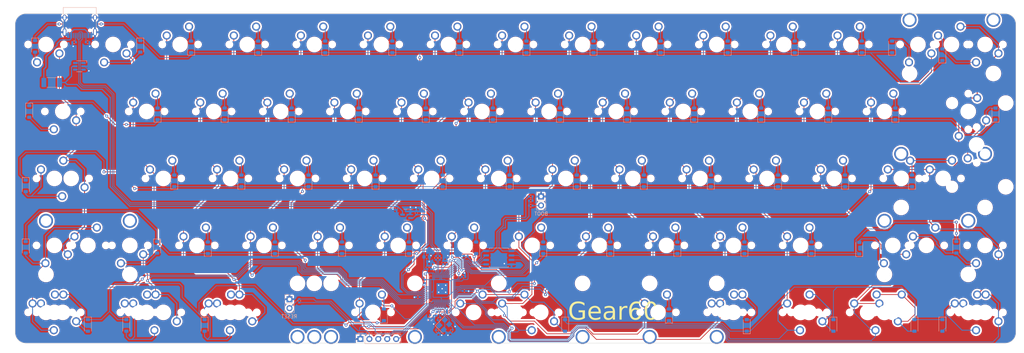
<source format=kicad_pcb>
(kicad_pcb (version 20221018) (generator pcbnew)
  (layers (0 "F.Cu" signal) (31 "B.Cu" signal) (34 "B.Paste" user) (35 "F.Paste" user) (36 "B.SilkS" user "B.Silkscreen") (37 "F.SilkS" user "F.Silkscreen") (38 "B.Mask" user) (39 "F.Mask" user) (44 "Edge.Cuts" user))
  (net 0 "")
  (net 1 "GND")
  (net 2 "Net-(BOOT1-Pad2)")
  (net 3 "+5V")
  (net 4 "+3V3")
  (net 5 "+1V1")
  (net 6 "XIN")
  (net 7 "Net-(C12-Pad2)")
  (net 8 "Net-(D1-A)")
  (net 9 "Net-(D2-A)")
  (net 10 "Net-(D3-A)")
  (net 11 "Net-(D4-A)")
  (net 12 "Net-(D5-A)")
  (net 13 "Net-(D6-A)")
  (net 14 "Net-(D7-A)")
  (net 15 "Net-(D8-A)")
  (net 16 "Net-(D9-A)")
  (net 17 "Net-(D10-A)")
  (net 18 "Net-(D11-A)")
  (net 19 "Net-(D12-A)")
  (net 20 "Net-(D13-A)")
  (net 21 "Net-(D14-A)")
  (net 22 "Net-(D15-A)")
  (net 23 "Net-(D17-A)")
  (net 24 "Net-(D18-A)")
  (net 25 "Net-(D19-A)")
  (net 26 "Net-(D20-A)")
  (net 27 "ROW0")
  (net 28 "Net-(D21-A)")
  (net 29 "ROW1")
  (net 30 "Net-(D22-A)")
  (net 31 "ROW2")
  (net 32 "Net-(D23-A)")
  (net 33 "ROW3")
  (net 34 "Net-(D24-A)")
  (net 35 "ROW4")
  (net 36 "Net-(D25-A)")
  (net 37 "COL0")
  (net 38 "Net-(D26-A)")
  (net 39 "COL1")
  (net 40 "Net-(D27-A)")
  (net 41 "COL2")
  (net 42 "Net-(D28-A)")
  (net 43 "COL3")
  (net 44 "Net-(D29-A)")
  (net 45 "COL4")
  (net 46 "Net-(D30-A)")
  (net 47 "COL5")
  (net 48 "Net-(D33-A)")
  (net 49 "COL6")
  (net 50 "Net-(D34-A)")
  (net 51 "COL7")
  (net 52 "Net-(D35-A)")
  (net 53 "COL8")
  (net 54 "Net-(D36-A)")
  (net 55 "COL9")
  (net 56 "Net-(D37-A)")
  (net 57 "COL10")
  (net 58 "Net-(D38-A)")
  (net 59 "COL12")
  (net 60 "Net-(D39-A)")
  (net 61 "COL13")
  (net 62 "Net-(D40-A)")
  (net 63 "COL14")
  (net 64 "Net-(D41-A)")
  (net 65 "COL11")
  (net 66 "Net-(D42-A)")
  (net 67 "Net-(D43-A)")
  (net 69 "Net-(D44-A)")
  (net 71 "Net-(D45-A)")
  (net 73 "Net-(D48-A)")
  (net 74 "Net-(D49-A)")
  (net 75 "Net-(D50-A)")
  (net 76 "Net-(D51-A)")
  (net 77 "Net-(D52-A)")
  (net 78 "Net-(D53-A)")
  (net 79 "Net-(D54-A)")
  (net 80 "Net-(D55-A)")
  (net 81 "Net-(D56-A)")
  (net 82 "Net-(D57-A)")
  (net 83 "Net-(D58-A)")
  (net 84 "Net-(D59-A)")
  (net 85 "Net-(D60-A)")
  (net 86 "Net-(D61-A)")
  (net 87 "Net-(D63-A)")
  (net 88 "Net-(D64-A)")
  (net 89 "Net-(D65-A)")
  (net 90 "Net-(D66-A)")
  (net 91 "Net-(D67-A)")
  (net 92 "Net-(D68-A)")
  (net 93 "Net-(D69-A)")
  (net 94 "Net-(D70-A)")
  (net 95 "Net-(D71-A)")
  (net 96 "Net-(D72-A)")
  (net 97 "Net-(R4-Pad1)")
  (net 98 "Net-(U4-USB_DP)")
  (net 99 "VBUS")
  (net 100 "Net-(J1-CC1)")
  (net 101 "USB_D+")
  (net 102 "USB_D-")
  (net 104 "Net-(J1-CC2)")
  (net 106 "RESET")
  (net 107 "SWCLK")
  (net 108 "SWD")
  (net 109 "Net-(U4-USB_DM)")
  (net 112 "XOUT")
  (net 113 "QSPI_SS")
  (net 120 "QSPI_SD3")
  (net 121 "QSPI_SCLK")
  (net 122 "QSPI_SD0")
  (net 123 "QSPI_SD2")
  (net 124 "QSPI_SD1")
  (footprint "PCM_marbastlib-mx:SW_MX_1u" (layer "F.Cu") (at 290.5125 100.0125 180)
    (fp_text reference "MX72" hide)
    (fp_text value "MX_SW_solder" hide)
  )
  (footprint "PCM_marbastlib-mx:SW_MX_1u" (layer "F.Cu") (at 242.8875 42.8625)
    (fp_text reference "MX28" hide)
    (fp_text value "MX_SW_solder" hide)
  )
  (footprint "PCM_marbastlib-mx:SW_MX_1.25u" (layer "F.Cu") (at 73.81875 100.0125)
    (fp_text reference "MX80" hide)
    (fp_text value "MX_SW_solder" hide)
  )
  (footprint "PCM_marbastlib-mx:SW_MX_1u" (layer "F.Cu") (at 90.4875 42.8625)
    (fp_text reference "MX20" hide)
    (fp_text value "MX_SW_solder" hide)
  )
  (footprint "PCM_marbastlib-mx:SW_MX_1u" (layer "F.Cu") (at 147.6375 42.8625)
    (fp_text reference "MX23" hide)
    (fp_text value "MX_SW_solder" hide)
  )
  (footprint "PCM_marbastlib-mx:SW_MX_1u" (layer "F.Cu") (at 164.30625 100.0125 180)
    (fp_text reference "MX67" hide)
    (fp_text value "MX_SW_solder" hide)
  )
  (footprint "PCM_marbastlib-mx:SW_MX_1u" (layer "F.Cu") (at 23.8125 23.8125 180)
    (fp_text reference "MX1" hide)
    (fp_text value "MX_SW_solder" hide)
  )
  (footprint "PCM_marbastlib-mx:SW_MX_1.25u" (layer "F.Cu") (at 26.19375 100.0125)
    (fp_text reference "MX82" hide)
    (fp_text value "MX_SW_solder" hide)
  )
  (footprint "PCM_marbastlib-mx:SW_MX_1u" (layer "F.Cu") (at 80.9625 23.8125)
    (fp_text reference "MX4" hide)
    (fp_text value "MX_SW_solder" hide)
  )
  (footprint "PCM_marbastlib-mx:SW_MX_1u" (layer "F.Cu") (at 176.2125 23.8125)
    (fp_text reference "MX9" hide)
    (fp_text value "MX_SW_solder" hide)
  )
  (footprint "PCM_marbastlib-mx:SW_MX_1u" (layer "F.Cu") (at 57.15 100.0125 180)
    (fp_text reference "MX64" hide)
    (fp_text value "MX_SW_solder" hide)
  )
  (footprint "PCM_marbastlib-mx:SW_MX_1u" (layer "F.Cu") (at 142.875 80.9625)
    (fp_text reference "MX54" hide)
    (fp_text value "MX_SW_solder" hide)
  )
  (footprint "PCM_marbastlib-mx:SW_MX_1u" (layer "F.Cu") (at 273.84375 80.9625)
    (fp_text reference "MX62" hide)
    (fp_text value "MX_SW_solder" hide)
  )
  (footprint "PCM_marbastlib-mx:SW_MX_1u" (layer "F.Cu") (at 119.0625 23.8125)
    (fp_text reference "MX6" hide)
    (fp_text value "MX_SW_solder" hide)
  )
  (footprint "PCM_marbastlib-mx:STAB_MX_P_2.25u" (layer "F.Cu") (at 278.60625 61.9125)
    (fp_text reference "S5" hide)
    (fp_text value "stb")
  )
  (footprint "PCM_marbastlib-mx:SW_MX_1.5u" (layer "F.Cu") (at 28.575 42.8625 180)
    (fp_text reference "MX17" hide)
    (fp_text value "MX_SW_solder" hide)
  )
  (footprint "PCM_marbastlib-mx:SW_MX_1u" (layer "F.Cu") (at 157.1625 23.8125)
    (fp_text reference "MX8" hide)
    (fp_text value "MX_SW_solder" hide)
  )
  (footprint "PCM_marbastlib-mx:SW_MX_1u" (layer "F.Cu") (at 180.975 80.9625)
    (fp_text reference "MX56" hide)
    (fp_text value "MX_SW_solder" hide)
  )
  (footprint "PCM_marbastlib-mx:SW_MX_1.25u" (layer "F.Cu") (at 240.50625 100.0125 180)
    (fp_text reference "MX77" hide)
    (fp_text value "MX_SW_solder" hide)
  )
  (footprint "PCM_marbastlib-mx:SW_MX_1u" (layer "F.Cu") (at 223.8375 42.8625)
    (fp_text reference "MX27" hide)
    (fp_text value "MX_SW_solder" hide)
  )
  (footprint "PCM_marbastlib-mx:SW_MX_1u" (layer "F.Cu") (at 171.45 61.9125)
    (fp_text reference "MX40" hide)
    (fp_text value "MX_SW_solder" hide)
  )
  (footprint "PCM_marbastlib-mx:SW_MX_1u" (layer "F.Cu") (at 52.3875 42.8625)
    (fp_text reference "MX18" hide)
    (fp_text value "MX_SW_solder" hide)
  )
  (footprint "PCM_marbastlib-mx:SW_MX_1u" (layer "F.Cu") (at 278.60625 61.9125)
    (fp_text reference "MX45" hide)
    (fp_text value "MX_SW_solder" hide)
  )
  (footprint "PCM_marbastlib-mx:SW_MX_1u" (layer "F.Cu") (at 209.55 61.9125)
    (fp_text reference "MX42" hide)
    (fp_text value "MX_SW_solder" hide)
  )
  (footprint "PCM_marbastlib-mx:STAB_MX_P_2u" (layer "F.Cu") (at 280.9875 23.8125)
    (fp_text reference "S7" hide)
    (fp_text value "stb" hide)
  )
  (footprint "PCM_marbastlib-mx:SW_MX_1u" (layer "F.Cu") (at 228.6 61.9125)
    (fp_text reference "MX43" hide)
    (fp_text value "MX_SW_solder" hide)
  )
  (footprint "PCM_marbastlib-mx:SW_MX_1u" (layer "F.Cu") (at 195.2625 23.8125)
    (fp_text reference "MX10" hide)
    (fp_text value "MX_SW_solder" hide)
  )
  (footprint "PCM_marbastlib-mx:SW_MX_1u" (layer "F.Cu") (at 219.075 100.0125)
    (fp_text reference "MX69" hide)
    (fp_text value "MX_SW_solder" hide)
  )
  (footprint "PCM_marbastlib-mx:SW_MX_1u" (layer "F.Cu") (at 214.3125 23.8125)
    (fp_text reference "MX11" hide)
    (fp_text value "MX_SW_solder" hide)
  )
  (footprint "PCM_marbastlib-mx:SW_MX_1u" (layer "F.Cu") (at 185.7375 42.8625)
    (fp_text reference "MX25" hide)
    (fp_text value "MX_SW_solder" hide)
  )
  (footprint "PCM_marbastlib-mx:SW_MX_1u" (layer "F.Cu") (at 95.25 61.9125)
    (fp_text reference "MX36" hide)
    (fp_text value "MX_SW_solder" hide)
  )
  (footprint "PCM_marbastlib-mx:SW_MX_1u" (layer "F.Cu") (at 261.9375 42.8625)
    (fp_text reference "MX29" hide)
    (fp_text value "MX_SW_solder" hide)
  )
  (footprint "PCM_marbastlib-mx:SW_MX_1u" (layer "F.Cu") (at 219.075 80.9625)
    (fp_text reference "MX58" hide)
    (fp_text value "MX_SW_solder" hide)
  )
  (footprint "PCM_marbastlib-mx:SW_MX_1.25u" (layer "F.Cu") (at 264.31875 100.0125)
    (fp_text reference "MX86" hide)
    (fp_text value "MX_SW_solder" hide)
  )
  (footprint "PCM_marbastlib-mx:STAB_MX_P_2.25u" (layer "F.Cu") (at 35.71875 80.9625)
    (fp_text reference "S1" hide)
    (fp_text value "stb")
  )
  (footprint "PCM_marbastlib-mx:SW_MX_1.25u" (layer "F.Cu") (at 216.69375 100.0125)
    (fp_text reference "MX84" hide)
    (fp_text value "MX_SW_solder" hide)
  )
  (footprint "PCM_marbastlib-mx:SW_MX_1u" (layer "F.Cu") (at 85.725 80.9625)
    (fp_text reference "MX51" hide)
    (fp_text value "MX_SW_solder" hide)
  )
  (footprint "PCM_marbastlib-mx:STAB_MX_P_2.75u" (layer "F.Cu") (at 273.84375 80.9625)
    (fp_text reference "S6" hide)
    (fp_text value "stb")
  )
  (footprint "PCM_marbastlib-mx:SW_MX_1u" (layer "F.Cu") (at 157.1625 100.0125)
    (fp_text reference "MX76" hide)
    (fp_text value "MX_SW_solder" hide)
  )
  (footprint "PCM_marbastlib-mx:SW_MX_1.5u" (layer "F.Cu") (at 285.75 100.0125)
    (fp_text reference "MX79" hide)
    (fp_text value "MX_SW_solder" hide)
  )
  (footprint "PCM_marbastlib-mx:SW_MX_1u" (layer "F.Cu") (at 238.125 100.0125)
    (fp_text reference "MX70" hide)
    (fp_text value "MX_SW_solder" hide)
  )
  (footprint "PCM_marbastlib-mx:SW_MX_1u" (layer "F.Cu") (at 123.825 80.9625)
    (fp_text reference "MX53" hide)
    (fp_text value "MX_SW_solder" hide)
  )
  (footprint "PCM_marbastlib-mx:SW_MX_1u" (layer "F.Cu") (at 290.5125 23.8125 180)
    (fp_text reference "MX15" hide)
    (fp_text value "MX_SW_solder" hide)
  )
  (footprint "PCM_marbastlib-mx:SW_MX_1u" (layer "F.Cu") (at 71.4375 42.8625)
    (fp_text reference "MX19" hide)
    (fp_text value "MX_SW_solder" hide)
  )
  (footprint "PCM_marbastlib-mx:STAB_MX_P_2.75u" (layer "F.Cu") (at 116.68125 100.0125 180)
    (fp_text reference "S2" hide)
    (fp_text value "stb")
  )
  (footprint "PCM_marbastlib-mx:SW_MX_1u" (layer "F.Cu") (at 42.8625 23.8125 180)
    (fp_text reference "MX2" hide)
    (fp_text value "MX_SW_solder" hide)
  )
  (footprint "PCM_marbastlib-mx:STAB_MX_P_2.25u" (layer "F.Cu") (at 164.30625 100.0125 180)
    (fp_text reference "S3" hide)
    (fp_text value "stb")
  )
  (footprint "PCM_marbastlib-mx:STAB_MX_P_6.25u" (layer "F.Cu") (at 145.25625 100.0125 180)
    (fp_text reference "S8" hide)
    (fp_text value "stb")
  )
  (footprint "PCM_marbastlib-mx:SW_MX_1u" (layer "F.Cu") (at 257.175 100.0125)
    (fp_text reference "MX71" hide)
    (fp_text value "MX_SW_solder" hide)
  )
  (footprint "PCM_marbastlib-mx:SW_MX_1.25u" (layer "F.Cu") (at 50.00625 100.0125)
    (fp_text reference "MX81" hide)
    (fp_text value "MX_SW_solder" hide)
  )
  (footprint "PCM_marbastlib-mx:SW_MX_1u" (layer "F.Cu") (at 190.5 61.9125)
    (fp_text reference "MX41" hide)
    (fp_text value "MX_SW_solder" hide)
  )
  (footprint "PCM_marbastlib-mx:SW_MX_1.5u" (layer "F.Cu") (at 285.75 42.8625 -90)
    (fp_text reference "MX30" hide)
    (fp_text value "MX_SW_solder" hide)
  )
  (footprint "PCM_marbastlib-mx:SW_MX_1u" (layer "F.Cu") (at 145.25625 100.0125)
    (fp_text reference "MX83" hide)
    (fp_text value "MX_SW_solder" hide)
  )
  (footprint "PCM_marbastlib-mx:SW_MX_1u" (layer "F.Cu") (at 76.2 61.9125)
    (fp_text reference "MX35" hide)
    (fp_text value "MX_SW_solder" hide)
  )
  (footprint "PCM_marbastlib-mx:SW_MX_1u" (layer "F.Cu") (at 133.35 61.9125)
    (fp_text reference "MX38" hide)
    (fp_text value "MX_SW_solder" hide)
  )
  (footprint "PCM_marbastlib-mx:SW_MX_1.75u" (layer "F.Cu") (at 264.31875 80.9625 180)
    (fp_text reference "MX60" hide)
    (fp_text value "MX_SW_solder" hide)
  )
  (footprint "PCM_marbastlib-mx:SW_MX_1u" (layer "F.Cu") (at 200.025 80.9625)
    (fp_text reference "MX57" hide)
    (fp_text value "MX_SW_solder" hide)
  )
  (footprint "PCM_marbastlib-mx:SW_MX_1u" (layer "F.Cu") (at 247.65 61.9125)
    (fp_text reference "MX44" hide)
    (fp_text value "MX_SW_solder" hide)
  )
  (footprint "PCM_marbastlib-mx:SW_MX_1.75u" (layer "F.Cu") (at 30.95625 61.9125 180)
    (fp_text reference "MX33" hide)
    (fp_text value "MX_SW_solder" hide)
  )
  (footprint "PCM_marbastlib-mx:SW_MX_1u" (layer "F.Cu") (at 280.9875 23.8125)
    (fp_text reference "MX16" hide)
    (fp_text value "MX_SW_solder" hide)
  )
  (footprint "PCM_marbastlib-mx:STAB_MX_ISO" (layer "F.Cu") (at 288.1313 52.3875)
    (fp_text reference "S9" hide)
    (fp_text value "stb")
  )
  (footprint "PCM_marbastlib-mx:SW_MX_1u" (layer "F.Cu") (at 61.9125 23.8125)
    (fp_text reference "MX3" hide)
    (fp_text value "MX_SW_solder" hide)
  )
  (footprint "PCM_marbastlib-mx:SW_MX_1u" (layer "F.Cu") (at 152.4 61.9125)
    (fp_text reference "MX39" hide)
    (fp_text value "MX_SW_solder" hide)
  )
  (footprint "PCM_marbastlib-mx:SW_MX_1u" (layer "F.Cu") (at 35.71875 80.9625)
    (fp_text reference "MX47" hide)
    (fp_text value "MX_SW_solder" hide)
  )
  (footprint "PCM_marbastlib-mx:SW_MX_1.5u" (layer "F.Cu") (at 76.2 100.0125)
    (fp_text reference "MX75" hide)
    (fp_text value "MX_SW_solder" hide)
  )
  (footprint "PCM_marbastlib-mx:SW_MX_1u" (layer "F.Cu") (at 161.925 80.9625)
    (fp_text reference "MX55" hide)
    (fp_text value "MX_SW_solder" hide)
  )
  (footprint "PCM_marbastlib-mx:SW_MX_1u" (layer "F.Cu") (at 252.4125 23.8125)
    (fp_text reference "MX13" hide)
    (fp_text value "MX_SW_solder" hide)
  )
  (footprint "PCM_marbastlib-mx:SW_MX_1u" (layer "F.Cu") (at 266.7 61.9125)
    (fp_text reference "MX46" hide)
    (fp_text value "MX_SW_solder" hide)
  )
  (footprint "PCM_marbastlib-mx:SW_MX_1.25u" (layer "F.Cu") (at 197.64375 100.0125)
    (fp_text reference "MX68" hide)
    (fp_text value "MX_SW_solder" hide)
  )
  (footprint "PCM_marbastlib-mx:SW_MX_1u" (layer "F.Cu") (at 109.5375 42.8625)
    (fp_text reference "MX21" hide)
    (fp_text value "MX_SW_solder" hide)
  )
  (footprint "PCM_marbastlib-mx:SW_MX_1.75u_STP_1.25" (layer "F.Cu") (at 26.19375 61.9125)
    (fp_text reference "MX32" hide)
    (fp_text value "MX_SW_solder" hide)
  )
  (footprint "PCM_marbastlib-mx:SW_MX_1u" (layer "F.Cu") (at 261.9375 100.0125 180)
    (fp_text reference "MX78" hide)
    (fp_text value "MX_SW_solder" hide)
  )
  (footprint "PCM_marbastlib-mx:SW_MX_1.5u" (layer "F.Cu") (at 28.575 100.0125 180)
    (fp_text reference "MX73" hide)
    (fp_text value "MX_SW_solder" hide)
  )
  (footprint "PCM_marbastlib-mx:STAB_MX_P_7u" (layer "F.Cu") (at 157.1625 100.0125 180)
    (fp_text reference "S4" hide)
    (fp_text value "stb")
  )
  (footprint "PCM_marbastlib-mx:SW_MX_1.25u" (layer "F.Cu") (at 26.19375 80.9625 180)
    (fp_text reference "MX48" hide)
    (fp_text value "MX_SW_solder" hide)
  )
  (footprint "PCM_marbastlib-mx:SW_MX_1u" (layer "F.Cu") (at 138.1125 23.8125)
    (fp_text reference "MX7" hide)
    (fp_text value "MX_SW_solder" hide)
  )
  (footprint "PCM_marbastlib-mx:SW_MX_1u" (layer "F.Cu") (at 271.4625 23.8125 180)
    (fp_text reference "MX14" hide)
    (fp_text value "MX_SW_solder" hide)
  )
  (footprint "PCM_marbastlib-mx:SW_MX_1u" (layer "F.Cu") (at 116.68125 100.0125)
    (fp_text reference "MX66" hide)
    (fp_text value "MX_SW_solder" hide)
  )
  (footprint "PCM_marbastlib-mx:SW_MX_1u" (layer "F.Cu") (at 100.0125 23.8125)
    (fp_text reference "MX5" hide)
    (fp_text value "MX_SW_solder" hide)
  )
  (footprint "PCM_marbastlib-mx:SW_MX_1u" (layer "F.Cu") (at 66.675 80.9625)
    (fp_text reference "MX50" hide)
    (fp_text value "MX_SW_solder" hide)
  )
  (footprint "PCM_marbastlib-mx:SW_MX_1.25u" (layer "F.Cu") (at 288.13125 100.0125)
    (fp_text reference "MX85" hide)
    (fp_text value "MX_SW_solder" hide)
  )
  (footprint "PCM_marbastlib-mx:SW_MX_1u" (layer "F.Cu") (at 290.5125 80.9625 180)
    (fp_text reference "MX61" hide)
    (fp_text value "MX_SW_solder" hide)
  )
  (footprint "PCM_marbastlib-mx:SW_MX_1u" (layer "F.Cu") (at 52.3875 100.0125)
    (fp_text reference "MX74" hide)
    (fp_text value "MX_SW_solder" hide)
  )
  (footprint "PCM_marbastlib-mx:SW_MX_1u" (layer "F.Cu") (at 204.7875 42.8625)
    (fp_text reference "MX26" hide)
    (fp_text value "MX_SW_solder" hide)
  )
  (footprint "PCM_marbastlib-mx:SW_MX_1u" (layer "F.Cu") (at 57.15 61.9125)
    (fp_text reference "MX34" hide)
    (fp_text value "MX_SW_solder" hide)
  )
  (footprint "PCM_marbastlib-mx:SW_MX_1u" (layer "F.Cu") (at 238.125 80.9625)
    (fp_text reference "MX59" hide)
    (fp_text value "MX_SW_solder" hide)
  )
  (footprint "PCM_marbastlib-mx:SW_MX_1u" (layer "F.Cu") (at 47.625 80.9625 180)
    (fp_text reference "MX49" hide)
    (fp_text value "MX_SW_solder" hide)
  )
  (footprint "PCM_marbastlib-mx:SW_MX_1u" (layer "F.Cu") (at 114.3 61.9125)
    (fp_text reference "MX37" hide)
    (fp_text value "MX_SW_solder" hide)
  )
  (footprint "PCM_marbastlib-mx:SW_MX_1.25u" (layer "F.Cu") (at 78.58125 100.0125 180)
    (fp_text reference "MX65" hide)
    (fp_text value "MX_SW_solder" hide)
  )
  (footprint "PCM_marbastlib-mx:SW_MX_1u" (layer "F.Cu") (at 104.775 80.9625)
    (fp_text reference "MX52" hide)
    (fp_text value "MX_SW_solder" hide)
  )
  (footprint "PCM_marbastlib-mx:SW_MX_1u" (layer "F.Cu") (at 166.6875 42.8625)
    (fp_text reference "MX24" hide)
    (fp_text value "MX_SW_solder" hide)
  )
  (footprint "PCM_marbastlib-mx:SW_MX_1u" (layer "F.Cu") (at 288.1313 52.3875 90)
    (fp_text reference "MX31" hide)
    (fp_text value "MX_SW_solder" hide)
  )
  (footprint "PCM_marbastlib-mx:SW_MX_1u" (layer "F.Cu") (at 233.3625 23.8125)
    (fp_text reference "MX12" hide)
    (fp_text value "MX_SW_solder" hide)
  )
  (footprint "PCM_marbastlib-mx:SW_MX_1u" (layer "F.Cu") (at 128.5875 42.8625)
    (fp_text reference "MX22" hide)
    (fp_text value "MX_SW_solder" hide)
  )
  (footprint "PCM_marbastlib-mx:SW_MX_1u" (layer "F.Cu") (at 23.8125 100.0125)
    (fp_text reference "MX63" hide)
    (fp_text value "MX_SW_solder" hide)
  )
  (footprint "Diode_SMD:D_SOD-123" (layer "B.Cu") (at 55.35625 81.49375 -90)
    (fp_text reference "D49" hide)
    (fp_text value "D_Small" hide)
  )
  (footprint "Resistor_SMD:R_0402_1005Metric" (layer "B.Cu") (at 134.572586 84.521121 -90)
    (fp_text reference "R8" hide)
    (fp_text value "27" hide)
  )
  (footprint "Resistor_SMD:R_0402_1005Metric" (layer "B.Cu") (at 161.4875 67.0475 180)
    (fp_text reference "R4" hide)
    (fp_text value "5.1k" hide)
  )
  (footprint "Resistor_SMD:R_0402_1005Metric" (layer "B.Cu") (at 95.752359 96.722362 -90)
    (fp_text reference "R3" hide)
    (fp_text value "5.1k" hide)
  )
  (footprint "Diode_SMD:D_SOD-123" (layer "B.Cu") (at 93.590301 43.555674 90)
    (fp_text reference "D20" hide)
    (fp_text value "D_Small" hide)
  )
  (footprint "Connector_PinHeader_2.54mm:PinHeader_1x05_P2.54mm_Vertical" (layer "B.Cu") (at 113.109368 107.579589 -90)
    (fp_text reference "J3" hide)
    (fp_text value "Conn_01x05" hide)
  )
  (footprint "Diode_SMD:D_SOD-123" (layer "B.Cu") (at 171.24375 103.71875 -90)
    (fp_text reference "D67" hide)
    (fp_text value "D_Small" hide)
  )
  (footprint "Capacitor_SMD:C_0402_1005Metric" (layer "B.Cu") (at 136.625558 85.856101 90)
    (fp_text reference "C14" hide)
    (fp_text value "100n" hide)
  )
  (footprint "Connector_PinSocket_2.54mm:PinSocket_1x02_P2.54mm_Vertical" (layer "B.Cu") (at 164.4175 67.0475 180)
    (fp_text reference "BOOT1" hide)
    (fp_text value "SW_Push" hide)
  )
  (footprint "Capacitor_SMD:C_0402_1005Metric" (layer "B.Cu") (at 134.929631 105.402991 135)
    (fp_text reference "C12" hide)
    (fp_text value "22p" hide)
  )
  (footprint "Diode_SMD:D_SOD-123" (layer "B.Cu") (at 74.540301 43.555674 90)
    (fp_text reference "D19" hide)
    (fp_text value "D_Small" hide)
  )
  (footprint "Diode_SMD:D_SOD-123" (layer "B.Cu") (at 282.36875 81.49375 -90)
    (fp_text reference "D61" hide)
    (fp_text value "D_Small" hide)
  )
  (footprint "Diode_SMD:D_SOD-123" (layer "B.Cu") (at 68.85 103.71875 -90)
    (fp_text reference "D65" hide)
    (fp_text value "D_Small" hide)
  )
  (footprint "Capacitor_SMD:C_0402_1005Metric" (layer "B.Cu") (at 132.097745 87.215732 90)
    (fp_text reference "C16" hide)
    (fp_text value "100n" hide)
  )
  (footprint "Capacitor_SMD:C_0402_1005Metric" (layer "B.Cu") (at 142.411862 89.889259)
    (fp_text reference "C8" hide)
    (fp_text value "100n" hide)
  )
  (footprint "Diode_SMD:D_SOD-123" (layer "B.Cu") (at 119.784051 100.705674 90)
    (fp_text reference "D66" hide)
    (fp_text value "D_Small" hide)
  )
  (footprint "Diode_SMD:D_SOD-123" (layer "B.Cu") (at 20.709698 24.34375 -90)
    (fp_text reference "D1" hide)
    (fp_text value "D_Small" hide)
  )
  (footprint "Resistor_SMD:R_0402_1005Metric" (layer "B.Cu") (at 31.793493 23.182429 180)
    (fp_text reference "R1" hide)
    (fp_text value "5.1k" hide)
  )
  (footprint "Diode_SMD:D_SOD-123" (layer "B.Cu") (at 165.027801 81.655674 90)
    (fp_text reference "D55" hide)
    (fp_text value "D_Small" hide)
  )
  (footprint "Diode_SMD:D_SOD-123" (layer "B.Cu") (at 245.990301 43.555674 90)
    (fp_text reference "D28" hide)
    (fp_text value "D_Small" hide)
  )
  (footprint "Capacitor_SMD:C_0402_1005Metric" (layer "B.Cu") (at 142.640565 93.895012)
    (fp_text reference "C7" hide)
    (fp_text value "100n" hide)
  )
  (footprint "Diode_SMD:D_SOD-123" (layer "B.Cu") (at 203.127801 81.655674 90)
    (fp_text reference "D57" hide)
    (fp_text value "D_Small" hide)
  )
  (footprint "Diode_SMD:D_SOD-123" (layer "B.Cu") (at 98.352801 62.605674 90)
    (fp_text reference "D36" hide)
    (fp_text value "D_Small" hide)
  )
  (footprint "Diode_SMD:D_SOD-123" (layer "B.Cu") (at 122.165301 24.505674 90)
    (fp_text reference "D6" hide)
    (fp_text value "D_Small" hide)
  )
  (footprint "Diode_SMD:D_SOD-123" (layer "B.Cu") (at 131.690301 43.555674 90)
    (fp_text reference "D22" hide)
    (fp_text value "D_Small" hide)
  )
  (footprint "Diode_SMD:D_SOD-123" (layer "B.Cu") (at 264.1125 24.505674 90)
    (fp_text reference "D14" hide)
    (fp_text value "D_Small" hide)
  )
  (footprint "Diode_SMD:D_SOD-123" (layer "B.Cu") (at 169.790301 43.555674 90)
    (fp_text reference "D24" hide)
    (fp_text value "D_Small" hide)
  )
  (footprint "Diode_SMD:D_SOD-123" (layer "B.Cu") (at 212.652801 62.605674 90)
    (fp_text reference "D42" hide)
    (fp_text value "D_Small" hide)
  )
  (footprint "Diode_SMD:D_SOD-123" (layer "B.Cu") (at 222.177801 81.655674 90)
    (fp_text reference "D58" hide)
    (fp_text value "D_Small" hide)
  )
  (footprint "Diode_SMD:D_SOD-123" (layer "B.Cu") (at 217.415301 24.505674 90)
    (fp_text reference "D11" hide)
    (fp_text value "D_Small" hide)
  )
  (footprint "Connector_USB:USB_C_Receptacle_HRO_TYPE-C-31-M-12" (layer "B.Cu") (at 33.397408 17.2)
    (fp_text reference "J1" hide)
    (fp_text value "TYPE-C-31-M-12" hide)
  )
  (footprint "Diode_SMD:D_SOD-123" (layer "B.Cu") (at 145.977801 81.655674 90)
    (fp_text reference "D54" hide)
    (fp_text value "D_Small" hide)
  )
  (footprint "Connector_PinSocket_2.54mm:PinSocket_1x02_P2.54mm_Vertical" (layer "B.Cu") (at 92.968955 96.282889 180)
    (fp_text reference "RESET1" hide)
    (fp_text value "SW_Push" hide)
  )
  (footprint "Capacitor_SMD:C_0402_1005Metric" (layer "B.Cu") (at 137.6463 85.859071 90)
    (fp_text reference "C13" hide)
    (fp_text value "100n" hide)
  )
  (footprint "Capacitor_SMD:C_0402_1005Metric" (layer "B.Cu") (at 134.765875 100.427895 -90)
    (fp_text reference "C15" hide)
    (fp_text value "100n" hide)
  )
  (footprint "Capacitor_SMD:C_0402_1005Metric" (layer "B.Cu") (at 129.436315 95.650657 180)
    (fp_text reference "C9" hide)
    (fp_text value "100n" hide)
  )
  (footprint "Diode_SMD:D_SOD-123" (layer "B.Cu") (at 174.552801 62.605674 90)
    (fp_text reference "D40" hide)
    (fp_text value "D_Small" hide)
  )
  (footprint "Diode_SMD:D_SOD-123" (layer "B.Cu") (at 88.827801 81.655674 90)
    (fp_text reference "D51" hide)
    (fp_text value "D_Small" hide)
  )
  (footprint "Diode_SMD:D_SOD-123" (layer "B.Cu") (at 231.702801 62.605674 90)
    (fp_text reference "D43" hide)
    (fp_text value "D_Small" hide)
  )
  (footprint "Fuse:Fuse_2010_5025Metric" (layer "B.Cu") (at 25.45185 34.632488 180)
    (fp_text reference "F1" hide)
    (fp_text value "MF-MSMF050-2")
  )
  (footprint "Package_TO_SOT_SMD:SOT-23-3" (layer "B.Cu") (at 126.20625 72.23125 180)
    (fp_text reference "U1" hide)
    (fp_text value "XC6206P332MR")
  )
  (footprint "Diode_SMD:D_SOD-123" (layer "B.Cu") (at 65.015301 24.505674 90)
    (fp_text reference "D3" hide)
    (fp_text value "D_Small" hide)
  )
  (footprint "Diode_SMD:D_SOD-123" (layer "B.Cu") (at 69.777801 81.655674 90)
    (fp_text reference "D50" hide)
    (fp_text value "D_Small" hide)
  )
  (footprint "Capacitor_SMD:C_0402_1005Metric" (layer "B.Cu") (at 132.87354 101.289626 -90)
    (fp_text reference "C4" hide)
    (fp_text value "100n" hide)
  )
  (footprint "Diode_SMD:D_SOD-123" (layer "B.Cu") (at 270.4625 103.71875 -90)
    (fp_text reference "D71" hide)
    (fp_text value "D_Small" hide)
  )
  (footprint "Diode_SMD:D_SOD-123" (layer "B.Cu") (at 247.44375 103.71875 -90)
    (fp_text reference "D70" hide)
    (fp_text value "D_Small" hide)
  )
  (footprint "Diode_SMD:D_SOD-123" (layer "B.Cu") (at 55.490301 43.555674 90)
    (fp_text reference "D18" hide)
    (fp_text value "D_Small" hide)
  )
  (footprint "Diode_SMD:D_SOD-123" (layer "B.Cu") (at 207.890301 43.555674 90)
    (fp_text reference "D26" hide)
    (fp_text value "D_Small" hide)
  )
  (footprint "Capacitor_SMD:C_0402_1005Metric" (layer "B.Cu") (at 123.392848 70.33 -90)
    (fp_text reference "C1" hide)
    (fp_text value "1u" hide)
  )
  (footprint "Diode_SMD:D_SOD-123" (layer "B.Cu") (at 193.602801 62.605674 90)
    (fp_text reference "D41" hide)
    (fp_text value "D_Small" hide)
  )
  (footprint "Diode_SMD:D_SOD-123" (layer "B.Cu") (at 112.640301 43.555674 90)
    (fp_text reference "D21" hide)
    (fp_text value "D_Small" hide)
  )
  (footprint "Diode_SMD:D_SOD-123" (layer "B.Cu") (at 79.302801 62.605674 90)
    (fp_text reference "D35" hide)
    (fp_text value "D_Small" hide)
  )
  (footprint "Diode_SMD:D_SOD-123" (layer "B.Cu") (at 136.452801 62.605674 90)
    (fp_text reference "D38" hide)
    (fp_text value "D_Small" hide)
  )
  (footprint "Diode_SMD:D_SOD-123" (layer "B.Cu") (at 278.4 103.71875 -90)
    (fp_text reference "D72" hide)
    (fp_text value "D_Small" hide)
  )
  (footprint "Diode_SMD:D_SOD-123" (layer "B.Cu") (at 160.265301 24.505674 90)
    (fp_text reference "D8" hide)
    (fp_text value "D_Small" hide)
  )
  (footprint "Diode_SMD:D_SOD-123" (layer "B.Cu") (at 150.740301 43.555674 90)
    (fp_text reference "D23" hide)
    (fp_text value "D_Small" hide)
  )
  (footprint "Capacitor_SMD:C_0402_1005Metric" (layer "B.Cu") (at 133.178703 87.231068 90)
    (fp_text reference "C3" hide)
    (fp_text value "1u" hide)
  )
  (footprint "Capacitor_SMD:C_0402_1005Metric" (layer "B.Cu") (at 129.010799 71.737712 90)
    (fp_text reference "C2" hide)
    (fp_text value "1u" hide)
  )
  (footprint "Diode_SMD:D_SOD-123" (layer "B.Cu") (at 103.115301 24.505674 90)
    (fp_text reference "D5" hide)
    (fp_text value "D_Small" hide)
  )
  (footprint "Resistor_SMD:R_0402_1005Metric" (layer "B.Cu") (at 161.4875 69.6475 180)
    (fp_text reference "R6" hide)
    (fp_text value "1k" hide)
  )
  (footprint "Diode_SMD:D_SOD-123" (layer "B.Cu") (at 18.05 64.03125 -90)
    (fp_text reference "D33" hide)
    (fp_text value "D_Small" hide)
  )
  (footprint "Diode_SMD:D_SOD-123" (layer "B.Cu") (at 19.05 42.8625 -90)
    (fp_text reference "D17" hide)
    (fp_text value "D_Small" hide)
  )
  (footprint "Diode_SMD:D_SOD-123" (layer "B.Cu") (at 155.502801 62.605674 90)
    (fp_text reference "D39" hide)
    (fp_text value "D_Small" hide)
  )
  (footprint "Diode_SMD:D_SOD-123" (layer "B.Cu") (at 117.402801 62.605674 90)
    (fp_text reference "D37" hide)
    (fp_text value "D_Small" hide)
  )
  (footprint "Diode_SMD:D_SOD-123" (layer "B.Cu") (at 254.79375 81.75625 90)
    (fp_text reference "D60" hide)
    (fp_text value "D_Small" hide)
  )
  (footprint "Diode_SMD:D_SOD-123" (layer "B.Cu") (at 255.515301 24.505674 90)
    (fp_text reference "D13" hide)
    (fp_text value "D_Small" hide)
  )
  (footprint "Diode_SMD:D_SOD-123" (layer "B.Cu") (at 50.59375 24.34375 -90)
    (fp_text reference "D2" hide)
    (fp_text value "D_Small" hide)
  )
  (footprint "Package_DFN_QFN:QFN-56-1EP_7x7mm_P0.4mm_EP3.2x3.2mm" (layer "B.Cu") (at 136.323151 93.290462 180)
    (fp_text reference "U4" hide)
    (fp_text value "RP2040")
  )
  (footprint "Crystal:Crystal_SMD_3225-4Pin_3.2x2.5mm" (layer "B.Cu") (at 136.92586 103.552827 45)
    (fp_text reference "Y1" hide)
    (fp_text value "X322512MSB4SI" hide)
  )
  (footprint "Resistor_SMD:R_0402_1005Metric" (layer "B.Cu") (at 161.4875 68.2475)
    (fp_text reference "R5" hide)
    (fp_text value "5.1k" hide)
  )
  (footprint "Diode_SMD:D_SOD-123" (layer "B.Cu") (at 200.746551 100.705674 90)
    (fp_text reference "D68" hide)
    (fp_text value "D_Small" hide)
  )
  (footprint "Diode_SMD:D_SOD-123" (layer "B.Cu") (at 188.840301 43.555674 90)
    (fp_text reference "D25" hide)
    (fp_text value "D_Small" hide)
  )
  (footprint "PCM_marbastlib-various:SOT-23-6-routable" (layer "B.Cu") (at 33.297515 30.022995 180)
    (fp_text reference "U2" hide)
    (fp_text value "SRV05-4" hide)
  )
  (footprint "Diode_SMD:D_SOD-123" (layer "B.Cu") (at 241.227801 81.655674 90)
    (fp_text reference "D59" hide)
    (fp_text value "D_Small" hide)
  )
  (footprint "Diode_SMD:D_SOD-123" (layer "B.Cu") (at 265.040301 43.555674 90)
    (fp_text reference "D29" hide)
    (fp_text value "D_Small" hide)
  )
  (footprint "Capacitor_SMD:C_0603_1608Metric" (layer "B.Cu") (at 131.939509 84.246987)
    (fp_text reference "C5" hide)
    (fp_text value "10u" hide)
  )
  (footprint "Package_SO:SOIC-8_5.23x5.23mm_P1.27mm" (layer "B.Cu") (at 152.418984 84.456311 180)
    (fp_text reference "U3" hide)
    (fp_text value "W25Q128JVSIQ")
  )
  (footprint "Diode_SMD:D_SOD-123" (layer "B.Cu") (at 293.48125 43.555674 90)
    (fp_text reference "D30" hide)
    (fp_text value "D_Small" hide)
  )
  (footprint "Diode_SMD:D_SOD-123" (layer "B.Cu") (at 60.252801 62.605674 90)
    (fp_text reference "D34" hide)
    (fp_text value "D_Small" hide)
  )
  (footprint "Capacitor_SMD:C_0402_1005Metric" (layer "B.Cu") (at 131.415972 91.194097 -90)
    (fp_text reference "C6" hide)
    (fp_text value "1u" hide)
  )
  (footprint "Diode_SMD:D_SOD-123" (layer "B.Cu") (at 278.4 26.725 90)
    (fp_text reference "D15" hide)
    (fp_text value "D_Small" hide)
  )
  (footprint "Resistor_SMD:R_0402_1005Metric" (layer "B.Cu") (at 135.443513 101.840953 45)
    (fp_text reference "R9" hide)
    (fp_text value "1k" hide)
  )
  (footprint "Diode_SMD:D_SOD-123" (layer "B.Cu") (at 226.940301 43.555674 90)
    (fp_text reference "D27" hide)
    (fp_text value "D_Small" hide)
  )
  (footprint "Diode_SMD:D_SOD-123" (layer "B.Cu") (at 179.315301 24.505674 90)
    (fp_text reference "D9" hide)
    (fp_text value "D_Small" hide)
  )
  (footprint "Diode_SMD:D_SOD-123" (layer "B.Cu") (at 126.927801 81.655674 90)
    (fp_text reference "D53" hide)
    (fp_text value "D_Small" hide)
  )
  (footprint "Diode_SMD:D_SOD-123" (layer "B.Cu") (at 84.065301 24.505674 90)
    (fp_text reference "D4" hide)
    (fp_text value "D_Small" hide)
  )
  (footprint "Diode_SMD:D_SOD-123" (layer "B.Cu") (at 236.465301 24.505674 90)
    (fp_text reference "D12" hide)
    (fp_text value "D_Small" hide)
  )
  (footprint "Diode_SMD:D_SOD-123" (layer "B.Cu") (at 46.625 103.71875 -90)
    (fp_text reference "D64" hide)
    (fp_text value "D_Small" hide)
  )
  (footprint "Resistor_SMD:R_0402_1005Metric" (layer "B.Cu") (at 35.627228 23.163951)
    (fp_text reference "R2" hide)
    (fp_text value "5.1k")
  )
  (footprint "Capacitor_SMD:C_0402_1005Metric" (layer "B.Cu") (at 138.975404 105.280109 45)
    (fp_text reference "C11" hide)
    (fp_text value "22p")
  )
  (footprint "Diode_SMD:D_SOD-123" (layer "B.Cu") (at 35.71875 103.71875 -90)
    (fp_text reference "D63" hide)
    (fp_text value "D_Small" hide)
  )
  (footprint "Resistor_SMD:R_0402_1005Metric" (layer "B.Cu") (at 135.624104 84.52625 -90)
    (fp_text reference "R7" hide)
    (fp_text value "27" hide)
  )
  (footprint "Diode_SMD:D_SOD-123" (layer "B.Cu") (at 198.365301 24.505674 90)
    (fp_text reference "D10" hide)
    (fp_text value "D_Small" hide)
  )
  (footprint "Diode_SMD:D_SOD-123" (layer "B.Cu") (at 222.8375 103.71875 90)
    (fp_text reference "D69" hide)
    (fp_text value "D_Small" hide)
  )
  (footprint "Capacitor_SMD:C_0402_1005Metric" (layer "B.Cu") (at 143.087726 83.937947 180)
    (fp_text reference "C10" hide)
    (fp_text value "1u" hide)
  )
  (footprint "Diode_SMD:D_SOD-123" (layer "B.Cu") (at 269.770309 62.611217 90)
    (fp_text reference "D45" hide)
    (fp_text value "D_Small" hide)
  )
  (footprint "Diode_SMD:D_SOD-123" (layer "B.Cu") (at 184.077801 81.655674 90)
    (fp_text reference "D56" hide)
    (fp_text value "D_Small" hide)
  )
  (footprint "Diode_SMD:D_SOD-123" (layer "B.Cu") (at 107.877801 81.655674 90)
    (fp_text reference "D52" hide)
    (fp_text value "D_Small" hide)
  )
  (footprint "Diode_SMD:D_SOD-123" (layer "B.Cu") (at 250.752801 62.605674 90)
    (fp_text reference "D44" hide)
    (fp_text value "D_Small" hide)
  )
  (footprint "Diode_SMD:D_SOD-123" (layer "B.Cu") (at 141.215301 24.505674 90)
    (fp_text reference "D7" hide)
    (fp_text value "D_Small" hide)
  )
  (footprint "Diode_SMD:D_SOD-123" (layer "B.Cu") (at 18.05 81.49375 -90)
    (fp_text reference "D48" hide)
    (fp_text value "D_Small" hide)
  )
  (gr_line (start 299.24375 18.08125) (end 299.24375 105.74375) (stroke (width 0.1)) (layer "Edge.Cuts"))
  (gr_arc (start 15.08125 18.08125) (mid 15.95993 15.95993) (end 18.08125 15.08125) (stroke (width 0.1)) (layer "Edge.Cuts"))
  (gr_arc (start 296.24375 15.08125) (mid 298.36507 15.95993) (end 299.24375 18.08125) (stroke (width 0.1)) (layer "Edge.Cuts"))
  (gr_line (start 15.08125 105.74375) (end 15.08125 18.08125) (stroke (width 0.1)) (layer "Edge.Cuts"))
  (gr_line (start 18.08125 15.08125) (end 296.24375 15.08125) (stroke (width 0.1)) (layer "Edge.Cuts"))
  (gr_line (start 296.24375 108.74375) (end 18.08125 108.74375) (stroke (width 0.1)) (layer "Edge.Cuts"))
  (gr_arc (start 18.08125 108.74375) (mid 15.95993 107.86507) (end 15.08125 105.74375) (stroke (width 0.1)) (layer "Edge.Cuts"))
  (gr_arc (start 299.24375 105.74375) (mid 298.365056 107.865056) (end 296.24375 108.74375) (stroke (width 0.1)) (layer "Edge.Cuts"))
  (gr_text "BOOT" (at 164.463653 71.953099) (layer "B.SilkS") (effects (font (size 1 1)) (justify mirror)))
  (gr_text "SWD" (at 120.726121 105.867549) (layer "B.SilkS") (effects (font (size 0.5 0.5) (thickness 0.125)) (justify mirror)))
  (gr_text "SWCLK" (at 123.324865 105.933181) (layer "B.SilkS") (effects (font (size 0.5 0.5) (thickness 0.125)) (justify mirror)))
  (gr_text "RESET" (at 92.90565 101.175399) (layer "B.SilkS") (effects (font (size 1 1)) (justify mirror)))
  (gr_text "+3V3" (at 115.674722 105.874338) (layer "B.SilkS") (effects (font (size 0.5 0.5) (thickness 0.125)) (justify mirror)))
  (gr_text "GND" (at 113.155813 105.928654) (layer "B.SilkS") (effects (font (size 0.5 0.5) (thickness 0.125)) (justify mirror)))
  (gr_text "RESET" (at 118.186843 105.894707) (layer "B.SilkS") (effects (font (size 0.5 0.5) (thickness 0.125)) (justify mirror)))
  (gr_text "Gear60" (at 172.0375 102.925) (layer "F.SilkS") (effects (font (size 5 5) (thickness 0.5)) (justify left bottom)))
  (segment (start 127.419377 70.189802) (end 127.316772 70.087197) (width 0.25) (layer "F.Cu") (net 1))
  (segment (start 133.907071 105.218132) (end 135.188109 106.49917) (width 0.2) (layer "F.Cu") (net 1))
  (segment (start 126.785884 70.618085) (end 127.316772 70.087197) (width 0.25) (layer "F.Cu") (net 1))
  (segment (start 128.855526 70.189802) (end 127.419377 70.189802) (width 0.25) (layer "F.Cu") (net 1))
  (segment (start 140.014315 105.253286) (end 138.753042 106.514559) (width 0.2) (layer "F.Cu") (net 1))
  (segment (start 137.96049 106.514559) (end 136.206252 106.514559) (width 0.2) (layer "F.Cu") (net 1))
  (segment (start 31.54375 23.825544) (end 29.077408 21.359202) (width 0.25) (layer "F.Cu") (net 1))
  (segment (start 31.54375 24.34375) (end 31.54375 23.825544) (width 0.25) (layer "F.Cu") (net 1))
  (segment (start 32.047292 23.840208) (end 31.54375 24.34375) (width 0.25) (layer "F.Cu") (net 1))
  (segment (start 135.188109 106.49917) (end 136.190863 106.49917) (width 0.2) (layer "F.Cu") (net 1))
  (segment (start 36.19801 22.86449) (end 37.717408 21.345092) (width 0.2) (layer "F.Cu") (net 1))
  (segment (start 36.19801 24.34375) (end 36.19801 31.115287) (width 0.25) (layer "F.Cu") (net 1))
  (segment (start 133.907071 103.049742) (end 136.378073 100.57874) (width 0.2) (layer "F.Cu") (net 1))
  (segment (start 137.328734 100.57874) (end 136.378073 100.57874) (width 0.2) (layer "F.Cu") (net 1))
  (segment (start 133.907071 103.321352) (end 133.907071 105.218132) (width 0.2) (layer "F.Cu") (net 1))
  (segment (start 35.694468 23.840208) (end 32.047292 23.840208) (width 0.25) (layer "F.Cu") (net 1))
  (segment (start 29.077408 21.359202) (end 29.077408 19.868477) (width 0.25) (layer "F.Cu") (net 1))
  (segment (start 136.206252 106.514559) (end 136.190863 106.49917) (width 0.2) (layer "F.Cu") (net 1))
  (segment (start 140.014315 104.023483) (end 140.014315 105.253286) (width 0.2) (layer "F.Cu") (net 1))
  (segment (start 122.342582 70.618085) (end 126.785884 70.618085) (width 0.25) (layer "F.Cu") (net 1))
  (segment (start 140.014315 104.023483) (end 140.014315 103.264321) (width 0.2) (layer "F.Cu") (net 1))
  (segment (start 140.014315 103.264321) (end 137.328734 100.57874) (width 0.2) (layer "F.Cu") (net 1))
  (segment (start 36.19801 31.115287) (end 35.995702 31.317595) (width 0.25) (layer "F.Cu") (net 1))
  (segment (start 36.19801 24.34375) (end 35.694468 23.840208) (width 0.25) (layer "F.Cu") (net 1))
  (segment (start 36.19801 24.34375) (end 36.19801 22.86449) (width 0.2) (layer "F.Cu") (net 1))
  (segment (start 133.907071 103.321352) (end 133.907071 103.049742) (width 0.2) (layer "F.Cu") (net 1))
  (segment (start 37.717408 21.345092) (end 37.717408 19.868477) (width 0.2) (layer "F.Cu") (net 1))
  (segment (start 138.753042 106.514559) (end 137.96049 106.514559) (width 0.2) (layer "F.Cu") (net 1))
  (via (at 137.96049 106.514559) (size 0.8) (drill 0.4) (layers "F.Cu" "B.Cu") (net 1))
  (via (at 136.190863 106.49917) (size 0.8) (drill 0.4) (layers "F.Cu" "B.Cu") (net 1))
  (via (at 128.469553 95.706101) (size 0.8) (drill 0.4) (layers "F.Cu" "B.Cu") (net 1))
  (via (at 136.323151 93.290462) (size 0.8) (drill 0.4) (layers "F.Cu" "B.Cu") (net 1))
  (via (at 153.993028 86.145453) (size 0.8) (drill 0.4) (layers "F.Cu" "B.Cu") (net 1))
  (via (at 142.676145 88.811414) (size 0.8) (drill 0.4) (layers "F.Cu" "B.Cu") (net 1))
  (via (at 136.378073 100.57874) (size 0.8) (drill 0.4) (layers "F.Cu" "B.Cu") (net 1))
  (via (at 137.90625 83.875) (size 0.8) (drill 0.4) (layers "F.Cu" "B.Cu") (net 1))
  (via (at 141.934647 84.138523) (size 0.8) (drill 0.4) (layers "F.Cu" "B.Cu") (net 1))
  (via (at 31.54375 24.34375) (size 0.8) (drill 0.4) (layers "F.Cu" "B.Cu") (net 1))
  (via (at 143.828871 93.977675) (size 0.8) (drill 0.4) (layers "F.Cu" "B.Cu") (net 1))
  (via (at 135.323151 92.290462) (size 0.8) (drill 0.4) (layers "F.Cu" "B.Cu") (net 1))
  (via (at 132.650317 85.527301) (size 0.8) (drill 0.4) (layers "F.Cu" "B.Cu") (net 1))
  (via (at 128.855526 70.189802) (size 0.8) (drill 0.4) (layers "F.Cu" "B.Cu") (net 1))
  (via (at 35.995702 31.317595) (size 0.8) (drill 0.4) (layers "F.Cu" "B.Cu") (net 1))
  (via (at 127.316772 70.087197) (size 0.8) (drill 0.4) (layers "F.Cu" "B.Cu") (net 1))
  (via (at 137.323151 94.290462) (size 0.8) (drill 0.4) (layers "F.Cu" "B.Cu") (net 1))
  (via (at 137.323151 92.290462) (size 0.8) (drill 0.4) (layers "F.Cu" "B.Cu") (net 1))
  (via (at 122.342582 70.618085) (size 0.8) (drill 0.4) (layers "F.Cu" "B.Cu") (net 1))
  (via (at 137.622651 98.933959) (size 0.8) (drill 0.4) (layers "F.Cu" "B.Cu") (net 1))
  (via (at 135.323151 94.290462) (size 0.8) (drill 0.4) (layers "F.Cu" "B.Cu") (net 1))
  (via (at 133.14375 83.859712) (size 0.8) (drill 0.4) (layers "F.Cu" "B.Cu") (net 1))
  (via (at 140.014315 104.023483) (size 0.8) (drill 0.4) (layers "F.Cu" "B.Cu") (net 1))
  (via (at 131.198777 92.165182) (size 0.8) (drill 0.4) (layers "F.Cu" "B.Cu") (net 1))
  (via (at 133.907071 103.321352) (size 0.8) (drill 0.4) (layers "F.Cu" "B.Cu") (net 1))
  (via (at 36.19801 24.34375) (size 0.8) (drill 0.4) (layers "F.Cu" "B.Cu") (net 1))
  (segment (start 34.859252 30.1625) (end 34.5125 30.1625) (width 0.25) (layer "B.Cu") (net 1))
  (segment (start 31.283493 24.083493) (end 31.54375 24.34375) (width 0.2) (layer "B.Cu") (net 1))
  (segment (start 138.635993 105.61952) (end 138.635993 105.839056) (width 0.2) (layer "B.Cu") (net 1))
  (segment (start 141.934647 84.138523) (end 142.135223 83.937947) (width 0.2) (layer "B.Cu") (net 1))
  (segment (start 137.085479 102.191127) (end 137.102637 102.173969) (width 0.2) (layer "B.Cu") (net 1))
  (segment (start 137.436918 105.61952) (end 136.749083 104.931685) (width 0.2) (layer "B.Cu") (net 1))
  (segment (start 129.010799 71.257712) (end 129.010799 70.345075) (width 0.25) (layer "B.Cu") (net 1))
  (segment (start 34.819267 30.022995) (end 34.472515 30.022995) (width 0.25) (layer "B.Cu") (net 1))
  (segment (start 36.137228 24.282968) (end 36.19801 24.34375) (width 0.2) (layer "B.Cu") (net 1))
  (segment (start 137.323151 98.634459) (end 137.622651 98.933959) (width 0.2) (layer "B.Cu") (net 1))
  (segment (start 29.077408 20.33) (end 29.077408 16.15) (width 0.25) (layer "B.Cu") (net 1))
  (segment (start 30.147408 20.783477) (end 29.992408 20.783477) (width 0.2) (layer "B.Cu") (net 1))
  (segment (start 142.676145 89.673542) (end 142.891862 89.889259) (width 0.2) (layer "B.Cu") (net 1))
  (segment (start 37.717408 16.15) (end 37.717408 20.33) (width 0.25) (layer "B.Cu") (net 1))
  (segment (start 131.415972 91.947987) (end 131.198777 92.165182) (width 0.2) (layer "B.Cu") (net 1))
  (segment (start 137.478073 100.178107) (end 137.478073 99.078537) (width 0.2) (layer "B.Cu") (net 1))
  (segment (start 135.938366 105.742402) (end 136.749083 104.931685) (width 0.25) (layer "B.Cu") (net 1))
  (segment (start 138.635993 105.839056) (end 137.96049 106.514559) (width 0.2) (layer "B.Cu") (net 1))
  (segment (start 124.544953 73.041705) (end 125.839518 73.041705) (width 0.25) (layer "B.Cu") (net 1))
  (segment (start 136.749083 104.931685) (end 137.085479 104.595289) (width 0.2) (layer "B.Cu") (net 1))
  (segment (start 137.90625 83.875) (end 136.625558 85.155692) (width 0.2) (layer "B.Cu") (net 1))
  (segment (start 133.907071 103.321352) (end 133.907071 102.803157) (width 0.2) (layer "B.Cu") (net 1))
  (segment (start 132.113081 86.751068) (end 132.097745 86.735732) (width 0.2) (layer "B.Cu") (net 1))
  (segment (start 123.392848 71.8896) (end 124.544953 73.041705) (width 0.25) (layer "B.Cu") (net 1))
  (segment (start 34.882497 30.054918) (end 34.535745 30.054918) (width 0.25) (layer "B.Cu") (net 1))
  (segment (start 137.323151 96.727962) (end 137.323151 98.634459) (width 0.2) (layer "B.Cu") (net 1))
  (segment (start 156.018984 86.361311) (end 154.208886 86.361311) (width 0.25) (layer "B.Cu") (net 1))
  (segment (start 35.995702 31.19943) (end 34.819267 30.022995) (width 0.25) (layer "B.Cu") (net 1))
  (segment (start 140.014315 102.714349) (end 137.478073 100.178107) (width 0.2) (layer "B.Cu") (net 1))
  (segment (start 137.6463 84.13495) (end 137.6463 85.379071) (width 0.2) (layer "B.Cu") (net 1))
  (segment (start 133.178703 86.055687) (end 132.650317 85.527301) (width 0.2) (layer "B.Cu") (net 1))
  (segment (start 154.208886 86.361311) (end 153.993028 86.145453) (width 0.25) (layer "B.Cu") (net 1))
  (segment (start 29.077408 20.33) (end 29.232408 20.33) (width 0.25) (layer "B.Cu") (net 1))
  (segment (start 123.392848 70.81) (end 123.392848 71.8896) (width 0.25) (layer "B.Cu") (net 1))
  (segment (start 125.839518 73.041705) (end 127.34375 71.537473) (width 0.25) (layer "B.Cu") (net 1))
  (segment (start 132.097745 86.079872) (end 132.097745 86.735732) (width 0.2) (layer "B.Cu") (net 1))
  (segment (start 137.90625 83.875) (end 137.6463 84.13495) (width 0.2) (layer "B.Cu") (net 1))
  (segment (start 133.907071 102.803157) (end 132.87354 101.769626) (width 0.2) (layer "B.Cu") (net 1))
  (segment (start 128.956315 95.650657) (end 128.524997 95.650657) (width 0.2) (layer "B.Cu") (net 1))
  (segment (start 137.102637 102.173969) (end 137.102637 101.303304) (width 0.2) (layer "B.Cu") (net 1))
  (segment (start 133.907071 101.766699) (end 134.765875 100.907895) (width 0.2) (layer "B.Cu") (net 1))
  (segment (start 133.178703 86.751068) (end 132.113081 86.751068) (width 0.2) (layer "B.Cu") (net 1))
  (segment (start 137.085479 104.595289) (end 137.085479 102.191127) (width 0.2) (layer "B.Cu") (net 1))
  (segment (start 31.283493 23.182429) (end 31.283493 24.083493) (width 0.2) (layer "B.Cu") (net 1))
  (segment (start 142.676145 88.811414) (end 142.676145 89.673542) (width 0.2) (layer "B.Cu") (net 1))
  (segment (start 129.010799 70.345075) (end 128.855526 70.189802) (width 0.25) (layer "B.Cu") (net 1))
  (segment (start 143.746208 93.895012) (end 143.120565 93.895012) (width 0.2) (layer "B.Cu") (net 1))
  (segment (start 127.316772 70.087197) (end 127.316772 71.254272) (width 0.25) (layer "B.Cu") (net 1))
  (segment (start 36.647408 20.783477) (end 36.802408 20.783477) (width 0.2) (layer "B.Cu") (net 1))
  (segment (start 133.907071 103.321352) (end 133.907071 101.766699) (width 0.2) (layer "B.Cu") (net 1))
  (segment (start 36.647408 21.245) (end 36.802408 21.245) (width 0.3) (layer "B.Cu") (net 1))
  (segment (start 29.077408 16.15) (end 37.717408 16.15) (width 0.25) (layer "B.Cu") (net 1))
  (segment (start 133.178703 86.751068) (end 133.178703 86.055687) (width 0.2) (layer "B.Cu") (net 1))
  (segment (start 132.756475 84.246987) (end 133.14375 83.859712) (width 0.2) (layer "B.Cu") (net 1))
  (segment (start 37.717408 20.33) (end 37.562408 20.33) (width 0.25) (layer "B.Cu") (net 1))
  (segment (start 137.102637 101.303304) (end 136.378073 100.57874) (width 0.2) (layer "B.Cu") (net 1))
  (segment (start 36.802408 21.245) (end 37.717408 20.33) (width 0.3) (layer "B.Cu") (net 1))
  (segment (start 138.635993 105.61952) (end 137.436918 105.61952) (width 0.2) (layer "B.Cu") (net 1))
  (segment (start 132.650317 85.527301) (end 132.097745 86.079872) (width 0.2) (layer "B.Cu") (net 1))
  (segment (start 127.367288 71.257712) (end 127.34375 71.28125) (width 0.25) (layer "B.Cu") (net 1))
  (segment (start 127.316772 71.254272) (end 127.34375 71.28125) (width 0.25) (layer "B.Cu") (net 1))
  (segment (start 29.232408 20.33) (end 30.147408 21.245) (width 0.25) (layer "B.Cu") (net 1))
  (segment (start 35.995702 31.317595) (end 35.995702 31.19943) (width 0.25) (layer "B.Cu") (net 1))
  (segment (start 129.010799 71.257712) (end 127.367288 71.257712) (width 0.25) (layer "B.Cu") (net 1))
  (segment (start 143.828871 93.977675) (end 143.746208 93.895012) (width 0.2) (layer "B.Cu") (net 1))
  (segment (start 132.714509 84.246987) (end 132.756475 84.246987) (width 0.2) (layer "B.Cu") (net 1))
  (segment (start 137.478073 99.078537) (end 137.622651 98.933959) (width 0.2) (layer "B.Cu") (net 1))
  (segment (start 140.014315 104.023483) (end 140.014315 102.714349) (width 0.2) (layer "B.Cu") (net 1))
  (segment (start 127.34375 71.537473) (end 127.34375 71.28125) (width 0.25) (layer "B.Cu") (net 1))
  (segment (start 136.190863 106.49917) (end 136.190863 106.329085) (width 0.2) (layer "B.Cu") (net 1))
  (segment (start 131.415972 91.674097) (end 131.415972 91.947987) (width 0.2) (layer "B.Cu") (net 1))
  (segment (start 36.137228 23.163951) (end 36.137228 24.282968) (width 0.2) (layer "B.Cu") (net 1))
  (segment (start 135.269042 105.742402) (end 135.938366 105.742402) (width 0.25) (layer "B.Cu") (net 1))
  (segment (start 128.524997 95.650657) (end 128.469553 95.706101) (width 0.2) (layer "B.Cu") (net 1))
  (segment (start 142.135223 83.937947) (end 142.607726 83.937947) (width 0.2) (layer "B.Cu") (net 1))
  (segment (start 122.342582 70.618085) (end 122.534497 70.81) (width 0.25) (layer "B.Cu") (net 1))
  (segment (start 136.625558 85.155692) (end 136.625558 85.376101) (width 0.2) (layer "B.Cu") (net 1))
  (segment (start 122.534497 70.81) (end 123.392848 70.81) (width 0.25) (layer "B.Cu") (net 1))
  (segment (start 164.3575 69.6475) (end 164.4175 69.5875) (width 0.25) (layer "B.Cu") (net 2))
  (segment (start 161.9975 69.6475) (end 164.3575 69.6475) (width 0.25) (layer "B.Cu") (net 2))
  (segment (start 29.825659 35.193909) (end 32.608832 35.193909) (width 0.3) (layer "B.Cu") (net 3))
  (segment (start 42.06875 38.89375) (end 42.06875 64.29375) (width 0.3) (layer "B.Cu") (net 3))
  (segment (start 29.264238 34.632488) (end 29.270525 34.638775) (width 0.3) (layer "B.Cu") (net 3))
  (segment (start 27.70185 34.632488) (end 29.264238 34.632488) (width 0.3) (layer "B.Cu") (net 3))
  (segment (start 47.625 69.85) (end 123.392848 69.85) (width 0.3) (layer "B.Cu") (net 3))
  (segment (start 123.392848 69.85) (end 123.702848 69.85) (width 0.3) (layer "B.Cu") (net 3))
  (segment (start 42.06875 64.29375) (end 47.625 69.85) (width 0.3) (layer "B.Cu") (net 3))
  (segment (start 29.270525 34.638775) (end 29.825659 35.193909) (width 0.3) (layer "B.Cu") (net 3))
  (segment (start 32.122515 30.022995) (end 31.388842 30.022995) (width 0.3) (layer "B.Cu") (net 3))
  (segment (start 125.06875 71.215902) (end 125.06875 72.23125) (width 0.3) (layer "B.Cu") (net 3))
  (segment (start 31.388842 30.022995) (end 31.0675 30.344337) (width 0.3) (layer "B.Cu") (net 3))
  (segment (start 39.7425 36.5675) (end 42.06875 38.89375) (width 0.3) (layer "B.Cu") (net 3))
  (segment (start 123.702848 69.85) (end 125.06875 71.215902) (width 0.3) (layer "B.Cu") (net 3))
  (segment (start 33.982423 36.5675) (end 39.7425 36.5675) (width 0.3) (layer "B.Cu") (net 3))
  (segment (start 31.0675 30.344337) (end 31.0675 32.8418) (width 0.3) (layer "B.Cu") (net 3))
  (segment (start 31.0675 32.8418) (end 29.270525 34.638775) (width 0.3) (layer "B.Cu") (net 3))
  (segment (start 32.608832 35.193909) (end 33.982423 36.5675) (width 0.3) (layer "B.Cu") (net 3))
  (segment (start 115.4875 103.9875) (end 125.826113 103.9875) (width 0.2) (layer "F.Cu") (net 4))
  (segment (start 141.050856 86.739845) (end 141.050856 88.881525) (width 0.2) (layer "F.Cu") (net 4))
  (segment (start 139.595138 85.284127) (end 141.050856 86.739845) (width 0.2) (layer "F.Cu") (net 4))
  (segment (start 125.826113 103.9875) (end 131.923151 97.890462) (width 0.2) (layer "F.Cu") (net 4))
  (segment (start 131.923151 97.890462) (end 131.923151 89.490462) (width 0.2) (layer "F.Cu") (net 4))
  (segment (start 131.923151 89.490462) (end 131.523151 89.090462) (width 0.2) (layer "F.Cu") (net 4))
  (via (at 115.4875 103.9875) (size 0.8) (drill 0.4) (layers "F.Cu" "B.Cu") (net 4))
  (via (at 141.050856 88.881525) (size 0.8) (drill 0.4) (layers "F.Cu" "B.Cu") (net 4))
  (via (at 139.595138 85.284127) (size 0.8) (drill 0.4) (layers "F.Cu" "B.Cu") (net 4))
  (via (at 131.523151 89.090462) (size 0.8) (drill 0.4) (layers "F.Cu" "B.Cu") (net 4))
  (segment (start 153.651104 75.3875) (end 153.6875 75.3875) (width 0.25) (layer "B.Cu") (net 4))
  (segment (start 99.9025 97.2375) (end 99.897362 97.232362) (width 0.2) (layer "B.Cu") (net 4))
  (segment (start 148.818984 82.551311) (end 150.723689 82.551311) (width 0.25) (layer "B.Cu") (net 4))
  (segment (start 133.718585 93.990002) (end 133.418125 94.290462) (width 0.2) (layer "B.Cu") (net 4))
  (segment (start 135.81649 95.722748) (end 137.795891 95.722748) (width 0.2) (layer "B.Cu") (net 4))
  (segment (start 135.723151 90.496712) (end 135.529401 90.690462) (width 0.2) (layer "B.Cu") (net 4))
  (segment (start 147.43125 83.139045) (end 147.43125 84.441609) (width 0.25) (layer "B.Cu") (net 4))
  (segment (start 135.723151 88.927962) (end 136.123151 88.527962) (width 0.2) (layer "B.Cu") (net 4))
  (segment (start 112.454034 105.220966) (end 104.470569 97.2375) (width 0.2) (layer "B.Cu") (net 4))
  (segment (start 130.7625 88.249005) (end 131.315773 87.695732) (width 0.2) (layer "B.Cu") (net 4))
  (segment (start 153.6875 73.5875) (end 154.2875 72.9875) (width 0.25) (layer "B.Cu") (net 4))
  (segment (start 140.498151 90.690462) (end 141.130659 90.690462) (width 0.2) (layer "B.Cu") (net 4))
  (segment (start 137.058703 90.690462) (end 136.323151 90.690462) (width 0.2) (layer "B.Cu") (net 4))
  (segment (start 131.315773 87.695732) (end 131.164509 87.544468) (width 0.2) (layer "B.Cu") (net 4))
  (segment (start 131.415972 90.714097) (end 131.251597 90.714097) (width 0.2) (layer "B.Cu") (net 4))
  (segment (start 147.43125 84.441609) (end 146.136538 85.736321) (width 0.25) (layer "B.Cu") (net 4))
  (segment (start 132.006542 88.607071) (end 132.097745 88.607071) (width 0.2) (layer "B.Cu") (net 4))
  (segment (start 132.55625 72.7625) (end 132.55625 80.49375) (width 0.25) (layer "B.Cu") (net 4))
  (segment (start 139.760651 94.290462) (end 140.565698 94.290462) (width 0.2) (layer "B.Cu") (net 4))
  (segment (start 104.470569 97.2375) (end 99.9025 97.2375) (width 0.2) (layer "B.Cu") (net 4))
  (segment (start 131.523151 89.090462) (end 132.006542 88.607071) (width 0.2) (layer "B.Cu") (net 4))
  (segment (start 134.123151 89.852962) (end 134.123151 89.139835) (width 0.2) (layer "B.Cu") (net 4))
  (segment (start 136.123151 98.721712) (end 135.152946 99.691917) (width 0.2) (layer "B.Cu") (net 4))
  (segment (start 99.897362 97.232362) (end 95.752359 97.232362) (width 0.2) (layer "B.Cu") (net 4))
  (segment (start 133.800654 95.722748) (end 135.81649 95.722748) (width 0.2) (layer "B.Cu") (net 4))
  (segment (start 130.397574 95.650657) (end 129.916315 95.650657) (width 0.2) (layer "B.Cu") (net 4))
  (segment (start 135.152946 99.691917) (end 134.96975 99.691917) (width 0.2) (layer "B.Cu") (net 4))
  (segment (start 132.097745 88.607071) (end 132.097745 87.695732) (width 0.2) (layer "B.Cu") (net 4))
  (segment (start 133.723151 90.499939) (end 133.532628 90.690462) (width 0.25) (layer "B.Cu") (net 4))
  (segment (start 140.041242 84.838023) (end 142.66765 84.838023) (width 0.2) (layer "B.Cu") (net 4))
  (segment (start 131.164509 81.885491) (end 131.164509 84.246987) (width 0.25) (layer "B.Cu") (net 4))
  (segment (start 134.765875 99.947895) (end 134.765875 99.895792) (width 0.2) (layer "B.Cu") (net 4))
  (segment (start 133.718585 93.990002) (end 133.866036 93.842551) (width 0.2) (layer "B.Cu") (net 4))
  (segment (start 134.765875 99.895792) (end 134.96975 99.691917) (width 0.2) (layer "B.Cu") (net 4))
  (segment (start 112.8875 105.220966) (end 112.454034 105.220966) (width 0.2) (layer "B.Cu") (net 4))
  (segment (start 113.2875 103.9875) (end 115.4875 103.9875) (width 0.2) (layer "B.Cu") (net 4))
  (segment (start 133.866036 93.842551) (end 133.866036 90.690462) (width 0.2) (layer "B.Cu") (net 4))
  (segment (start 131.251597 90.714097) (end 130.7625 90.225) (width 0.2) (layer "B.Cu") (net 4))
  (segment (start 133.723151 89.852962) (end 133.723151 89.159212) (width 0.2) (layer "B.Cu") (net 4))
  (segment (start 136.123151 89.852962) (end 136.123151 90.490462) (width 0.2) (layer "B.Cu") (net 4))
  (segment (start 133.953165 88.790462) (end 133.354401 88.790462) (width 0.2) (layer "B.Cu") (net 4))
  (segment (start 160.0875 72.7875) (end 160.0875 67.9375) (width 0.25) (layer "B.Cu") (net 4))
  (segment (start 142.66765 84.838023) (end 143.567726 83.937947) (width 0.2) (layer "B.Cu") (net 4))
  (segment (start 148.818984 82.551311) (end 148.018984 82.551311) (width 0.25) (layer "B.Cu") (net 4))
  (segment (start 130.7625 90.225) (end 130.7625 88.249005) (width 0.2) (layer "B.Cu") (net 4))
  (segment (start 131.315773 87.695732) (end 132.097745 87.695732) (width 0.2) (layer "B.Cu") (net 4))
  (segment (start 138.798945 91.119694) (end 138.55729 90.878039) (width 0.2) (layer "B.Cu") (net 4))
  (segment (start 112.8875 104.3875) (end 113.2875 103.9875) (width 0.2) (layer "B.Cu") (net 4))
  (segment (start 143.567726 84.254047) (end 143.567726 83.937947) (width 0.25) (layer "B.Cu") (net 4))
  (segment (start 131.164509 87.544468) (end 131.164509 84.246987) (width 0.2) (layer "B.Cu") (net 4))
  (segment (start 136.625558 86.336101) (end 136.123151 86.838508) (width 0.2) (layer "B.Cu") (net 4))
  (segment (start 136.323151 90.690462) (end 135.529401 90.690462) (width 0.2) (layer "B.Cu") (net 4))
  (segment (start 160.0875 67.9375) (end 160.9775 67.0475) (width 0.25) (layer "B.Cu") (net 4))
  (segment (start 141.050856 90.137757) (end 141.050856 88.881525) (width 0.2) (layer "B.Cu") (net 4))
  (segment (start 138.55729 90.878039) (end 137.24628 90.878039) (width 0.2) (layer "B.Cu") (net 4))
  (segment (start 134.123151 90.665462) (end 134.123151 89.852962) (width 0.2) (layer "B.Cu") (net 4))
  (segment (start 133.418125 94.290462) (end 132.885651 94.290462) (width 0.2) (layer "B.Cu") (net 4))
  (segment (start 138.798945 94.719695) (end 139.228177 94.290462) (width 0.2) (layer "B.Cu") (net 4))
  (segment (start 134.148151 90.690462) (end 133.866036 90.690462) (width 0.2) (layer "B.Cu") (net 4))
  (segment (start 133.354401 88.790462) (end 132.281136 88.790462) (width 0.2) (layer "B.Cu") (net 4))
  (segment (start 151.8875 77.151104) (end 153.651104 75.3875) (width 0.25) (layer "B.Cu") (net 4))
  (segment (start 132.55625 80.49375) (end 131.164509 81.885491) (width 0.25) (layer "B.Cu") (net 4))
  (segment (start 115.649368 105.982834) (end 114.8875 105.220966) (width 0.2) (layer "B.Cu") (net 4))
  (segment (start 137.795891 95.722748) (end 138.798945 94.719695) (width 0.2) (layer "B.Cu") (net 4))
  (segment (start 135.723151 89.852962) (end 135.723151 88.927962) (width 0.2) (layer "B.Cu") (net 4))
  (segment (start 132.281136 88.790462) (end 132.097745 88.607071) (width 0.2) (layer "B.Cu") (net 4))
  (segment (start 115.649368 107.579589) (end 115.649368 105.982834) (width 0.2) (layer "B.Cu") (net 4))
  (segment (start 140.970248 93.895012) (end 142.160565 93.895012) (width 0.2) (layer "B.Cu") (net 4))
  (segment (start 136.123151 96.029409) (end 136.123151 96.727962) (width 0.2) (layer "B.Cu") (net 4))
  (segment (start 141.130659 90.690462) (end 141.931862 89.889259) (width 0.2) (layer "B.Cu") (net 4))
  (segment (start 127.34375 73.18125) (end 128.047261 73.18125) (width 0.25) (layer "B.Cu") (net 4))
  (segment (start 153.6875 75.3875) (end 153.6875 73.5875) (width 0.25) (layer "B.Cu") (net 4))
  (segment (start 139.760651 90.690462) (end 140.498151 90.690462) (width 0.2) (layer "B.Cu") (net 4))
  (segment (start 139.228177 94.290462) (end 139.760651 94.290462) (width 0.2) (layer "B.Cu") (net 4))
  (segment (start 138.798945 91.119694) (end 138.798945 94.719695) (width 0.2) (layer "B.Cu") (net 4))
  (segment (start 154.2875 72.9875) (end 159.8875 72.9875) (width 0.25) (layer "B.Cu") (net 4))
  (segment (start 136.123151 96.727962) (end 136.123151 98.721712) (width 0.2) (layer "B.Cu") (net 4))
  (segment (start 140.965698 93.890462) (end 140.970248 93.895012) (width 0.2) (layer "B.Cu") (net 4))
  (segment (start 134.122504 88.959801) (end 133.953165 88.790462) (width 0.2) (layer "B.Cu") (net 4))
  (segment (start 139.760651 90.690462) (end 139.228177 90.690462) (width 0.2) (layer "B.Cu") (net 4))
  (segment (start 133.718585 93.990002) (end 133.718585 95.640679) (width 0.2) (layer "B.Cu") (net 4))
  (segment (start 133.723151 89.159212) (end 133.354401 88.790462) (width 0.2) (layer "B.Cu") (net 4))
  (segment (start 134.122504 89.139188) (end 134.122504 88.959801) (width 0.2) (layer "B.Cu") (net 4))
  (segment (start 136.123151 86.838508) (end 136.123151 88.527962) (width 0.2) (layer "B.Cu") (net 4))
  (segment (start 133.718585 95.640679) (end 133.800654 95.722748) (width 0.2) (layer "B.Cu") (net 4))
  (segment (start 112.8875 105.220966) (end 112.8875 104.3875) (width 0.2) (layer "B.Cu") (net 4))
  (segment (start 150.723689 82.551311) (end 151.8875 81.3875) (width 0.25) (layer "B.Cu") (net 4))
  (segment (start 140.498151 90.690462) (end 141.050856 90.137757) (width 0.2) (layer "B.Cu") (net 4))
  (segment (start 139.228177 90.690462) (end 138.798945 91.119694) (width 0.2) (layer "B.Cu") (net 4))
  (segment (start 139.595138 85.284127) (end 140.041242 84.838023) (width 0.2) (layer "B.Cu") (net 4))
  (segment (start 151.8875 81.3875) (end 151.8875 77.151104) (width 0.25) (layer "B.Cu") (net 4))
  (segment (start 159.8875 72.9875) (end 160.0875 72.7875) (width 0.25) (layer "B.Cu") (net 4))
  (segment (start 136.123151 90.490462) (end 136.323151 90.690462) (width 0.2) (layer "B.Cu") (net 4))
  (segment (start 135.529401 90.690462) (end 134.148151 90.690462) (width 0.2) (layer "B.Cu") (net 4))
  (segment (start 145.05 85.736321) (end 143.567726 84.254047) (width 0.25) (layer "B.Cu") (net 4))
  (segment (start 132.885651 90.690462) (end 131.439607 90.690462) (width 0.2) (layer "B.Cu") (net 4))
  (segment (start 148.018984 82.551311) (end 147.43125 83.139045) (width 0.25) (layer "B.Cu") (net 4))
  (segment (start 135.723151 89.852962) (end 135.723151 90.496712) (width 0.2) (layer "B.Cu") (net 4))
  (segment (start 114.8875 105.220966) (end 112.8875 105.220966) (width 0.2) (layer "B.Cu") (net 4))
  (segment (start 137.24628 90.878039) (end 137.058703 90.690462) (width 0.2) (layer "B.Cu") (net 4))
  (segment (start 134.123151 89.139835) (end 134.122504 89.139188) (width 0.2) (layer "B.Cu") (net 4))
  (segment (start 133.866036 90.690462) (end 133.532628 90.690462) (width 0.2) (layer "B.Cu") (net 4))
  (segment (start 128.047261 73.18125) (end 129.010799 72.217712) (width 0.25) (layer "B.Cu") (net 4))
  (segment (start 129.010799 72.217712) (end 132.011462 72.217712) (width 0.25) (layer "B.Cu") (net 4))
  (segment (start 136.123151 88.527962) (end 136.123151 89.852962) (width 0.2) (layer "B.Cu") (net 4))
  (segment (start 132.885651 94.290462) (end 131.757769 94.290462) (width 0.2) (layer "B.Cu") (net 4))
  (segment (start 134.148151 90.690462) (end 134.123151 90.665462) (width 0.2) (layer "B.Cu") (net 4))
  (segment (start 132.011462 72.217712) (end 132.55625 72.7625) (width 0.25) (layer "B.Cu") (net 4))
  (segment (start 135.81649 95.722748) (end 136.123151 96.029409) (width 0.2) (layer "B.Cu") (net 4))
  (segment (start 131.757769 94.290462) (end 130.397574 95.650657) (width 0.2) (layer "B.Cu") (net 4))
  (segment (start 133.723151 89.852962) (end 133.723151 90.499939) (width 0.25) (layer "B.Cu") (net 4))
  (segment (start 146.136538 85.736321) (end 145.05 85.736321) (width 0.25) (layer "B.Cu") (net 4))
  (segment (start 133.532628 90.690462) (end 132.885651 90.690462) (width 0.2) (layer "B.Cu") (net 4))
  (segment (start 140.565698 94.290462) (end 140.965698 93.890462) (width 0.2) (layer "B.Cu") (net 4))
  (segment (start 138.982191 98.776559) (end 138.982191 86.436581) (width 0.2) (layer "F.Cu") (net 5))
  (segment (start 138.954822 85.717322) (end 138.599022 85.361522) (width 0.2) (layer "F.Cu") (net 5))
  (segment (start 134.214832 87.202962) (end 138.161072 87.202962) (width 0.2) (layer "F.Cu") (net 5))
  (segment (start 134.28864 99.246129) (end 136.682949 99.246129) (width 0.2) (layer "F.Cu") (net 5))
  (segment (start 133.726514 99.808255) (end 134.28864 99.246129) (width 0.2) (layer "F.Cu") (net 5))
  (segment (start 138.954822 86.409212) (end 138.954822 85.717322) (width 0.2) (layer "F.Cu") (net 5))
  (segment (start 138.982191 86.436581) (end 138.954822 86.409212) (width 0.2) (layer "F.Cu") (net 5))
  (segment (start 138.00875 99.75) (end 138.982191 98.776559) (width 0.2) (layer "F.Cu") (net 5))
  (segment (start 137.18682 99.75) (end 138.00875 99.75) (width 0.2) (layer "F.Cu") (net 5))
  (segment (start 136.682949 99.246129) (end 137.18682 99.75) (width 0.2) (layer "F.Cu") (net 5))
  (segment (start 138.161072 87.202962) (end 138.954822 86.409212) (width 0.2) (layer "F.Cu") (net 5))
  (via (at 133.726514 99.808255) (size 0.8) (drill 0.4) (layers "F.Cu" "B.Cu") (net 5))
  (via (at 134.214832 87.202962) (size 0.8) (drill 0.4) (layers "F.Cu" "B.Cu") (net 5))
  (via (at 138.599022 85.361522) (size 0.8) (drill 0.4) (layers "F.Cu" "B.Cu") (net 5))
  (segment (start 137.6463 86.314244) (end 137.6463 86.339071) (width 0.2) (layer "B.Cu") (net 5))
  (segment (start 135.723151 96.727962) (end 135.723151 98.556026) (width 0.2) (layer "B.Cu") (net 5))
  (segment (start 136.523151 89.852962) (end 136.523151 87.46222) (width 0.2) (layer "B.Cu") (net 5))
  (segment (start 134.214832 87.202962) (end 133.706726 87.711068) (width 0.2) (layer "B.Cu") (net 5))
  (segment (start 133.726514 99.808255) (end 132.87354 100.661229) (width 0.2) (layer "B.Cu") (net 5))
  (segment (start 134.523151 88.371712) (end 134.523151 89.852962) (width 0.2) (layer "B.Cu") (net 5))
  (segment (start 133.726514 99.808255) (end 133.726514 99.700187) (width 0.2) (layer "B.Cu") (net 5))
  (segment (start 133.862507 87.711068) (end 134.523151 88.371712) (width 0.2) (layer "B.Cu") (net 5))
  (segment (start 132.87354 100.661229) (end 132.87354 100.809626) (width 0.2) (layer "B.Cu") (net 5))
  (segment (start 133.012121 87.793364) (end 133.151053 87.793364) (width 0.2) (layer "B.Cu") (net 5))
  (segment (start 132.87354 100.809626) (end 132.87354 100.783587) (width 0.2) (layer "B.Cu") (net 5))
  (segment (start 136.523151 87.46222) (end 137.6463 86.339071) (width 0.2) (layer "B.Cu") (net 5))
  (segment (start 138.599022 85.361522) (end 137.6463 86.314244) (width 0.2) (layer "B.Cu") (net 5))
  (segment (start 133.856418 99.570283) (end 133.856418 99.800709) (width 0.2) (layer "B.Cu") (net 5))
  (segment (start 133.706726 87.711068) (end 133.178703 87.711068) (width 0.2) (layer "B.Cu") (net 5))
  (segment (start 133.726514 99.808255) (end 134.242852 99.291917) (width 0.2) (layer "B.Cu") (net 5))
  (segment (start 133.178703 87.711068) (end 133.862507 87.711068) (width 0.2) (layer "B.Cu") (net 5))
  (segment (start 134.242852 99.291917) (end 134.98726 99.291917) (width 0.2) (layer "B.Cu") (net 5))
  (segment (start 135.723151 98.556026) (end 134.98726 99.291917) (width 0.2) (layer "B.Cu") (net 5))
  (segment (start 136.923151 96.727962) (end 136.923151 100.133868) (width 0.2) (layer "B.Cu") (net 6))
  (segment (start 138.321876 103.358892) (end 138.304718 103.37605) (width 0.2) (layer "B.Cu") (net 6))
  (segment (start 139.314815 104.386147) (end 138.304718 103.37605) (width 0.2) (layer "B.Cu") (net 6))
  (segment (start 138.321876 101.865128) (end 138.321876 103.358892) (width 0.2) (layer "B.Cu") (net 6))
  (segment (start 136.923151 100.133868) (end 137.078073 100.28879) (width 0.2) (layer "B.Cu") (net 6))
  (segment (start 137.078073 100.621325) (end 138.321876 101.865128) (width 0.2) (layer "B.Cu") (net 6))
  (segment (start 139.314815 104.940698) (end 139.314815 104.386147) (width 0.2) (layer "B.Cu") (net 6))
  (segment (start 137.078073 100.28879) (end 137.078073 100.621325) (width 0.2) (layer "B.Cu") (net 6))
  (segment (start 134.59022 105.06358) (end 134.59022 104.686386) (width 0.2) (layer "B.Cu") (net 7))
  (segment (start 135.547002 103.729604) (end 135.547002 102.66569) (width 0.2) (layer "B.Cu") (net 7))
  (segment (start 134.59022 104.686386) (end 135.547002 103.729604) (width 0.2) (layer "B.Cu") (net 7))
  (segment (start 135.547002 102.66569) (end 135.082889 102.201577) (width 0.2) (layer "B.Cu") (net 7))
  (segment (start 20.702075 28.322075) (end 20.702075 26.001373) (width 0.2) (layer "B.Cu") (net 8))
  (segment (start 21.2725 28.8925) (end 20.702075 28.322075) (width 0.2) (layer "B.Cu") (net 8))
  (segment (start 20.702075 26.001373) (end 20.709698 25.99375) (width 0.2) (layer "B.Cu") (net 8))
  (segment (start 40.3225 28.8925) (end 47.695 28.8925) (width 0.25) (layer "B.Cu") (net 9))
  (segment (start 47.695 28.8925) (end 50.59375 25.99375) (width 0.25) (layer "B.Cu") (net 9))
  (segment (start 65.015301 19.295301) (end 64.4525 18.7325) (width 0.25) (layer "B.Cu") (net 10))
  (segment (start 65.015301 22.855674) (end 65.015301 19.295301) (width 0.25) (layer "B.Cu") (net 10))
  (segment (start 84.065301 19.295301) (end 83.5025 18.7325) (width 0.25) (layer "B.Cu") (net 11))
  (segment (start 84.065301 22.855674) (end 84.065301 19.295301) (width 0.25) (layer "B.Cu") (net 11))
  (segment (start 103.115301 22.855674) (end 103.115301 19.295301) (width 0.25) (layer "B.Cu") (net 12))
  (segment (start 103.115301 19.295301) (end 102.5525 18.7325) (width 0.25) (layer "B.Cu") (net 12))
  (segment (start 122.165301 19.295301) (end 121.6025 18.7325) (width 0.25) (layer "B.Cu") (net 13))
  (segment (start 122.165301 22.855674) (end 122.165301 19.295301) (width 0.25) (layer "B.Cu") (net 13))
  (segment (start 141.215301 19.295301) (end 140.6525 18.7325) (width 0.25) (layer "B.Cu") (net 14))
  (segment (start 141.215301 22.855674) (end 141.215301 19.295301) (width 0.25) (layer "B.Cu") (net 14))
  (segment (start 160.265301 22.855674) (end 160.265301 19.295301) (width 0.25) (layer "B.Cu") (net 15))
  (segment (start 160.265301 19.295301) (end 159.7025 18.7325) (width 0.25) (layer "B.Cu") (net 15))
  (segment (start 179.315301 19.295301) (end 178.7525 18.7325) (width 0.25) (layer "B.Cu") (net 16))
  (segment (start 179.315301 22.855674) (end 179.315301 19.295301) (width 0.25) (layer "B.Cu") (net 16))
  (segment (start 198.365301 19.295301) (end 197.8025 18.7325) (width 0.25) (layer "B.Cu") (net 17))
  (segment (start 198.365301 22.855674) (end 198.365301 19.295301) (width 0.25) (layer "B.Cu") (net 17))
  (segment (start 217.415301 22.855674) (end 217.415301 19.295301) (width 0.25) (layer "B.Cu") (net 18))
  (segment (start 217.415301 19.295301) (end 216.8525 18.7325) (width 0.25) (layer "B.Cu") (net 18))
  (segment (start 236.465301 19.295301) (end 235.9025 18.7325) (width 0.25) (layer "B.Cu") (net 19))
  (segment (start 236.465301 22.855674) (end 236.465301 19.295301) (width 0.25) (layer "B.Cu") (net 19))
  (segment (start 255.515301 22.855674) (end 255.515301 19.295301) (width 0.25) (layer "B.Cu") (net 20))
  (segment (start 255.515301 19.295301) (end 254.9525 18.7325) (width 0.25) (layer "B.Cu") (net 20))
  (segment (start 264.380674 22.5875) (end 266.889912 22.5875) (width 0.2) (layer "B.Cu") (net 21))
  (segment (start 266.889912 22.5875) (end 268.9225 24.620088) (width 0.2) (layer "B.Cu") (net 21))
  (segment (start 264.1125 22.855674) (end 264.380674 22.5875) (width 0.2) (layer "B.Cu") (net 21))
  (segment (start 268.9225 24.620088) (end 268.9225 28.8925) (width 0.2) (layer "B.Cu") (net 21))
  (segment (start 278.4 22.495) (end 277.1775 21.2725) (width 0.2) (layer "B.Cu") (net 22))
  (segment (start 282.2175 28.8925) (end 287.9725 28.8925) (width 0.2) (layer "B.Cu") (net 22))
  (segment (start 278.4 25.075) (end 278.4 22.495) (width 0.2) (layer "B.Cu") (net 22))
  (segment (start 278.4 25.075) (end 282.2175 28.8925) (width 0.2) (layer "B.Cu") (net 22))
  (segment (start 22.48 47.9425) (end 19.05 44.5125) (width 0.2) (layer "B.Cu") (net 23))
  (segment (start 26.035 47.9425) (end 22.48 47.9425) (width 0.2) (layer "B.Cu") (net 23))
  (segment (start 55.490301 38.345301) (end 54.9275 37.7825) (width 0.25) (layer "B.Cu") (net 24))
  (segment (start 55.490301 41.905674) (end 55.490301 38.345301) (width 0.25) (layer "B.Cu") (net 24))
  (segment (start 74.540301 38.345301) (end 73.9775 37.7825) (width 0.25) (layer "B.Cu") (net 25))
  (segment (start 74.540301 41.905674) (end 74.540301 38.345301) (width 0.25) (layer "B.Cu") (net 25))
  (segment (start 93.590301 41.905674) (end 93.590301 38.345301) (width 0.25) (layer "B.Cu") (net 26))
  (segment (start 93.590301 38.345301) (end 93.0275 37.7825) (width 0.25) (layer "B.Cu") (net 26))
  (segment (start 132.607995 48.692005) (end 137.1125 44.1875) (width 0.2) (layer "F.Cu") (net 27))
  (segment (start 132.607995 59.062223) (end 132.607995 48.692005) (width 0.2) (layer "F.Cu") (net 27))
  (segment (start 126.79375 87.84375) (end 128.360869 86.276631) (width 0.2) (layer "F.Cu") (net 27))
  (segment (start 130.902746 72.637342) (end 130.902746 60.767472) (width 0.2) (layer "F.Cu") (net 27))
  (segment (start 137.1125 36.25) (end 129.96875 29.10625) (width 0.2) (layer "F.Cu") (net 27))
  (segment (start 129.96875 29.10625) (end 129.96875 27.51875) (width 0.2) (layer "F.Cu") (net 27))
  (segment (start 131.483148 74.397644) (end 130.602746 73.517242) (width 0.2) (layer "F.Cu") (net 27))
  (segment (start 137.1125 44.1875) (end 137.1125 36.25) (width 0.2) (layer "F.Cu") (net 27))
  (segment (start 128.360869 83.024073) (end 128.852067 82.532875) (width 0.2) (layer "F.Cu") (net 27))
  (segment (start 129.604561 82.532875) (end 131.483148 80.654288) (width 0.2) (layer "F.Cu") (net 27))
  (segment (start 131.483148 80.654288) (end 131.483148 74.397644) (width 0.2) (layer "F.Cu") (net 27))
  (segment (start 27.575 17.99375) (end 39.48125 17.99375) (width 0.2) (layer "F.Cu") (net 27))
  (segment (start 128.360869 86.276631) (end 128.360869 83.024073) (width 0.2) (layer "F.Cu") (net 27))
  (segment (start 130.602746 72.937342) (end 130.902746 72.637342) (width 0.2) (layer "F.Cu") (net 27))
  (segment (start 128.852067 82.532875) (end 129.604561 82.532875) (width 0.2) (layer "F.Cu") (net 27))
  (segment (start 130.602746 73.517242) (end 130.602746 72.937342) (width 0.2) (layer "F.Cu") (net 27))
  (segment (start 130.902746 60.767472) (end 132.607995 59.062223) (width 0.2) (layer "F.Cu") (net 27))
  (via (at 39.48125 17.99375) (size 0.8) (drill 0.4) (layers "F.Cu" "B.Cu") (net 27))
  (via (at 129.96875 27.51875) (size 0.8) (drill 0.4) (layers "F.Cu" "B.Cu") (net 27))
  (via (at 27.575 17.99375) (size 0.8) (drill 0.4) (layers "F.Cu" "B.Cu") (net 27))
  (via (at 126.79375 87.84375) (size 0.8) (drill 0.4) (layers "F.Cu" "B.Cu") (net 27))
  (segment (start 84.065301 26.155674) (end 103.115301 26.155674) (width 0.2) (layer "B.Cu") (net 27))
  (segment (start 39.48125 17.99375) (end 45.89375 17.99375) (width 0.2) (layer "B.Cu") (net 27))
  (segment (start 236.465301 26.155674) (end 255.515301 26.155674) (width 0.2) (layer "B.Cu") (net 27))
  (segment (start 272.1125 34.6625) (end 278.4 28.375) (width 0.2) (layer "B.Cu") (net 27))
  (segment (start 56.15 27.51875) (end 51.325 22.69375) (width 0.2) (layer "B.Cu") (net 27))
  (segment (start 103.115301 26.155674) (end 122.165301 26.155674) (width 0.2) (layer "B.Cu") (net 27))
  (segment (start 131.660711 92.690462) (end 132.885651 92.690462) (width 0.2) (layer "B.Cu") (net 27))
  (segment (start 64.0875 27.51875) (end 65.015301 26.590949) (width 0.2) (layer "B.Cu") (net 27))
  (segment (start 125.20625 92.834314) (end 126.530981 94.159045) (width 0.2) (layer "B.Cu") (net 27))
  (segment (start 266.49375 34.6625) (end 272.1125 34.6625) (width 0.2) (layer "B.Cu") (net 27))
  (segment (start 126.530981 94.159045) (end 130.192128 94.159045) (width 0.2) (layer "B.Cu") (net 27))
  (segment (start 24.185274 17.99375) (end 20.709698 21.469326) (width 0.2) (layer "B.Cu") (net 27))
  (segment (start 130.192128 94.159045) (end 131.660711 92.690462) (width 0.2) (layer "B.Cu") (net 27))
  (segment (start 129.96875 27.51875) (end 129.96875 26.155674) (width 0.2) (layer "B.Cu") (net 27))
  (segment (start 217.415301 26.155674) (end 236.465301 26.155674) (width 0.2) (layer "B.Cu") (net 27))
  (segment (start 129.96875 26.155674) (end 141.215301 26.155674) (width 0.2) (layer "B.Cu") (net 27))
  (segment (start 65.015301 26.590949) (end 65.015301 26.155674) (width 0.2) (layer "B.Cu") (net 27))
  (segment (start 179.315301 26.155674) (end 198.365301 26.155674) (width 0.2) (layer "B.Cu") (net 27))
  (segment (start 160.265301 26.155674) (end 179.315301 26.155674) (width 0.2) (layer "B.Cu") (net 27))
  (segment (start 125.20625 89.43125) (end 125.20625 92.834314) (width 0.2) (layer "B.Cu") (net 27))
  (segment (start 266.49375 34.6625) (end 257.986924 26.155674) (width 0.2) (layer "B.Cu") (net 27))
  (segment (start 20.709698 21.469326) (end 20.709698 22.69375) (width 0.2) (layer "B.Cu") (net 27))
  (segment (start 126.79375 87.84375) (end 125.20625 89.43125) (width 0.2) (layer "B.Cu") (net 27))
  (segment (start 45.89375 17.99375) (end 50.59375 22.69375) (width 0.2) (layer "B.Cu") (net 27))
  (segment (start 198.365301 26.155674) (end 217.415301 26.155674) (width 0.2) (layer "B.Cu") (net 27))
  (segment (start 65.015301 26.155674) (end 84.065301 26.155674) (width 0.2) (layer "B.Cu") (net 27))
  (segment (start 122.165301 26.155674) (end 129.96875 26.155674) (width 0.2) (layer "B.Cu") (net 27))
  (segment (start 141.215301 26.155674) (end 160.265301 26.155674) (width 0.2) (layer "B.Cu") (net 27))
  (segment (start 264.1125 26.155674) (end 255.515301 26.155674) (width 0.2) (layer "B.Cu") (net 27))
  (segment (start 56.15 27.51875) (end 64.0875 27.51875) (width 0.2) (layer "B.Cu") (net 27))
  (segment (start 27.575 17.99375) (end 24.185274 17.99375) (width 0.2) (layer "B.Cu") (net 27))
  (segment (start 51.325 22.69375) (end 50.59375 22.69375) (width 0.2) (layer "B.Cu") (net 27))
  (segment (start 112.640301 41.905674) (end 112.640301 38.345301) (width 0.25) (layer "B.Cu") (net 28))
  (segment (start 112.640301 38.345301) (end 112.0775 37.7825) (width 0.25) (layer "B.Cu") (net 28))
  (segment (start 140.2875 58.322588) (end 131.302746 67.307342) (width 0.2) (layer "F.Cu") (net 29))
  (segment (start 43.45 46.56875) (end 46.625 46.56875) (width 0.2) (layer "F.Cu") (net 29))
  (segment (start 140.2875 46.222729) (end 140.2875 58.322588) (width 0.2) (layer "F.Cu") (net 29))
  (segment (start 41.06875 44.1875) (end 43.45 46.56875) (width 0.2) (layer "F.Cu") (net 29))
  (segment (start 131.302746 67.307342) (end 131.302746 73.227292) (width 0.2) (layer "F.Cu") (net 29))
  (via (at 131.302746 73.227292) (size 0.8) (drill 0.4) (layers "F.Cu" "B.Cu") (net 29))
  (via (at 46.625 46.56875) (size 0.8) (drill 0.4) (layers "F.Cu" "B.Cu") (net 29))
  (via (at 140.2875 46.222729) (size 0.8) (drill 0.4) (layers "F.Cu" "B.Cu") (net 29))
  (via (at 41.06875 44.1875) (size 0.8) (drill 0.4) (layers "F.Cu" "B.Cu") (net 29))
  (segment (start 289.519424 49.1675) (end 293.48125 45.205674) (width 0.2) (layer "B.Cu") (net 29))
  (segment (start 131.302746 73.227292) (end 132.13125 74.055796) (width 0.2) (layer "B.Cu") (net 29))
  (segment (start 245.990301 45.205674) (end 265.040301 45.205674) (width 0.2) (layer "B.Cu") (net 29))
  (segment (start 55.490301 45.205674) (end 74.540301 45.205674) (width 0.2) (layer "B.Cu") (net 29))
  (segment (start 124.80625 88.830798) (end 124.80625 93) (width 0.2) (layer "B.Cu") (net 29))
  (segment (start 226.940301 45.205674) (end 245.990301 45.205674) (width 0.2) (layer "B.Cu") (net 29))
  (segment (start 130.739509 82.897539) (end 124.80625 88.830798) (width 0.2) (layer "B.Cu") (net 29))
  (segment (start 281.005674 45.205674) (end 284.9675 49.1675) (width 0.2) (layer "B.Cu") (net 29))
  (segment (start 265.040301 45.205674) (end 281.005674 45.205674) (width 0.2) (layer "B.Cu") (net 29))
  (segment (start 46.625 46.56875) (end 54.5625 46.56875) (width 0.2) (layer "B.Cu") (net 29))
  (segment (start 132.13125 80.31771) (end 130.739509 81.70945) (width 0.2) (layer "B.Cu") (net 29))
  (segment (start 207.890301 45.205674) (end 226.940301 45.205674) (width 0.2) (layer "B.Cu") (net 29))
  (segment (start 140.2875 46.222729) (end 141.304555 45.205674) (width 0.2) (layer "B.Cu") (net 29))
  (segment (start 130.739509 81.70945) (end 130.739509 82.897539) (width 0.2) (layer "B.Cu") (net 29))
  (segment (start 130.357814 94.559045) (end 131.826397 93.090462) (width 0.2) (layer "B.Cu") (net 29))
  (segment (start 41.06875 44.1875) (end 37.1 40.21875) (width 0.2) (layer "B.Cu") (net 29))
  (segment (start 37.1 40.21875) (end 19.433146 40.21875) (width 0.2) (layer "B.Cu") (net 29))
  (segment (start 169.790301 45.205674) (end 188.840301 45.205674) (width 0.2) (layer "B.Cu") (net 29))
  (segment (start 54.5625 46.56875) (end 55.490301 45.640949) (width 0.2) (layer "B.Cu") (net 29))
  (segment (start 131.690301 45.205674) (end 142.66875 45.205674) (width 0.2) (layer "B.Cu") (net 29))
  (segment (start 141.304555 45.205674) (end 142.66875 45.205674) (width 0.2) (layer "B.Cu") (net 29))
  (segment (start 150.740301 45.205674) (end 169.790301 45.205674) (width 0.2) (layer "B.Cu") (net 29))
  (segment (start 142.66875 45.205674) (end 150.740301 45.205674) (width 0.2) (layer "B.Cu") (net 29))
  (segment (start 132.13125 74.055796) (end 132.13125 80.31771) (width 0.2) (layer "B.Cu") (net 29))
  (segment (start 55.490301 45.640949) (end 55.490301 45.205674) (width 0.2) (layer "B.Cu") (net 29))
  (segment (start 112.640301 45.205674) (end 131.690301 45.205674) (width 0.2) (layer "B.Cu") (net 29))
  (segment (start 284.9675 49.1675) (end 289.519424 49.1675) (width 0.2) (layer "B.Cu") (net 29))
  (segment (start 126.365296 94.559045) (end 130.357814 94.559045) (width 0.2) (layer "B.Cu") (net 29))
  (segment (start 131.826397 93.090462) (end 132.885651 93.090462) (width 0.2) (layer "B.Cu") (net 29))
  (segment (start 19.05 40.601896) (end 19.05 41.2125) (width 0.2) (layer "B.Cu") (net 29))
  (segment (start 19.433146 40.21875) (end 19.05 40.601896) (width 0.2) (layer "B.Cu") (net 29))
  (segment (start 74.540301 45.205674) (end 93.590301 45.205674) (width 0.2) (layer "B.Cu") (net 29))
  (segment (start 93.590301 45.205674) (end 112.640301 45.205674) (width 0.2) (layer "B.Cu") (net 29))
  (segment (start 124.80625 93) (end 126.365296 94.559045) (width 0.2) (layer "B.Cu") (net 29))
  (segment (start 188.840301 45.205674) (end 207.890301 45.205674) (width 0.2) (layer "B.Cu") (net 29))
  (segment (start 131.690301 38.345301) (end 131.1275 37.7825) (width 0.25) (layer "B.Cu") (net 30))
  (segment (start 131.690301 41.905674) (end 131.690301 38.345301) (width 0.25) (layer "B.Cu") (net 30))
  (segment (start 40.275 60.0625) (end 44.24375 60.0625) (width 0.2) (layer "F.Cu") (net 31))
  (segment (start 93.45625 81.174756) (end 93.45625 77.525) (width 0.2) (layer "F.Cu") (net 31))
  (segment (start 93.45625 68.79375) (end 96.63125 65.61875) (width 0.2) (layer "F.Cu") (net 31))
  (segment (start 93.45625 77.525) (end 93.45625 68.79375) (width 0.2) (layer "F.Cu") (net 31))
  (segment (start 97.438163 85.156669) (end 93.45625 81.174756) (width 0.2) (layer "F.Cu") (net 31))
  (segment (start 44.24375 60.0625) (end 49.00625 64.825) (width 0.2) (layer "F.Cu") (net 31))
  (via (at 40.275 60.0625) (size 0.8) (drill 0.4) (layers "F.Cu" "B.Cu") (net 31))
  (via (at 49.00625 64.825) (size 0.8) (drill 0.4) (layers "F.Cu" "B.Cu") (net 31))
  (via (at 96.63125 65.61875) (size 0.8) (drill 0.4) (layers "F.Cu" "B.Cu") (net 31))
  (via (at 97.438163 85.156669) (size 0.8) (drill 0.4) (layers "F.Cu" "B.Cu") (net 31))
  (segment (start 49.00625 64.825) (end 59.683475 64.825) (width 0.2) (layer "B.Cu") (net 31))
  (segment (start 96.63125 65.61875) (end 96.63125 64.255674) (width 0.2) (layer "B.Cu") (net 31))
  (segment (start 18.05 54.50625) (end 37.89375 54.50625) (width 0.2) (layer "B.Cu") (net 31))
  (segment (start 136.452801 64.255674) (end 155.502801 64.255674) (width 0.2) (layer "B.Cu") (net 31))
  (segment (start 109.204849 90.251218) (end 109.204849 89.195291) (width 0.2) (layer "B.Cu") (net 31))
  (segment (start 109.204849 89.195291) (end 107.417759 87.408202) (width 0.2) (layer "B.Cu") (net 31))
  (segment (start 97.783202 87.408202) (end 97.458662 87.083662) (width 0.2) (layer "B.Cu") (net 31))
  (segment (start 155.502801 64.255674) (end 174.552801 64.255674) (width 0.2) (layer "B.Cu") (net 31))
  (segment (start 96.63125 64.255674) (end 98.352801 64.255674) (width 0.2) (layer "B.Cu") (net 31))
  (segment (start 97.458662 85.177168) (end 97.438163 85.156669) (width 0.2) (layer "B.Cu") (net 31))
  (segment (start 109.566131 90.6125) (end 109.204849 90.251218) (width 0.2) (layer "B.Cu") (net 31))
  (segment (start 59.683475 64.825) (end 60.252801 64.255674) (width 0.2) (layer "B.Cu") (net 31))
  (segment (start 174.552801 64.255674) (end 193.602801 64.255674) (width 0.2) (layer "B.Cu") (net 31))
  (segment (start 16.4625 56.09375) (end 18.05 54.50625) (width 0.2) (layer "B.Cu") (net 31))
  (segment (start 40.275 56.8875) (end 40.275 60.0625) (width 0.2) (layer "B.Cu") (net 31))
  (segment (start 60.252801 64.255674) (end 79.302801 64.255674) (width 0.2) (layer "B.Cu") (net 31))
  (segment (start 250.752801 64.255674) (end 269.764766 64.255674) (width 0.2) (layer "B.Cu") (net 31))
  (segment (start 18.05 62.38125) (end 16.4625 60.79375) (width 0.2) (layer "B.Cu") (net 31))
  (segment (start 97.458662 87.083662) (end 97.458662 85.177168) (width 0.2) (layer "B.Cu") (net 31))
  (segment (start 16.4625 60.79375) (end 16.4625 56.09375) (width 0.2) (layer "B.Cu") (net 31))
  (segment (start 231.702801 64.255674) (end 250.752801 64.255674) (width 0.2) (layer "B.Cu") (net 31))
  (segment (start 131.992083 93.490462) (end 130.495045 94.9875) (width 0.2) (layer "B.Cu") (net 31))
  (segment (start 37.89375 54.50625) (end 40.275 56.8875) (width 0.2) (layer "B.Cu") (net 31))
  (segment (start 269.764766 64.255674) (end 269.770309 64.261217) (width 0.2) (layer "B.Cu") (net 31))
  (segment (start 119.360241 90.6125) (end 109.566131 90.6125) (width 0.2) (layer "B.Cu") (net 31))
  (segment (start 132.885651 93.490462) (end 131.992083 93.490462) (width 0.2) (layer "B.Cu") (net 31))
  (segment (start 123.735241 94.9875) (end 119.360241 90.6125) (width 0.2) (layer "B.Cu") (net 31))
  (segment (start 107.417759 87.408202) (end 97.783202 87.408202) (width 0.2) (layer "B.Cu") (net 31))
  (segment (start 117.402801 64.255674) (end 136.452801 64.255674) (width 0.2) (layer "B.Cu") (net 31))
  (segment (start 79.302801 64.255674) (end 96.63125 64.255674) (width 0.2) (layer "B.Cu") (net 31))
  (segment (start 193.602801 64.255674) (end 212.652801 64.255674) (width 0.2) (layer "B.Cu") (net 31))
  (segment (start 212.652801 64.255674) (end 231.702801 64.255674) (width 0.2) (layer "B.Cu") (net 31))
  (segment (start 98.352801 64.255674) (end 117.402801 64.255674) (width 0.2) (layer "B.Cu") (net 31))
  (segment (start 130.495045 94.9875) (end 123.735241 94.9875) (width 0.2) (layer "B.Cu") (net 31))
  (segment (start 150.740301 38.345301) (end 150.1775 37.7825) (width 0.25) (layer "B.Cu") (net 32))
  (segment (start 150.740301 41.905674) (end 150.740301 38.345301) (width 0.25) (layer "B.Cu") (net 32))
  (segment (start 147.506482 87.84375) (end 151.801025 87.84375) (width 0.2) (layer "F.Cu") (net 33))
  (segment (start 145.432372 84.170909) (end 145.432372 85.76964) (width 0.2) (layer "F.Cu") (net 33))
  (segment (start 145.432372 84.170909) (end 144.699986 83.438523) (width 0.2) (layer "F.Cu") (net 33))
  (segment (start 145.432372 85.76964) (end 147.506482 87.84375) (width 0.2) (layer "F.Cu") (net 33))
  (segment (start 141.517729 83.438523) (end 140.366706 82.2875) (width 0.2) (layer "F.Cu") (net 33))
  (segment (start 162.5125 86.580668) (end 162.5125 91.8125) (width 0.2) (layer "F.Cu") (net 33))
  (segment (start 155.36875 91.411475) (end 155.36875 94.19375) (width 0.2) (layer "F.Cu") (net 33))
  (segment (start 151.801025 87.84375) (end 155.36875 91.411475) (width 0.2) (layer "F.Cu") (net 33))
  (segment (start 163.18171 85.911458) (end 162.5125 86.580668) (width 0.2) (layer "F.Cu") (net 33))
  (segment (start 130.415622 82.2875) (end 129.389099 83.314023) (width 0.2) (layer "F.Cu") (net 33))
  (segment (start 140.366706 82.2875) (end 130.415622 82.2875) (width 0.2) (layer "F.Cu") (net 33))
  (segment (start 282.36875 74.35) (end 282.36875 77.525) (width 0.2) (layer "F.Cu") (net 33))
  (segment (start 129.389099 83.314023) (end 129.060869 83.314023) (width 0.2) (layer "F.Cu") (net 33))
  (segment (start 144.699986 83.438523) (end 141.517729 83.438523) (width 0.2) (layer "F.Cu") (net 33))
  (via (at 282.36875 77.525) (size 0.8) (drill 0.4) (layers "F.Cu" "B.Cu") (net 33))
  (via (at 163.18171 85.911458) (size 0.8) (drill 0.4) (layers "F.Cu" "B.Cu") (net 33))
  (via (at 282.36875 74.35) (size 0.8) (drill 0.4) (layers "F.Cu" "B.Cu") (net 33))
  (via (at 162.5125 91.8125) (size 0.8) (drill 0.4) (layers "F.Cu" "B.Cu") (net 33))
  (via (at 145.432372 84.170909) (size 0.8) (drill 0.4) (layers "F.Cu" "B.Cu") (net 33))
  (via (at 129.060869 83.314023) (size 0.8) (drill 0.4) (layers "F.Cu" "B.Cu") (net 33))
  (via (at 155.36875 94.19375) (size 0.8) (drill 0.4) (layers "F.Cu" "B.Cu") (net 33))
  (segment (start 145.977801 83.62548) (end 145.977801 83.305674) (width 0.2) (layer "B.Cu") (net 33))
  (segment (start 22.01875 71.175) (end 18.05 75.14375) (width 0.2) (layer "B.Cu") (net 33))
  (segment (start 165.027801 83.305674) (end 184.077801 83.305674) (width 0.2) (layer "B.Cu") (net 33))
  (segment (start 141.406156 93.090462) (end 141.683563 92.813056) (width 0.2) (layer "B.Cu") (net 33))
  (segment (start 203.127801 83.305674) (end 222.177801 83.305674) (width 0.2) (layer "B.Cu") (net 33))
  (segment (start 145.432372 84.170909) (end 145.977801 83.62548) (width 0.2) (layer "B.Cu") (net 33))
  (segment (start 254.693174 83.305674) (end 254.79375 83.40625) (width 0.2) (layer "B.Cu") (net 33))
  (segment (start 69.777801 83.305674) (end 88.827801 83.305674) (width 0.2) (layer "B.Cu") (net 33))
  (segment (start 55.35625 76.725) (end 53.975 75.34375) (width 0.2) (layer "B.Cu") (net 33))
  (segment (start 163.18171 85.911458) (end 165.027801 84.065367) (width 0.2) (layer "B.Cu") (net 33))
  (segment (start 49.80625 71.175) (end 22.01875 71.175) (width 0.2) (layer "B.Cu") (net 33))
  (segment (start 129.05252 83.305674) (end 129.060869 83.314023) (width 0.2) (layer "B.Cu") (net 33))
  (segment (start 165.027801 84.065367) (end 165.027801 83.305674) (width 0.2) (layer "B.Cu") (net 33))
  (segment (start 58.818174 83.305674) (end 69.777801 83.305674) (width 0.2) (layer "B.Cu") (net 33))
  (segment (start 184.077801 83.305674) (end 203.127801 83.305674) (width 0.2) (layer "B.Cu") (net 33))
  (segment (start 18.05 75.14375) (end 18.05 79.84375) (width 0.2) (layer "B.Cu") (net 33))
  (segment (start 222.177801 83.305674) (end 241.227801 83.305674) (width 0.2) (layer "B.Cu") (net 33))
  (segment (start 254.79375 83.40625) (end 253.89375 82.50625) (width 0.2) (layer "B.Cu") (net 33))
  (segment (start 256.96875 76.2775) (end 262.882984 76.2775) (width 0.2) (layer "B.Cu") (net 33))
  (segment (start 139.760651 93.090462) (end 141.406156 93.090462) (width 0.2) (layer "B.Cu") (net 33))
  (segment (start 151.4 94.19375) (end 155.36875 94.19375) (width 0.2) (layer "B.Cu") (net 33))
  (segment (start 55.35625 79.84375) (end 55.35625 76.725) (width 0.2) (layer "B.Cu") (net 33))
  (segment (start 55.35625 79.84375) (end 58.818174 83.305674) (width 0.2) (layer "B.Cu") (net 33))
  (segment (start 253.89375 79.3525) (end 256.96875 76.2775) (width 0.2) (layer "B.Cu") (net 33))
  (segment (start 150.019306 92.813056) (end 151.4 94.19375) (width 0.2) (layer "B.Cu") (net 33))
  (segment (start 88.827801 83.305674) (end 107.877801 83.305674) (width 0.2) (layer "B.Cu") (net 33))
  (segment (start 262.882984 76.2775) (end 264.810484 74.35) (width 0.2) (layer "B.Cu") (net 33))
  (segment (start 53.975 75.34375) (end 49.80625 71.175) (width 0.2) (layer "B.Cu") (net 33))
  (segment (start 264.810484 74.35) (end 282.36875 74.35) (width 0.2) (layer "B.Cu") (net 33))
  (segment (start 107.877801 83.305674) (end 126.927801 83.305674) (width 0.2) (layer "B.Cu") (net 33))
  (segment (start 141.683563 92.813056) (end 150.019306 92.813056) (width 0.2) (layer "B.Cu") (net 33))
  (segment (start 241.227801 83.305674) (end 254.693174 83.305674) (width 0.2) (layer "B.Cu") (net 33))
  (segment (start 126.927801 83.305674) (end 129.05252 83.305674) (width 0.2) (layer "B.Cu") (net 33))
  (segment (start 157.75 91.8125) (end 162.5125 91.8125) (width 0.2) (layer "B.Cu") (net 33))
  (segment (start 253.89375 82.50625) (end 253.89375 79.3525) (width 0.2) (layer "B.Cu") (net 33))
  (segment (start 282.36875 77.525) (end 282.36875 79.84375) (width 0.2) (layer "B.Cu") (net 33))
  (segment (start 155.36875 94.19375) (end 157.75 91.8125) (width 0.2) (layer "B.Cu") (net 33))
  (segment (start 169.790301 41.905674) (end 169.790301 38.345301) (width 0.25) (layer "B.Cu") (net 34))
  (segment (start 169.790301 38.345301) (end 169.2275 37.7825) (width 0.25) (layer "B.Cu") (net 34))
  (segment (start 114.09375 103.71875) (end 114.09375 102.842085) (width 0.2) (layer "F.Cu") (net 35))
  (segment (start 141.088624 95.78125) (end 139.99625 96.873624) (width 0.2) (layer "F.Cu") (net 35))
  (segment (start 139.99625 98.348612) (end 138.166122 100.17874) (width 0.2) (layer "F.Cu") (net 35))
  (segment (start 137.049874 100.17874) (end 136.750747 99.879613) (width 0.2) (layer "F.Cu") (net 35))
  (segment (start 136.750747 99.879613) (end 135.061422 99.879613) (width 0.2) (layer "F.Cu") (net 35))
  (segment (start 115.0625 104.6875) (end 114.09375 103.71875) (width 0.2) (layer "F.Cu") (net 35))
  (segment (start 130.253535 104.6875) (end 115.0625 104.6875) (width 0.2) (layer "F.Cu") (net 35))
  (segment (start 139.99625 96.873624) (end 139.99625 98.348612) (width 0.2) (layer "F.Cu") (net 35))
  (segment (start 135.061422 99.879613) (end 130.253535 104.6875) (width 0.2) (layer "F.Cu") (net 35))
  (segment (start 109.817428 102.842085) (end 114.09375 102.842085) (width 0.2) (layer "F.Cu") (net 35))
  (segment (start 144.531608 95.78125) (end 141.088624 95.78125) (width 0.2) (layer "F.Cu") (net 35))
  (segment (start 109.02546 103.634053) (end 109.817428 102.842085) (width 0.2) (layer "F.Cu") (net 35))
  (segment (start 114.09375 102.842085) (end 117.68822 102.842085) (width 0.2) (layer "F.Cu") (net 35))
  (segment (start 146.322539 93.990319) (end 144.531608 95.78125) (width 0.2) (layer "F.Cu") (net 35))
  (segment (start 138.166122 100.17874) (end 137.049874 100.17874) (width 0.2) (layer "F.Cu") (net 35))
  (segment (start 117.68822 102.842085) (end 117.836097 102.989962) (width 0.2) (layer "F.Cu") (net 35))
  (via (at 117.836097 102.989962) (size 0.8) (drill 0.4) (layers "F.Cu" "B.Cu") (net 35))
  (via (at 109.02546 103.634053) (size 0.8) (drill 0.4) (layers "F.Cu" "B.Cu") (net 35))
  (via (at 146.322539 93.990319) (size 0.8) (drill 0.4) (layers "F.Cu" "B.Cu") (net 35))
  (segment (start 270.4625 102.06875) (end 278.4 102.06875) (width 0.2) (layer "B.Cu") (net 35))
  (segment (start 164.2962 92.60625) (end 159.119757 92.60625) (width 0.2) (layer "B.Cu") (net 35))
  (segment (start 71.23125 93.4) (end 72.18375 92.4475) (width 0.2) (layer "B.Cu") (net 35))
  (segment (start 41.8625 93.4) (end 41.8625 99.75) (width 0.2) (layer "B.Cu") (net 35))
  (segment (start 41.8625 99.75) (end 39.54375 102.06875) (width 0.2) (layer "B.Cu") (net 35))
  (segment (start 218.1375 105.36875) (end 222.8375 105.36875) (width 0.2) (layer "B.Cu") (net 35))
  (segment (start 145.545276 93.213056) (end 141.849248 93.213056) (width 0.2) (layer "B.Cu") (net 35))
  (segment (start 266.808732 92.833606) (end 270.62375 96.648624) (width 0.2) (layer "B.Cu") (net 35))
  (segment (start 223.796106 105.36875) (end 236.33125 92.833606) (width 0.2) (layer "B.Cu") (net 35))
  (segment (start 200.746551 102.355674) (end 199.845124 103.257101) (width 0.2) (layer "B.Cu") (net 35))
  (segment (start 67.265 98.1625) (end 67.265 100.48375) (width 0.2) (layer "B.Cu") (net 35))
  (segment (start 72.18375 92.4475) (end 83.1375 92.4475) (width 0.2) (layer "B.Cu") (net 35))
  (segment (start 140.693125 93.490462) (end 140.293125 93.890462) (width 0.2) (layer "B.Cu") (net 35))
  (segment (start 108.643131 103.251724) (end 109.02546 103.634053) (width 0.2) (layer "B.Cu") (net 35))
  (segment (start 62.5 95.71875) (end 62.5 92.60625) (width 0.2) (layer "B.Cu") (net 35))
  (segment (start 150.094424 93.487406) (end 146.825452 93.487406) (width 0.2) (layer "B.Cu") (net 35))
  (segment (start 270.62375 96.648624) (end 270.62375 101.9075) (width 0.2) (layer "B.Cu") (net 35))
  (segment (start 159.119757 92.60625) (end 156.1625 95.563507) (width 0.2) (layer "B.Cu") (net 35))
  (segment (start 199.845124 103.257101) (end 171.880529 103.257101) (width 0.2) (layer "B.Cu") (net 35))
  (segment (start 200.746551 102.355674) (end 201.609256 103.218379) (width 0.2) (layer "B.Cu") (net 35))
  (segment (start 93.941724 103.251724) (end 108.643131 103.251724) (width 0.2) (layer "B.Cu") (net 35))
  (segment (start 270.62375 101.9075) (end 270.4625 102.06875) (width 0.2) (layer "B.Cu") (net 35))
  (segment (start 41.8625 99.75) (end 44.18125 102.06875) (width 0.2) (layer "B.Cu") (net 35))
  (segment (start 68.85 102.06875) (end 62.5 95.71875) (width 0.2) (layer "B.Cu") (net 35))
  (segment (start 247.44375 102.06875) (end 247.44375 93.917212) (width 0.2) (layer "B.Cu") (net 35))
  (segment (start 156.1625 95.563507) (end 152.170525 95.563507) (width 0.2) (layer "B.Cu") (net 35))
  (segment (start 171.24375 99.5538) (end 164.2962 92.60625) (width 0.2) (layer "B.Cu") (net 35))
  (segment (start 67.265 97.36625) (end 67.265 98.1625) (width 0.2) (layer "B.Cu") (net 35))
  (segment (start 119.214725 102.925) (end 119.784051 102.355674) (width 0.2) (layer "B.Cu") (net 35))
  (segment (start 260.9375 92.833606) (end 236.33125 92.833606) (width 0.2) (layer "B.Cu") (net 35))
  (segment (start 215.987129 103.218379) (end 218.1375 105.36875) (width 0.2) (layer "B.Cu") (net 35))
  (segment (start 171.24375 102.06875) (end 171.24375 99.5538) (width 0.2) (layer "B.Cu") (net 35))
  (segment (start 44.18125 102.06875) (end 46.625 102.06875) (width 0.2) (layer "B.Cu") (net 35))
  (segment (start 71.23125 93.4) (end 67.265 97.36625) (width 0.2) (layer "B.Cu") (net 35))
  (segment (start 141.849248 93.213056) (end 141.571841 93.490462) (width 0.2) (layer "B.Cu") (net 35))
  (segment (start 140.293125 93.890462) (end 139.760651 93.890462) (width 0.2) (layer "B.Cu") (net 35))
  (segment (start 260.9375 92.833606) (end 266.808732 92.833606) (width 0.2) (layer "B.Cu") (net 35))
  (segment (start 222.8375 105.36875) (end 223.796106 105.36875) (width 0.2) (layer "B.Cu") (net 35))
  (segment (start 43.45 91.8125) (end 41.8625 93.4) (width 0.2) (layer "B.Cu") (net 35))
  (segment (start 141.571841 93.490462) (end 140.693125 93.490462) (width 0.2) (layer "B.Cu") (net 35))
  (segment (start 61.70625 91.8125) (end 43.45 91.8125) (width 0.2) (layer "B.Cu") (net 35))
  (segment (start 83.1375 92.4475) (end 93.941724 103.251724) (width 0.2) (layer "B.Cu") (net 35))
  (segment (start 201.609256 103.218379) (end 215.987129 103.218379) (width 0.2) (layer "B.Cu") (net 35))
  (segment (start 62.5 92.60625) (end 61.70625 91.8125) (width 0.2) (layer "B.Cu") (net 35))
  (segment (start 171.24375 102.620322) (end 171.24375 102.06875) (width 0.2) (layer "B.Cu") (net 35))
  (segment (start 39.54375 102.06875) (end 35.71875 102.06875) (width 0.2) (layer "B.Cu") (net 35))
  (segment (start 248.527356 92.833606) (end 260.9375 92.833606) (width 0.2) (layer "B.Cu") (net 35))
  (segment (start 146.322539 93.990319) (end 145.545276 93.213056) (width 0.2) (layer "B.Cu") (net 35))
  (segment (start 247.44375 93.917212) (end 248.527356 92.833606) (width 0.2) (layer "B.Cu") (net 35))
  (segment (start 146.825452 93.487406) (end 146.322539 93.990319) (width 0.2) (layer "B.Cu") (net 35))
  (segment (start 117.901059 102.925) (end 119.214725 102.925) (width 0.2) (layer "B.Cu") (net 35))
  (segment (start 117.836097 102.989962) (end 117.901059 102.925) (width 0.2) (layer "B.Cu") (net 35))
  (segment (start 152.170525 95.563507) (end 150.094424 93.487406) (width 0.2) (layer "B.Cu") (net 35))
  (segment (start 171.880529 103.257101) (end 171.24375 102.620322) (width 0.2) (layer "B.Cu") (net 35))
  (segment (start 188.840301 41.905674) (end 188.840301 38.345301) (width 0.25) (layer "B.Cu") (net 36))
  (segment (start 188.840301 38.345301) (end 188.2775 37.7825) (width 0.25) (layer "B.Cu") (net 36))
  (segment (start 48.88238 92.822965) (end 34.057086 92.822965) (width 0.2) (layer "F.Cu") (net 37))
  (segment (start 32.385 45.4025) (end 32.385 53.18125) (width 0.2) (layer "F.Cu") (net 37))
  (segment (start 34.76625 64.4525) (end 34.76625 75.565) (width 0.25) (layer "F.Cu") (net 37))
  (segment (start 32.385 42.965) (end 32.385 45.4025) (width 0.2) (layer "F.Cu") (net 37))
  (segment (start 32.385 53.18125) (end 28.73375 56.8325) (width 0.2) (layer "F.Cu") (net 37))
  (segment (start 30.00375 88.769629) (end 30.00375 83.5025) (width 0.2) (layer "F.Cu") (net 37))
  (segment (start 34.76625 75.565) (end 31.90875 78.4225) (width 0.25) (layer "F.Cu") (net 37))
  (segment (start 34.057086 92.822965) (end 30.00375 88.769629) (width 0.2) (layer "F.Cu") (net 37))
  (segment (start 27.6225 26.3525) (end 27.6225 38.2025) (width 0.2) (layer "F.Cu") (net 37))
  (segment (start 51.147753 90.557592) (end 48.88238 92.822965) (width 0.2) (layer "F.Cu") (net 37))
  (segment (start 27.6225 38.2025) (end 32.385 42.965) (width 0.2) (layer "F.Cu") (net 37))
  (via (at 51.147753 90.557592) (size 0.8) (drill 0.4) (layers "F.Cu" "B.Cu") (net 37))
  (segment (start 108.804849 90.416904) (end 108.804849 89.360977) (width 0.2) (layer "B.Cu") (net 37))
  (segment (start 132.885651 94.690462) (end 131.923455 94.690462) (width 0.2) (layer "B.Cu") (net 37))
  (segment (start 97.058662 86.34604) (end 96.007711 85.295091) (width 0.2) (layer "B.Cu") (net 37))
  (segment (start 28.837024 81.0175) (end 28.837024 82.335774) (width 0.25) (layer "B.Cu") (net 37))
  (segment (start 97.287589 87.808202) (end 97.058662 87.579275) (width 0.2) (layer "B.Cu") (net 37))
  (segment (start 107.252074 87.808202) (end 97.287589 87.808202) (width 0.2) (layer "B.Cu") (net 37))
  (segment (start 52.272301 89.433044) (end 51.147753 90.557592) (width 0.2) (layer "B.Cu") (net 37))
  (segment (start 119.194555 91.0125) (end 109.400445 91.0125) (width 0.2) (layer "B.Cu") (net 37))
  (segment (start 34.76625 64.4525) (end 34.76625 59.315) (width 0.25) (layer "B.Cu") (net 37))
  (segment (start 130.207816 96.406101) (end 124.588156 96.406101) (width 0.2) (layer "B.Cu") (net 37))
  (segment (start 97.058662 87.579275) (end 97.058662 86.34604) (width 0.2) (layer "B.Cu") (net 37))
  (segment (start 28.837024 82.335774) (end 30.00375 83.5025) (width 0.25) (layer "B.Cu") (net 37))
  (segment (start 78.035584 89.433044) (end 52.272301 89.433044) (width 0.2) (layer "B.Cu") (net 37))
  (segment (start 82.173537 85.295091) (end 78.035584 89.433044) (width 0.2) (layer "B.Cu") (net 37))
  (segment (start 131.923455 94.690462) (end 130.207816 96.406101) (width 0.2) (layer "B.Cu") (net 37))
  (segment (start 109.400445 91.0125) (end 108.804849 90.416904) (width 0.2) (layer "B.Cu") (net 37))
  (segment (start 124.588156 96.406101) (end 119.194555 91.0125) (width 0.2) (layer "B.Cu") (net 37))
  (segment (start 96.007711 85.295091) (end 82.173537 85.295091) (width 0.2) (layer "B.Cu") (net 37))
  (segment (start 34.76625 59.315) (end 32.28375 56.8325) (width 0.25) (layer "B.Cu") (net 37))
  (segment (start 108.804849 89.360977) (end 107.252074 87.808202) (width 0.2) (layer "B.Cu") (net 37))
  (segment (start 31.410983 78.4225) (end 31.90875 78.4225) (width 0.25) (layer "B.Cu") (net 37))
  (segment (start 28.837024 80.996459) (end 31.410983 78.4225) (width 0.25) (layer "B.Cu") (net 37))
  (segment (start 28.837024 81.0175) (end 28.837024 80.996459) (width 0.25) (layer "B.Cu") (net 37))
  (segment (start 32.28375 56.8325) (end 28.73375 56.8325) (width 0.25) (layer "B.Cu") (net 37))
  (segment (start 207.890301 41.905674) (end 207.890301 38.345301) (width 0.25) (layer "B.Cu") (net 38))
  (segment (start 207.890301 38.345301) (end 207.3275 37.7825) (width 0.25) (layer "B.Cu") (net 38))
  (segment (start 53.3475 83.5025) (end 51.435 83.5025) (width 0.2) (layer "F.Cu") (net 39))
  (segment (start 56.15 73.55625) (end 56.15 80.7) (width 0.2) (layer "F.Cu") (net 39))
  (segment (start 48.5775 54.61) (end 53.34 59.3725) (width 0.2) (layer "F.Cu") (net 39))
  (segment (start 46.6725 26.3525) (end 48.5775 28.2575) (width 0.2) (layer "F.Cu") (net 39))
  (segment (start 54.9275 93.28875) (end 54.9275 94.9325) (width 0.2) (layer "F.Cu") (net 39))
  (segment (start 52.6575 91.01875) (end 52.6575 89.11375) (width 0.2) (layer "F.Cu") (net 39))
  (segment (start 54.506726 60.539226) (end 54.506726 71.912976) (width 0.2) (layer "F.Cu") (net 39))
  (segment (start 54.506726 71.912976) (end 56.15 73.55625) (width 0.2) (layer "F.Cu") (net 39))
  (segment (start 53.34 59.3725) (end 54.506726 60.539226) (width 0.2) (layer "F.Cu") (net 39))
  (segment (start 48.5775 40.3225) (end 48.5775 54.61) (width 0.2) (layer "F.Cu") (net 39))
  (segment (start 51.435 87.89125) (end 51.435 83.5025) (width 0.2) (layer "F.Cu") (net 39))
  (segment (start 52.6575 89.11375) (end 51.435 87.89125) (width 0.2) (layer "F.Cu") (net 39))
  (segment (start 56.15 80.7) (end 53.3475 83.5025) (width 0.2) (layer "F.Cu") (net 39))
  (segment (start 52.6575 91.01875) (end 54.9275 93.28875) (width 0.2) (layer "F.Cu") (net 39))
  (segment (start 48.5775 28.2575) (end 48.5775 40.3225) (width 0.2) (layer "F.Cu") (net 39))
  (via (at 52.6575 91.01875) (size 0.8) (drill 0.4) (layers "F.Cu" "B.Cu") (net 39))
  (segment (start 60.96 97.415) (end 58.4775 94.9325) (width 0.25) (layer "B.Cu") (net 39))
  (segment (start 96.821223 88.213212) (end 96.658662 88.050651) (width 0.2) (layer "B.Cu") (net 39))
  (segment (start 109.225384 91.4125) (end 108.404849 90.591965) (width 0.2) (layer "B.Cu") (net 39))
  (segment (start 130.373501 96.806101) (end 124.422471 96.806101) (width 0.2) (layer "B.Cu") (net 39))
  (segment (start 53.843206 89.833044) (end 52.6575 91.01875) (width 0.2) (layer "B.Cu") (net 39))
  (segment (start 60.96 102.5525) (end 60.96 97.415) (width 0.25) (layer "B.Cu") (net 39))
  (segment (start 107.091397 88.213212) (end 96.821223 88.213212) (width 0.2) (layer "B.Cu") (net 39))
  (segment (start 82.339223 85.695091) (end 78.20127 89.833044) (width 0.2) (layer "B.Cu") (net 39))
  (segment (start 119.02887 91.4125) (end 109.225384 91.4125) (width 0.2) (layer "B.Cu") (net 39))
  (segment (start 132.089141 95.090462) (end 130.373501 96.806101) (width 0.2) (layer "B.Cu") (net 39))
  (segment (start 58.4775 94.9325) (end 54.9275 94.9325) (width 0.25) (layer "B.Cu") (net 39))
  (segment (start 52.54625 94.9325) (end 54.9275 94.9325) (width 0.2) (layer "B.Cu") (net 39))
  (segment (start 108.404849 89.526663) (end 107.091397 88.213212) (width 0.2) (layer "B.Cu") (net 39))
  (segment (start 124.422471 96.806101) (end 119.02887 91.4125) (width 0.2) (layer "B.Cu") (net 39))
  (segment (start 96.658662 86.511726) (end 95.842026 85.695091) (width 0.2) (layer "B.Cu") (net 39))
  (segment (start 132.885651 95.090462) (end 132.089141 95.090462) (width 0.2) (layer "B.Cu") (net 39))
  (segment (start 108.404849 90.591965) (end 108.404849 89.526663) (width 0.2) (layer "B.Cu") (net 39))
  (segment (start 78.20127 89.833044) (end 53.843206 89.833044) (width 0.2) (layer "B.Cu") (net 39))
  (segment (start 95.842026 85.695091) (end 82.339223 85.695091) (width 0.2) (layer "B.Cu") (net 39))
  (segment (start 96.658662 88.050651) (end 96.658662 86.511726) (width 0.2) (layer "B.Cu") (net 39))
  (segment (start 226.940301 41.905674) (end 226.940301 38.345301) (width 0.25) (layer "B.Cu") (net 40))
  (segment (start 226.940301 38.345301) (end 226.3775 37.7825) (width 0.25) (layer "B.Cu") (net 40))
  (segment (start 58.1025 21.2725) (end 58.1025 30.7975) (width 0.2) (layer "F.Cu") (net 41))
  (segment (start 62.865 85.03375) (end 66.46875 88.6375) (width 0.2) (layer "F.Cu") (net 41))
  (segment (start 72.39 59.3725) (end 72.39 61.22125) (width 0.2) (layer "F.Cu") (net 41))
  (segment (start 77.184375 90.621875) (end 78.74 92.1775) (width 0.2) (layer "F.Cu") (net 41))
  (segment (start 72.81875 64.03125) (end 62.865 73.985) (width 0.2) (layer "F.Cu") (net 41))
  (segment (start 67.6275 54.61) (end 72.39 59.3725) (width 0.2) (layer "F.Cu") (net 41))
  (segment (start 62.865 78.4225) (end 62.865 85.03375) (width 0.2) (layer "F.Cu") (net 41))
  (segment (start 67.6275 40.3225) (end 67.6275 54.61) (width 0.2) (layer "F.Cu") (net 41))
  (segment (start 62.865 73.985) (end 62.865 78.4225) (width 0.2) (layer "F.Cu") (net 41))
  (segment (start 58.1025 30.7975) (end 67.6275 40.3225) (width 0.2) (layer "F.Cu") (net 41))
  (segment (start 75.2 88.6375) (end 77.184375 90.621875) (width 0.2) (layer "F.Cu") (net 41))
  (segment (start 72.39 61.22125) (end 72.81875 61.65) (width 0.2) (layer "F.Cu") (net 41))
  (segment (start 78.74 92.1775) (end 78.74 94.9325) (width 0.2) (layer "F.Cu") (net 41))
  (segment (start 72.81875 61.65) (end 72.81875 64.03125) (width 0.2) (layer "F.Cu") (net 41))
  (segment (start 66.46875 88.6375) (end 75.2 88.6375) (width 0.2) (layer "F.Cu") (net 41))
  (via (at 77.184375 90.621875) (size 0.8) (drill 0.4) (layers "F.Cu" "B.Cu") (net 41))
  (segment (start 109.059698 91.8125) (end 108.004849 90.757651) (width 0.2) (layer "B.Cu") (net 41))
  (segment (start 124.256785 97.206101) (end 119.653468 92.602782) (width 0.2) (layer "B.Cu") (net 41))
  (segment (start 82.29 94.9325) (end 78.74 94.9325) (width 0.25) (layer "B.Cu") (net 41))
  (segment (start 130.539186 97.206101) (end 124.256785 97.206101) (width 0.2) (layer "B.Cu") (net 41))
  (segment (start 77.978125 90.621875) (end 77.184375 90.621875) (width 0.2) (layer "B.Cu") (net 41))
  (segment (start 119.653468 92.602782) (end 118.863185 91.8125) (width 0.2) (layer "B.Cu") (net 41))
  (segment (start 95.676341 86.095091) (end 82.504909 86.095091) (width 0.2) (layer "B.Cu") (net 41))
  (segment (start 96.655537 88.613212) (end 96.258662 88.216337) (width 0.2) (layer "B.Cu") (net 41))
  (segment (start 96.258662 88.216337) (end 96.258662 86.677412) (width 0.2) (layer "B.Cu") (net 41))
  (segment (start 76.35875 94.9325) (end 78.74 94.9325) (width 0.2) (layer "B.Cu") (net 41))
  (segment (start 96.258662 86.677412) (end 95.676341 86.095091) (width 0.2) (layer "B.Cu") (net 41))
  (segment (start 132.254827 95.490462) (end 130.539186 97.206101) (width 0.2) (layer "B.Cu") (net 41))
  (segment (start 132.885651 95.490462) (end 132.254827 95.490462) (width 0.2) (layer "B.Cu") (net 41))
  (segment (start 85.94125 98.58375) (end 82.29 94.9325) (width 0.25) (layer "B.Cu") (net 41))
  (segment (start 106.925712 88.613212) (end 96.655537 88.613212) (width 0.2) (layer "B.Cu") (net 41))
  (segment (start 118.863185 91.8125) (end 109.059698 91.8125) (width 0.2) (layer "B.Cu") (net 41))
  (segment (start 85.94125 100.0675) (end 83.45625 102.5525) (width 0.25) (layer "B.Cu") (net 41))
  (segment (start 82.504909 86.095091) (end 77.978125 90.621875) (width 0.2) (layer "B.Cu") (net 41))
  (segment (start 83.45625 102.5525) (end 82.39125 102.5525) (width 0.25) (layer "B.Cu") (net 41))
  (segment (start 108.004849 90.757651) (end 108.004849 89.692349) (width 0.2) (layer "B.Cu") (net 41))
  (segment (start 108.004849 89.692349) (end 106.925712 88.613212) (width 0.2) (layer "B.Cu") (net 41))
  (segment (start 85.94125 100.0675) (end 85.94125 98.58375) (width 0.25) (layer "B.Cu") (net 41))
  (segment (start 245.990301 38.345301) (end 245.4275 37.7825) (width 0.25) (layer "B.Cu") (net 42))
  (segment (start 245.990301 41.905674) (end 245.990301 38.345301) (width 0.25) (layer "B.Cu") (net 42))
  (segment (start 82.350904 89.43125) (end 81.915 88.995346) (width 0.2) (layer "F.Cu") (net 43))
  (segment (start 86.6775 54.61) (end 91.44 59.3725) (width 0.2) (layer "F.Cu") (net 43))
  (segment (start 77.1525 21.2725) (end 77.1525 30.7975) (width 0.2) (layer "F.Cu") (net 43))
  (segment (start 81.915 76.36625) (end 81.915 78.4225) (width 0.2) (layer "F.Cu") (net 43))
  (segment (start 91.44 66.84125) (end 81.915 76.36625) (width 0.2) (layer "F.Cu") (net 43))
  (segment (start 86.6775 40.3225) (end 86.6775 54.61) (width 0.2) (layer "F.Cu") (net 43))
  (segment (start 81.915 88.995346) (end 81.915 78.4225) (width 0.2) (layer "F.Cu") (net 43))
  (segment (start 91.44 59.3725) (end 91.44 66.84125) (width 0.2) (layer "F.Cu") (net 43))
  (segment (start 77.1525 30.7975) (end 86.6775 40.3225) (width 0.2) (layer "F.Cu") (net 43))
  (via (at 82.350904 89.43125) (size 0.8) (drill 0.4) (layers "F.Cu" "B.Cu") (net 43))
  (segment (start 95.668018 86.900976) (end 95.262133 86.495091) (width 0.2) (layer "B.Cu") (net 43))
  (segment (start 107.496709 90.815197) (end 107.496709 89.911916) (width 0.2) (layer "B.Cu") (net 43))
  (segment (start 85.279909 86.495091) (end 82.350904 89.424096) (width 0.2) (layer "B.Cu") (net 43))
  (segment (start 108.959166 92.277654) (end 107.496709 90.815197) (width 0.2) (layer "B.Cu") (net 43))
  (segment (start 132.420513 95.890462) (end 130.704871 97.606101) (width 0.2) (layer "B.Cu") (net 43))
  (segment (start 82.350904 89.424096) (end 82.350904 89.43125) (width 0.2) (layer "B.Cu") (net 43))
  (segment (start 124.091101 97.606101) (end 119.7675 93.2825) (width 0.2) (layer "B.Cu") (net 43))
  (segment (start 95.668018 88.191379) (end 95.668018 86.900976) (width 0.2) (layer "B.Cu") (net 43))
  (segment (start 130.704871 97.606101) (end 124.091101 97.606101) (width 0.2) (layer "B.Cu") (net 43))
  (segment (start 118.762653 92.277654) (end 108.959166 92.277654) (width 0.2) (layer "B.Cu") (net 43))
  (segment (start 96.5713 89.094661) (end 95.668018 88.191379) (width 0.2) (layer "B.Cu") (net 43))
  (segment (start 95.262133 86.495091) (end 85.279909 86.495091) (width 0.2) (layer "B.Cu") (net 43))
  (segment (start 132.885651 95.890462) (end 132.420513 95.890462) (width 0.2) (layer "B.Cu") (net 43))
  (segment (start 119.7675 93.2825) (end 118.762653 92.277654) (width 0.2) (layer "B.Cu") (net 43))
  (segment (start 106.679454 89.094661) (end 96.5713 89.094661) (width 0.2) (layer "B.Cu") (net 43))
  (segment (start 107.496709 89.911916) (end 106.679454 89.094661) (width 0.2) (layer "B.Cu") (net 43))
  (segment (start 265.040301 41.905674) (end 265.040301 38.345301) (width 0.25) (layer "B.Cu") (net 44))
  (segment (start 265.040301 38.345301) (end 264.4775 37.7825) (width 0.25) (layer "B.Cu") (net 44))
  (segment (start 102.772481 89.222481) (end 100.965 87.415) (width 0.2) (layer "F.Cu") (net 45))
  (segment (start 112.108662 101.2375) (end 111.093838 101.2375) (width 0.2) (layer "F.Cu") (net 45))
  (segment (start 96.2025 30.7975) (end 105.7275 40.3225) (width 0.2) (layer "F.Cu") (net 45))
  (segment (start 110.49 59.3725) (end 110.49 65.25375) (width 0.2) (layer "F.Cu") (net 45))
  (segment (start 122.03125 98.1625) (end 119.65 98.1625) (width 0.2) (layer "F.Cu") (net 45))
  (segment (start 110.125 92.966595) (end 106.380886 89.222481) (width 0.2) (layer "F.Cu") (net 45))
  (segment (start 105.7275 54.61) (end 110.49 59.3725) (width 0.2) (layer "F.Cu") (net 45))
  (segment (start 110.125 100.268662) (end 110.125 92.966595) (width 0.2) (layer "F.Cu") (net 45))
  (segment (start 96.2025 21.2725) (end 96.2025 30.7975) (width 0.2) (layer "F.Cu") (net 45))
  (segment (start 100.965 74.77875) (end 100.965 78.4225) (width 0.2) (layer "F.Cu") (net 45))
  (segment (start 111.093838 101.2375) (end 110.125 100.268662) (width 0.2) (layer "F.Cu") (net 45))
  (segment (start 116.68138 96.664782) (end 112.108662 101.2375) (width 0.2) (layer "F.Cu") (net 45))
  (segment (start 110.49 65.25375) (end 100.965 74.77875) (width 0.2) (layer "F.Cu") (net 45))
  (segment (start 105.7275 40.3225) (end 105.7275 54.61) (width 0.2) (layer "F.Cu") (net 45))
  (segment (start 106.380886 89.222481) (end 102.772481 89.222481) (width 0.2) (layer "F.Cu") (net 45))
  (segment (start 119.65 98.1625) (end 118.152282 96.664782) (width 0.2) (layer "F.Cu") (net 45))
  (segment (start 100.965 87.415) (end 100.965 78.4225) (width 0.2) (layer "F.Cu") (net 45))
  (segment (start 118.152282 96.664782) (end 116.68138 96.664782) (width 0.2) (layer "F.Cu") (net 45))
  (via (at 122.03125 98.1625) (size 0.8) (drill 0.4) (layers "F.Cu" "B.Cu") (net 45))
  (segment (start 133.723151 96.727962) (end 132.941901 97.509212) (width 0.2) (layer "B.Cu") (net 45))
  (segment (start 125.717157 101.848407) (end 125.20625 101.3375) (width 0.2) (layer "B.Cu") (net 45))
  (segment (start 127.304657 101.848407) (end 125.717157 101.848407) (width 0.2) (layer "B.Cu") (net 45))
  (segment (start 131.643852 97.509212) (end 127.304657 101.848407) (width 0.2) (layer "B.Cu") (net 45))
  (segment (start 132.941901 97.509212) (end 131.643852 97.509212) (width 0.2) (layer "B.Cu") (net 45))
  (segment (start 125.20625 101.3375) (end 122.03125 98.1625) (width 0.2) (layer "B.Cu") (net 45))
  (segment (start 290.83 45.4025) (end 290.83 46.341212) (width 0.2) (layer "F.Cu") (net 46))
  (segment (start 290.83 46.341212) (end 285.5913 51.579912) (width 0.2) (layer "F.Cu") (net 46))
  (segment (start 285.5913 51.579912) (end 285.5913 56.1975) (width 0.2) (layer "F.Cu") (net 46))
  (segment (start 290.83 45.4025) (end 290.83 42.87) (width 0.2) (layer "B.Cu") (net 46))
  (segment (start 290.83 42.87) (end 291.794326 41.905674) (width 0.2) (layer "B.Cu") (net 46))
  (segment (start 291.794326 41.905674) (end 293.48125 41.905674) (width 0.2) (layer "B.Cu") (net 46))
  (segment (start 115.2525 21.2725) (end 115.2525 30.7975) (width 0.2) (layer "F.Cu") (net 47))
  (segment (start 124.7775 40.3225) (end 124.7775 54.61) (width 0.2) (layer "F.Cu") (net 47))
  (segment (start 115.2525 30.7975) (end 124.7775 40.3225) (width 0.2) (layer "F.Cu") (net 47))
  (segment (start 127.014289 67.20625) (end 130.307269 63.91327) (width 0.2) (layer "F.Cu") (net 47))
  (segment (start 130.307269 63.91327) (end 130.307269 61.908603) (width 0.2) (layer "F.Cu") (net 47))
  (segment (start 130.307269 61.908603) (end 129.54 61.141334) (width 0.2) (layer "F.Cu") (net 47))
  (segment (start 124.764467 67.20625) (end 127.014289 67.20625) (width 0.2) (layer "F.Cu") (net 47))
  (segment (start 120.015 71.955717) (end 124.764467 67.20625) (width 0.2) (layer "F.Cu") (net 47))
  (segment (start 120.015 83.9042) (end 112.87125 91.04795) (width 0.2) (layer "F.Cu") (net 47))
  (segment (start 120.015 78.4225) (end 120.015 83.9042) (width 0.2) (layer "F.Cu") (net 47))
  (segment (start 120.015 78.4225) (end 120.015 71.955717) (width 0.2) (layer "F.Cu") (net 47))
  (segment (start 124.7775 54.61) (end 129.54 59.3725) (width 0.2) (layer "F.Cu") (net 47))
  (segment (start 112.87125 91.04795) (end 112.87125 97.4725) (width 0.2) (layer "F.Cu") (net 47))
  (segment (start 129.54 61.141334) (end 129.54 59.3725) (width 0.2) (layer "F.Cu") (net 47))
  (segment (start 134.123151 97.60891) (end 134.123151 96.727962) (width 0.2) (layer "B.Cu") (net 47))
  (segment (start 112.87125 97.4725) (end 112.87125 101.486286) (width 0.2) (layer "B.Cu") (net 47))
  (segment (start 133.406011 97.691917) (end 134.040144 97.691917) (width 0.2) (layer "B.Cu") (net 47))
  (segment (start 114.131537 102.746573) (end 115.915797 102.746573) (width 0.2) (layer "B.Cu") (net 47))
  (segment (start 133.188715 97.909212) (end 133.406011 97.691917) (width 0.2) (layer "B.Cu") (net 47))
  (segment (start 134.040144 97.691917) (end 134.123151 97.60891) (width 0.2) (layer "B.Cu") (net 47))
  (segment (start 115.915797 102.746573) (end 117.419674 104.25045) (width 0.2) (layer "B.Cu") (net 47))
  (segment (start 112.87125 101.486286) (end 114.131537 102.746573) (width 0.2) (layer "B.Cu") (net 47))
  (segment (start 125.4683 104.25045) (end 131.809538 97.909212) (width 0.2) (layer "B.Cu") (net 47))
  (segment (start 117.419674 104.25045) (end 125.4683 104.25045) (width 0.2) (layer "B.Cu") (net 47))
  (segment (start 131.809538 97.909212) (end 133.188715 97.909212) (width 0.2) (layer "B.Cu") (net 47))
  (segment (start 18.63 66.9925) (end 19.6375 66.9925) (width 0.25) (layer "B.Cu") (net 48))
  (segment (start 18.05 66.4125) (end 18.63 66.9925) (width 0.25) (layer "B.Cu") (net 48))
  (segment (start 18.05 65.68125) (end 18.05 66.4125) (width 0.25) (layer "B.Cu") (net 48))
  (segment (start 22.38375 64.24625) (end 22.38375 59.3725) (width 0.25) (layer "B.Cu") (net 48))
  (segment (start 19.6375 66.9925) (end 28.41625 66.9925) (width 0.25) (layer "B.Cu") (net 48))
  (segment (start 19.6375 66.9925) (end 22.38375 64.24625) (width 0.25) (layer "B.Cu") (net 48))
  (segment (start 139.22914 84.354046) (end 140.931936 84.354046) (width 0.2) (layer "F.Cu") (net 49))
  (segment (start 134.3025 30.7975) (end 143.8275 40.3225) (width 0.2) (layer "F.Cu") (net 49))
  (segment (start 141.879401 85.301511) (end 141.879401 87.96349) (width 0.2) (layer "F.Cu") (net 49))
  (segment (start 140.931936 84.354046) (end 141.879401 85.301511) (width 0.2) (layer "F.Cu") (net 49))
  (segment (start 143.8275 40.3225) (end 143.8275 54.61) (width 0.2) (layer "F.Cu") (net 49))
  (segment (start 148.59 59.3725) (end 148.59 68.8975) (width 0.2) (layer "F.Cu") (net 49))
  (segment (start 134.3025 21.2725) (end 134.3025 30.7975) (width 0.2) (layer "F.Cu") (net 49))
  (segment (start 143.8275 54.61) (end 148.59 59.3725) (width 0.2) (layer "F.Cu") (net 49))
  (segment (start 148.59 68.8975) (end 139.065 78.4225) (width 0.2) (layer "F.Cu") (net 49))
  (via (at 141.879401 87.96349) (size 0.8) (drill 0.4) (layers "F.Cu" "B.Cu") (net 49))
  (via (at 139.22914 84.354046) (size 0.8) (drill 0.4) (layers "F.Cu" "B.Cu") (net 49))
  (segment (start 141.92201 91.090462) (end 139.760651 91.090462) (width 0.2) (layer "B.Cu") (net 49))
  (segment (start 143.463906 90.662594) (end 142.349878 90.662594) (width 0.2) (layer "B.Cu") (net 49))
  (segment (start 143.676506 90.449994) (end 143.676506 88.710918) (width 0.2) (layer "B.Cu") (net 49))
  (segment (start 142.77933 87.813743) (end 143.532794 88.567206) (width 0.2) (layer "B.Cu") (net 49))
  (segment (start 139.22914 84.354046) (end 139.065 84.189906) (width 0.2) (layer "B.Cu") (net 49))
  (segment (start 143.532794 88.567206) (end 143.659498 88.693911) (width 0.2) (layer "B.Cu") (net 49))
  (segment (start 142.349878 90.662594) (end 141.92201 91.090462) (width 0.2) (layer "B.Cu") (net 49))
  (segment (start 143.676506 90.449994) (end 143.463906 90.662594) (width 0.2) (layer "B.Cu") (net 49))
  (segment (start 139.065 84.189906) (end 139.065 78.4225) (width 0.2) (layer "B.Cu") (net 49))
  (segment (start 141.879401 87.96349) (end 142.029148 87.813743) (width 0.2) (layer "B.Cu") (net 49))
  (segment (start 142.029148 87.813743) (end 142.77933 87.813743) (width 0.2) (layer "B.Cu") (net 49))
  (segment (start 60.252801 60.955674) (end 60.252801 57.395301) (width 0.25) (layer "B.Cu") (net 50))
  (segment (start 60.252801 57.395301) (end 59.69 56.8325) (width 0.25) (layer "B.Cu") (net 50))
  (segment (start 161.8125 94.89375) (end 159.23375 97.4725) (width 0.2) (layer "F.Cu") (net 51))
  (segment (start 166.48125 65.03107) (end 161.51268 65.03107) (width 0.2) (layer "F.Cu") (net 51))
  (segment (start 158.115 68.42875) (end 158.115 78.4225) (width 0.2) (layer "F.Cu") (net 51))
  (segment (start 162.8775 51.69625) (end 167.64 56.45875) (width 0.2) (layer "F.Cu") (net 51))
  (segment (start 161.8125 85.232104) (end 161.8125 94.89375) (width 0.2) (layer "F.Cu") (net 51))
  (segment (start 161.51268 65.03107) (end 158.115 68.42875) (width 0.2) (layer "F.Cu") (net 51))
  (segment (start 167.64 56.45875) (end 167.64 59.3725) (width 0.2) (layer "F.Cu") (net 51))
  (segment (start 153.3525 30.7975) (end 162.8775 40.3225) (width 0.2) (layer "F.Cu") (net 51))
  (segment (start 159.23375 97.4725) (end 153.3525 97.4725) (width 0.2) (layer "F.Cu") (net 51))
  (segment (start 167.64 63.87232) (end 166.48125 65.03107) (width 0.2) (layer "F.Cu") (net 51))
  (segment (start 162.8775 40.3225) (end 162.8775 51.69625) (width 0.2) (layer "F.Cu") (net 51))
  (segment (start 153.3525 21.2725) (end 153.3525 30.7975) (width 0.2) (layer "F.Cu") (net 51))
  (segment (start 158.115 81.534604) (end 161.8125 85.232104) (width 0.2) (layer "F.Cu") (net 51))
  (segment (start 167.64 59.3725) (end 167.64 63.87232) (width 0.2) (layer "F.Cu") (net 51))
  (segment (start 158.115 78.4225) (end 158.115 81.534604) (width 0.2) (layer "F.Cu") (net 51))
  (segment (start 148.61875 100.593098) (end 151.234916 103.209264) (width 0.2) (layer "B.Cu") (net 51))
  (segment (start 146.534967 97.471283) (end 148.61875 99.555065) (width 0.2) (layer "B.Cu") (net 51))
  (segment (start 139.760651 95.890462) (end 144.954147 95.890462) (width 0.2) (layer "B.Cu") (net 51))
  (segment (start 153.828125 97.4725) (end 154.8186 98.462975) (width 0.2) (layer "B.Cu") (net 51))
  (segment (start 154.8186 101.69485) (end 158.21625 105.0925) (width 0.2) (layer "B.Cu") (net 51))
  (segment (start 158.21625 105.0925) (end 161.76625 105.0925) (width 0.2) (layer "B.Cu") (net 51))
  (segment (start 153.866686 103.209264) (end 156.204419 105.546997) (width 0.2) (layer "B.Cu") (net 51))
  (segment (start 153.3525 97.4725) (end 153.828125 97.4725) (width 0.2) (layer "B.Cu") (net 51))
  (segment (start 144.954147 95.890462) (end 146.534967 97.471283) (width 0.2) (layer "B.Cu") (net 51))
  (segment (start 151.234916 103.209264) (end 153.866686 103.209264) (width 0.2) (layer "B.Cu") (net 51))
  (segment (start 146.53375 97.4725) (end 146.534967 97.471283) (width 0.2) (layer "B.Cu") (net 51))
  (segment (start 148.61875 99.555065) (end 148.61875 100.593098) (width 0.2) (layer "B.Cu") (net 51))
  (segment (start 141.44625 97.4725) (end 146.53375 97.4725) (width 0.2) (layer "B.Cu") (net 51))
  (segment (start 157.761753 105.546997) (end 158.21625 105.0925) (width 0.2) (layer "B.Cu") (net 51))
  (segment (start 154.8186 98.462975) (end 154.8186 101.69485) (width 0.2) (layer "B.Cu") (net 51))
  (segment (start 156.204419 105.546997) (end 157.761753 105.546997) (width 0.2) (layer "B.Cu") (net 51))
  (segment (start 79.302801 57.395301) (end 78.74 56.8325) (width 0.25) (layer "B.Cu") (net 52))
  (segment (start 79.302801 60.955674) (end 79.302801 57.395301) (width 0.25) (layer "B.Cu") (net 52))
  (segment (start 172.4025 31.8525) (end 178.3875 37.8375) (width 0.2) (layer "F.Cu") (net 53))
  (segment (start 165.6875 93.747823) (end 177.165 82.270323) (width 0.2) (layer "F.Cu") (net 53))
  (segment (start 172.4025 21.2725) (end 172.4025 31.8525) (width 0.2) (layer "F.Cu") (net 53))
  (segment (start 177.165 82.270323) (end 177.165 78.4225) (width 0.2) (layer "F.Cu") (net 53))
  (segment (start 165.6875 94.9875) (end 165.6875 93.747823) (width 0.2) (layer "F.Cu") (net 53))
  (segment (start 178.3875 37.8375) (end 178.3875 77.2) (width 0.2) (layer "F.Cu") (net 53))
  (segment (start 178.3875 77.2) (end 177.165 78.4225) (width 0.2) (layer "F.Cu") (net 53))
  (via (at 165.6875 94.9875) (size 0.8) (drill 0.4) (layers "F.Cu" "B.Cu") (net 53))
  (segment (start 145.451204 94.690462) (end 139.760651 94.690462) (width 0.2) (layer "B.Cu") (net 53))
  (segment (start 150.763022 96.975) (end 147.735742 96.975) (width 0.2) (layer "B.Cu") (net 53))
  (segment (start 156.482937 95.963507) (end 151.774516 95.963507) (width 0.2) (layer "B.Cu") (net 53))
  (segment (start 159.046444 93.4) (end 156.482937 95.963507) (width 0.2) (layer "B.Cu") (net 53))
  (segment (start 165.6875 94.9875) (end 164.1 93.4) (width 0.2) (layer "B.Cu") (net 53))
  (segment (start 151.774516 95.963507) (end 150.763022 96.975) (width 0.2) (layer "B.Cu") (net 53))
  (segment (start 147.735742 96.975) (end 145.451204 94.690462) (width 0.2) (layer "B.Cu") (net 53))
  (segment (start 164.1 93.4) (end 159.046444 93.4) (width 0.2) (layer "B.Cu") (net 53))
  (segment (start 98.352801 57.395301) (end 97.79 56.8325) (width 0.25) (layer "B.Cu") (net 54))
  (segment (start 98.352801 60.955674) (end 98.352801 57.395301) (width 0.25) (layer "B.Cu") (net 54))
  (segment (start 179.187079 106.193868) (end 178.9125 105.919289) (width 0.2) (layer "F.Cu") (net 55))
  (segment (start 155.68565 102.495984) (end 154.020839 100.831173) (width 0.2) (layer "F.Cu") (net 55))
  (segment (start 193.83375 97.4725) (end 193.83375 104.166892) (width 0.2) (layer "F.Cu") (net 55))
  (segment (start 186.69 68.8975) (end 196.215 78.4225) (width 0.2) (layer "F.Cu") (net 55))
  (segment (start 191.4525 30.7975) (end 181.9275 40.3225) (width 0.2) (layer "F.Cu") (net 55))
  (segment (start 196.215 86.25625) (end 192.675 89.79625) (width 0.2) (layer "F.Cu") (net 55))
  (segment (start 162.5125 102.495984) (end 155.68565 102.495984) (width 0.2) (layer "F.Cu") (net 55))
  (segment (start 186.69 59.3725) (end 186.69 68.8975) (width 0.2) (layer "F.Cu") (net 55))
  (segment (start 192.675 89.79625) (end 192.675 96.31375) (width 0.2) (layer "F.Cu") (net 55))
  (segment (start 177.152352 104.126182) (end 174.862756 104.126182) (width 0.2) (layer "F.Cu") (net 55))
  (segment (start 181.9275 40.3225) (end 181.9275 54.61) (width 0.2) (layer "F.Cu") (net 55))
  (segment (start 166.116516 106.1) (end 162.5125 102.495984) (width 0.2) (layer "F.Cu") (net 55))
  (segment (start 178.9125 105.919289) (end 178.9125 105.88633) (width 0.2) (layer "F.Cu") (net 55))
  (segment (start 193.83375 104.166892) (end 191.806774 106.193868) (width 0.2) (layer "F.Cu") (net 55))
  (segment (start 178.9125 105.88633) (end 177.152352 104.126182) (width 0.2) (layer "F.Cu") (net 55))
  (segment (start 172.888938 106.1) (end 166.116516 106.1) (width 0.2) (layer "F.Cu") (net 55))
  (segment (start 191.806774 106.193868) (end 179.187079 106.193868) (width 0.2) (layer "F.Cu") (net 55))
  (segment (start 192.675 96.31375) (end 193.83375 97.4725) (width 0.2) (layer "F.Cu") (net 55))
  (segment (start 191.4525 21.2725) (end 191.4525 30.7975) (width 0.2) (layer "F.Cu") (net 55))
  (segment (start 174.862756 104.126182) (end 172.888938 106.1) (width 0.2) (layer "F.Cu") (net 55))
  (segment (start 196.215 78.4225) (end 196.215 86.25625) (width 0.2) (layer "F.Cu") (net 55))
  (segment (start 181.9275 54.61) (end 186.69 59.3725) (width 0.2) (layer "F.Cu") (net 55))
  (via (at 154.020839 100.831173) (size 0.8) (drill 0.4) (layers "F.Cu" "B.Cu") (net 55))
  (segment (start 151.206124 97.375) (end 154.020839 100.189715) (width 0.2) (layer "B.Cu") (net 55))
  (segment (start 145.285518 95.090462) (end 147.570056 97.375) (width 0.2) (layer "B.Cu") (net 55))
  (segment (start 139.760651 95.090462) (end 145.285518 95.090462) (width 0.2) (layer "B.Cu") (net 55))
  (segment (start 147.570056 97.375) (end 151.206124 97.375) (width 0.2) (layer "B.Cu") (net 55))
  (segment (start 154.020839 100.189715) (end 154.020839 100.831173) (width 0.2) (layer "B.Cu") (net 55))
  (segment (start 117.402801 57.395301) (end 116.84 56.8325) (width 0.25) (layer "B.Cu") (net 56))
  (segment (start 117.402801 60.955674) (end 117.402801 57.395301) (width 0.25) (layer "B.Cu") (net 56))
  (segment (start 216.6564 96.0811) (end 215.265 97.4725) (width 0.2) (layer "F.Cu") (net 57))
  (segment (start 176.986666 104.526182) (end 178.5125 106.052016) (width 0.2) (layer "F.Cu") (net 57))
  (segment (start 178.5125 106.052016) (end 178.5125 106.084975) (width 0.2) (layer "F.Cu") (net 57))
  (segment (start 209.628072 107.6875) (end 215.265 102.050572) (width 0.2) (layer "F.Cu") (net 57))
  (segment (start 155.781075 108.277979) (end 172.185358 108.277979) (width 0.2) (layer "F.Cu") (net 57))
  (segment (start 155.280933 107.777837) (end 155.781075 108.277979) (width 0.2) (layer "F.Cu") (net 57))
  (segment (start 155.280933 105.394067) (end 155.280933 107.777837) (width 0.2) (layer "F.Cu") (net 57))
  (segment (start 206.465737 69.623237) (end 215.265 78.4225) (width 0.2) (layer "F.Cu") (net 57))
  (segment (start 216.6564 79.8139) (end 216.6564 96.0811) (width 0.2) (layer "F.Cu") (net 57))
  (segment (start 200.9775 54.61) (end 205.74 59.3725) (width 0.2) (layer "F.Cu") (net 57))
  (segment (start 200.9775 40.3225) (end 200.9775 54.61) (width 0.2) (layer "F.Cu") (net 57))
  (segment (start 210.5025 30.7975) (end 200.9775 40.3225) (width 0.2) (layer "F.Cu") (net 57))
  (segment (start 206.465737 61.857322) (end 206.465737 69.623237) (width 0.2) (layer "F.Cu") (net 57))
  (segment (start 205.74 59.3725) (end 205.74 61.131585) (width 0.2) (layer "F.Cu") (net 57))
  (segment (start 215.265 78.4225) (end 216.6564 79.8139) (width 0.2) (layer "F.Cu") (net 57))
  (segment (start 175.028441 104.526182) (end 176.986666 104.526182) (width 0.2) (layer "F.Cu") (net 57))
  (segment (start 215.265 102.050572) (end 215.265 97.4725) (width 0.2) (layer "F.Cu") (net 57))
  (segment (start 205.74 61.131585) (end 206.465737 61.857322) (width 0.2) (layer "F.Cu") (net 57))
  (segment (start 180.115025 107.6875) (end 209.628072 107.6875) (width 0.2) (layer "F.Cu") (net 57))
  (segment (start 173.706424 105.8482) (end 175.028441 104.526182) (width 0.2) (layer "F.Cu") (net 57))
  (segment (start 210.5025 21.2725) (end 210.5025 30.7975) (width 0.2) (layer "F.Cu") (net 57))
  (segment (start 156.1625 104.5125) (end 155.280933 105.394067) (width 0.2) (layer "F.Cu") (net 57))
  (segment (start 173.706424 106.756913) (end 173.706424 105.8482) (width 0.2) (layer "F.Cu") (net 57))
  (segment (start 172.185358 108.277979) (end 173.706424 106.756913) (width 0.2) (layer "F.Cu") (net 57))
  (segment (start 178.5125 106.084975) (end 180.115025 107.6875) (width 0.2) (layer "F.Cu") (net 57))
  (via (at 156.1625 104.5125) (size 0.8) (drill 0.4) (layers "F.Cu" "B.Cu") (net 57))
  (segment (start 149.01875 99.389379) (end 149.01875 100.427412) (width 0.2) (layer "B.Cu") (net 57))
  (segment (start 156.1625 104.5125) (end 153.78125 102.13125) (width 0.2) (layer "B.Cu") (net 57))
  (segment (start 145.119832 95.490462) (end 149.01875 99.389379) (width 0.2) (layer "B.Cu") (net 57))
  (segment (start 150.722588 102.13125) (end 153.78125 102.13125) (width 0.2) (layer "B.Cu") (net 57))
  (segment (start 149.01875 100.427412) (end 150.722588 102.13125) (width 0.2) (layer "B.Cu") (net 57))
  (segment (start 153.78125 102.13125) (end 153.76875 102.11875) (width 0.2) (layer "B.Cu") (net 57))
  (segment (start 212.88375 97.4725) (end 215.265 97.4725) (width 0.2) (layer "B.Cu") (net 57))
  (segment (start 139.760651 95.490462) (end 145.119832 95.490462) (width 0.2) (layer "B.Cu") (net 57))
  (segment (start 136.452801 60.955674) (end 136.452801 57.395301) (width 0.25) (layer "B.Cu") (net 58))
  (segment (start 136.452801 57.395301) (end 135.89 56.8325) (width 0.25) (layer "B.Cu") (net 58))
  (segment (start 263.675514 92.336323) (end 258.501177 92.336323) (width 0.2) (layer "F.Cu") (net 59))
  (segment (start 243.84 59.3725) (end 243.84 61.066781) (width 0.2) (layer "F.Cu") (net 59))
  (segment (start 239.0775 40.3225) (end 239.0775 54.61) (width 0.2) (layer "F.Cu") (net 59))
  (segment (start 253.365 97.4725) (end 260.50875 97.4725) (width 0.2) (layer "F.Cu") (net 59))
  (segment (start 265.308946 90.702891) (end 263.675514 92.336323) (width 0.2) (layer "F.Cu") (net 59))
  (segment (start 265.308946 85.071446) (end 265.308946 90.702891) (width 0.2) (layer "F.Cu") (net 59))
  (segment (start 260.9375 81.875126) (end 262.564874 83.5025) (width 0.2) (layer "F.Cu") (net 59))
  (segment (start 263.74 83.5025) (end 263.31875 83.5025) (width 0.2) (layer "F.Cu") (net 59))
  (segment (start 260.9375 80.7) (end 260.9375 81.875126) (width 0.2) (layer "F.Cu") (net 59))
  (segment (start 239.0775 54.61) (end 243.84 59.3725) (width 0.2) (layer "F.Cu") (net 59))
  (segment (start 248.6025 21.2725) (end 248.6025 30.7975) (width 0.2) (layer "F.Cu") (net 59))
  (segment (start 248.6025 30.7975) (end 239.0775 40.3225) (width 0.2) (layer "F.Cu") (net 59))
  (segment (start 243.84 61.066781) (end 244.519805 61.746586) (width 0.2) (layer "F.Cu") (net 59))
  (segment (start 262.564874 83.5025) (end 263.31875 83.5025) (width 0.2) (layer "F.Cu") (net 59))
  (segment (start 244.519805 64.282305) (end 260.9375 80.7) (width 0.2) (layer "F.Cu") (net 59))
  (segment (start 268.12875 83.5025) (end 263.31875 83.5025) (width 0.2) (layer "F.Cu") (net 59))
  (segment (start 258.501177 92.336323) (end 253.365 97.4725) (width 0.2) (layer "F.Cu") (net 59))
  (segment (start 244.519805 61.746586) (end 244.519805 64.282305) (width 0.2) (layer "F.Cu") (net 59))
  (segment (start 265.308946 85.071446) (end 263.74 83.5025) (width 0.2) (layer "F.Cu") (net 59))
  (segment (start 171.975728 107.990371) (end 173.36181 106.604289) (width 0.2) (layer "B.Cu") (net 59))
  (segment (start 174.994929 104.057101) (end 215.508933 104.057101) (width 0.2) (layer "B.Cu") (net 59))
  (segment (start 138.950662 99.16174) (end 138.95125 99.162329) (width 0.2) (layer "B.Cu") (net 59))
  (segment (start 258.2475 105.0925) (end 253.365 100.21) (width 0.2) (layer "B.Cu") (net 59))
  (segment (start 173.36181 106.604289) (end 173.36181 105.690219) (width 0.2) (layer "B.Cu") (net 59))
  (segment (start 259.3975 105.0925) (end 258.2475 105.0925) (width 0.2) (layer "B.Cu") (net 59))
  (segment (start 253.365 100.21) (end 253.365 97.4725) (width 0.2) (layer "B.Cu") (net 59))
  (segment (start 155.7292 107.990371) (end 171.975728 107.990371) (width 0.2) (layer "B.Cu") (net 59))
  (segment (start 138.95125 100.519912) (end 142.440602 104.009264) (width 0.2) (layer "B.Cu") (net 59))
  (segment (start 217.353187 107.663244) (end 217.695891 108.005948) (width 0.2) (layer "B.Cu") (net 59))
  (segment (start 138.95125 99.162329) (end 138.95125 100.519912) (width 0.2) (layer "B.Cu") (net 59))
  (segment (start 215.508933 104.057101) (end 217.353187 105.901355) (width 0.2) (layer "B.Cu") (net 59))
  (segment (start 258.237802 108.005948) (end 259.3975 106.84625) (width 0.2) (layer "B.Cu") (net 59))
  (segment (start 153.534684 104.009264) (end 155.349838 105.824418) (width 0.2) (layer "B.Cu") (net 59))
  (segment (start 138.123151 96.727962) (end 138.123151 97.426122) (width 0.2) (layer "B.Cu") (net 59))
  (segment (start 138.123151 97.426122) (end 138.950662 98.253634) (width 0.2) (layer "B.Cu") (net 59))
  (segment (start 173.36181 105.690219) (end 174.994929 104.057101) (width 0.2) (layer "B.Cu") (net 59))
  (segment (start 217.353187 105.901355) (end 217.353187 107.663244) (width 0.2) (layer "B.Cu") (net 59))
  (segment (start 155.349838 107.611009) (end 155.7292 107.990371) (width 0.2) (layer "B.Cu") (net 59))
  (segment (start 142.440602 104.009264) (end 153.534684 104.009264) (width 0.2) (layer "B.Cu") (net 59))
  (segment (start 217.695891 108.005948) (end 258.237802 108.005948) (width 0.2) (layer "B.Cu") (net 59))
  (segment (start 138.950662 98.253634) (end 138.950662 99.16174) (width 0.2) (layer "B.Cu") (net 59))
  (segment (start 155.349838 105.824418) (end 155.349838 107.611009) (width 0.2) (layer "B.Cu") (net 59))
  (segment (start 259.3975 106.84625) (end 259.3975 105.0925) (width 0.2) (layer "B.Cu") (net 59))
  (segment (start 155.502801 60.955674) (end 155.502801 57.395301) (width 0.25) (layer "B.Cu") (net 60))
  (segment (start 155.502801 57.395301) (end 154.94 56.8325) (width 0.25) (layer "B.Cu") (net 60))
  (segment (start 258.1275 38.26625) (end 258.1275 40.3225) (width 0.2) (layer "F.Cu") (net 61))
  (segment (start 257.7625 65.61875) (end 258.1275 65.25375) (width 0.2) (layer "F.Cu") (net 61))
  (segment (start 258.1275 65.25375) (end 258.1275 40.3225) (width 0.2) (layer "F.Cu") (net 61))
  (segment (start 261.27329 35.12046) (end 258.1275 38.26625) (width 0.2) (layer "F.Cu") (net 61))
  (segment (start 275.2725 26.3525) (end 275.2725 31.699968) (width 0.2) (layer "F.Cu") (net 61))
  (segment (start 271.852008 35.12046) (end 261.27329 35.12046) (width 0.2) (layer "F.Cu") (net 61))
  (segment (start 275.2725 31.699968) (end 271.852008 35.12046) (width 0.2) (layer "F.Cu") (net 61))
  (via (at 257.7625 65.61875) (size 0.8) (drill 0.4) (layers "F.Cu" "B.Cu") (net 61))
  (segment (start 257.7625 65.637419) (end 250.914931 72.484988) (width 0.2) (layer "B.Cu") (net 61))
  (segment (start 162.515 77.026631) (end 159.0165 80.525131) (width 0.2) (layer "B.Cu") (net 61))
  (segment (start 159.0165 81.758216) (end 161.139093 83.880809) (width 0.2) (layer "B.Cu") (net 61))
  (segment (start 159.915092 89.4136) (end 151.41765 89.4136) (width 0.2) (layer "B.Cu") (net 61))
  (segment (start 151.41765 89.4136) (end 148.418194 92.413056) (width 0.2) (layer "B.Cu") (net 61))
  (segment (start 161.139093 88.189599) (end 159.915092 89.4136) (width 0.2) (layer "B.Cu") (net 61))
  (segment (start 250.914931 72.484988) (end 165.104794 72.484988) (width 0.2) (layer "B.Cu") (net 61))
  (segment (start 141.517877 92.413056) (end 141.240471 92.690462) (width 0.2) (layer "B.Cu") (net 61))
  (segment (start 165.104794 72.484988) (end 162.515 75.074782) (width 0.2) (layer "B.Cu") (net 61))
  (segment (start 141.240471 92.690462) (end 139.760651 92.690462) (width 0.2) (layer "B.Cu") (net 61))
  (segment (start 161.139093 83.880809) (end 161.139093 88.189599) (width 0.2) (layer "B.Cu") (net 61))
  (segment (start 148.418194 92.413056) (end 141.517877 92.413056) (width 0.2) (layer "B.Cu") (net 61))
  (segment (start 257.7625 65.61875) (end 257.7625 65.637419) (width 0.2) (layer "B.Cu") (net 61))
  (segment (start 162.515 75.074782) (end 162.515 77.026631) (width 0.2) (layer "B.Cu") (net 61))
  (segment (start 159.0165 80.525131) (end 159.0165 81.758216) (width 0.2) (layer "B.Cu") (net 61))
  (segment (start 174.552801 57.395301) (end 173.99 56.8325) (width 0.25) (layer "B.Cu") (net 62))
  (segment (start 174.552801 60.955674) (end 174.552801 57.395301) (width 0.25) (layer "B.Cu") (net 62))
  (segment (start 274.79625 74.295) (end 276.38375 75.8825) (width 0.25) (layer "F.Cu") (net 63))
  (segment (start 274.79625 59.3725) (end 262.89 59.3725) (width 0.25) (layer "F.Cu") (net 63))
  (segment (start 280.69048 59.3725) (end 283.0513 57.01168) (width 0.25) (layer "F.Cu") (net 63))
  (segment (start 288.29 32.385) (end 294.3225 26.3525) (width 0.25) (layer "F.Cu") (net 63))
  (segment (start 274.79625 59.3725) (end 280.69048 59.3725) (width 0.25) (layer "F.Cu") (net 63))
  (segment (start 274.79625 59.3725) (end 274.79625 74.295) (width 0.25) (layer "F.Cu") (net 63))
  (segment (start 283.0453 41.915213) (end 285.908012 39.0525) (width 0.25) (layer "F.Cu") (net 63))
  (segment (start 283.0453 41.92345) (end 283.0453 41.915213) (width 0.25) (layer "F.Cu") (net 63))
  (segment (start 283.0513 57.01168) (end 283.0513 49.8475) (width 0.25) (layer "F.Cu") (net 63))
  (segment (start 283.0513 49.8475) (end 283.0513 41.92945) (width 0.25) (layer "F.Cu") (net 63))
  (segment (start 285.908012 39.0525) (end 288.29 39.0525) (width 0.25) (layer "F.Cu") (net 63))
  (segment (start 283.0513 41.92945) (end 283.0453 41.92345) (width 0.25) (layer "F.Cu") (net 63))
  (segment (start 288.29 39.0525) (end 288.29 32.385) (width 0.25) (layer "F.Cu") (net 63))
  (segment (start 294.3225 83.5025) (end 294.3225 88.9) (width 0.25) (layer "F.Cu") (net 63))
  (segment (start 294.3225 88.9) (end 288.29 94.9325) (width 0.25) (layer "F.Cu") (net 63))
  (segment (start 294.3225 97.415) (end 291.84 94.9325) (width 0.25) (layer "B.Cu") (net 63))
  (segment (start 138.550662 98.419319) (end 138.550662 99.327426) (width 0.2) (layer "B.Cu") (net 63))
  (segment (start 138.55125 100.685598) (end 142.281205 104.415553) (width 0.2) (layer "B.Cu") (net 63))
  (segment (start 173.76181 106.769975) (end 173.76181 105.855905) (width 0.2) (layer "B.Cu") (net 63))
  (segment (start 294.3225 24.07375) (end 288.98125 18.7325) (width 0.25) (layer "B.Cu") (net 63))
  (segment (start 288.98125 18.7325) (end 283.5275 18.7325) (width 0.25) (layer "B.Cu") (net 63))
  (segment (start 294.3225 83.5025) (end 294.3225 81.422369) (width 0.25) (layer "B.Cu") (net 63))
  (segment (start 142.281205 104.415553) (end 153.375287 104.415553) (width 0.2) (layer "B.Cu") (net 63))
  (segment (start 154.940285 107.767142) (end 155.563514 108.390371) (width 0.2) (layer "B.Cu") (net 63))
  (segment (start 173.76181 105.855905) (end 175.160614 104.457101) (width 0.2) (layer "B.Cu") (net 63))
  (segment (start 294.3225 81.422369) (end 289.202631 76.3025) (width 0.25) (layer "B.Cu") (net 63))
  (segment (start 155.563514 108.390371) (end 172.141414 108.390371) (width 0.2) (layer "B.Cu") (net 63))
  (segment (start 294.3225 102.5525) (end 294.3225 97.415) (width 0.25) (layer "B.Cu") (net 63))
  (segment (start 175.160614 104.457101) (end 215.343247 104.457101) (width 0.2) (layer "B.Cu") (net 63))
  (segment (start 291.84 94.9325) (end 288.29 94.9325) (width 0.25) (layer "B.Cu") (net 63))
  (segment (start 172.141414 108.390371) (end 173.76181 106.769975) (width 0.2) (layer "B.Cu") (net 63))
  (segment (start 294.3225 106.84625) (end 294.3225 102.5525) (width 0.2) (layer "B.Cu") (net 63))
  (segment (start 276.80375 76.3025) (end 289.202631 76.3025) (width 0.25) (layer "B.Cu") (net 63))
  (segment (start 137.723151 96.727962) (end 137.723151 97.591807) (width 0.2) (layer "B.Cu") (net 63))
  (segment (start 216.953187 107.907365) (end 217.45177 108.405948) (width 0.2) (layer "B.Cu") (net 63))
  (segment (start 217.45177 108.405948) (end 292.762802 108.405948) (width 0.2) (layer "B.Cu") (net 63))
  (segment (start 294.3225 26.3525) (end 294.3225 24.07375) (width 0.25) (layer "B.Cu") (net 63))
  (segment (start 292.762802 108.405948) (end 294.3225 106.84625) (width 0.2) (layer "B.Cu") (net 63))
  (segment (start 215.343247 104.457101) (end 216.953187 106.067041) (width 0.2) (layer "B.Cu") (net 63))
  (segment (start 153.375287 104.415553) (end 154.940285 105.980551) (width 0.2) (layer "B.Cu") (net 63))
  (segment (start 138.55125 99.328014) (end 138.55125 100.685598) (width 0.2) (layer "B.Cu") (net 63))
  (segment (start 138.550662 99.327426) (end 138.55125 99.328014) (width 0.2) (layer "B.Cu") (net 63))
  (segment (start 154.940285 105.980551) (end 154.940285 107.767142) (width 0.2) (layer "B.Cu") (net 63))
  (segment (start 137.723151 97.591807) (end 138.550662 98.419319) (width 0.2) (layer "B.Cu") (net 63))
  (segment (start 216.953187 106.067041) (end 216.953187 107.907365) (width 0.2) (layer "B.Cu") (net 63))
  (segment (start 276.38375 75.8825) (end 276.80375 76.3025) (width 0.25) (layer "B.Cu") (net 63))
  (segment (start 193.602801 57.395301) (end 193.04 56.8325) (width 0.25) (layer "B.Cu") (net 64))
  (segment (start 193.602801 60.955674) (end 193.602801 57.395301) (width 0.25) (layer "B.Cu") (net 64))
  (segment (start 234.315 78.4225) (end 234.315 97.4725) (width 0.2) (layer "F.Cu") (net 65))
  (segment (start 224.79 59.3725) (end 225.472952 60.055452) (width 0.2) (layer "F.Cu") (net 65))
  (segment (start 225.472952 60.055452) (end 225.472952 69.580452) (width 0.2) (layer "F.Cu") (net 65))
  (segment (start 229.5525 21.2725) (end 229.5525 30.7975) (width 0.2) (layer "F.Cu") (net 65))
  (segment (start 220.0275 54.61) (end 224.79 59.3725) (width 0.2) (layer "F.Cu") (net 65))
  (segment (start 229.5525 30.7975) (end 220.0275 40.3225) (width 0.2) (layer "F.Cu") (net 65))
  (segment (start 225.472952 69.580452) (end 234.315 78.4225) (width 0.2) (layer "F.Cu") (net 65))
  (segment (start 220.0275 40.3225) (end 220.0275 54.61) (width 0.2) (layer "F.Cu") (net 65))
  (segment (start 234.41625 105.0925) (end 237.96625 105.0925) (width 0.25) (layer "B.Cu") (net 65))
  (segment (start 172.96181 105.524533) (end 174.829244 103.657101) (width 0.2) (layer "B.Cu") (net 65))
  (segment (start 138.523151 96.727962) (end 138.523151 97.260436) (width 0.2) (layer "B.Cu") (net 65))
  (segment (start 174.829244 103.657101) (end 215.690777 103.657101) (width 0.2) (layer "B.Cu") (net 65))
  (segment (start 234.41625 105.0925) (end 231.7275 102.40375) (width 0.25) (layer "B.Cu") (net 65))
  (segment (start 232.005705 107.503045) (end 234.41625 105.0925) (width 0.2) (layer "B.Cu") (net 65))
  (segment (start 231.7275 99.105) (end 233.36 97.4725) (width 0.25) (layer "B.Cu") (net 65))
  (segment (start 140.050215 98.7875) (end 140.712374 98.7875) (width 0.2) (layer "B.Cu") (net 65))
  (segment (start 217.801898 107.120363) (end 218.18458 107.503045) (width 0.2) (layer "B.Cu") (net 65))
  (segment (start 215.690777 103.657101) (end 217.801898 105.768221) (width 0.2) (layer "B.Cu") (net 65))
  (segment (start 155.945833 107.590371) (end 171.810042 107.590371) (width 0.2) (layer "B.Cu") (net 65))
  (segment (start 233.36 97.4725) (end 234.315 97.4725) (width 0.25) (layer "B.Cu") (net 65))
  (segment (start 218.18458 107.503045) (end 232.005705 107.503045) (width 0.2) (layer "B.Cu") (net 65))
  (segment (start 171.810042 107.590371) (end 172.96181 106.438603) (width 0.2) (layer "B.Cu") (net 65))
  (segment (start 145.534138 103.609264) (end 153.70037 103.609264) (width 0.2) (layer "B.Cu") (net 65))
  (segment (start 155.749838 107.394376) (end 155.945833 107.590371) (width 0.2) (layer "B.Cu") (net 65))
  (segment (start 153.70037 103.609264) (end 155.749838 105.658733) (width 0.2) (layer "B.Cu") (net 65))
  (segment (start 140.712374 98.7875) (end 145.534138 103.609264) (width 0.2) (layer "B.Cu") (net 65))
  (segment (start 138.523151 97.260436) (end 140.050215 98.7875) (width 0.2) (layer "B.Cu") (net 65))
  (segment (start 172.96181 106.438603) (end 172.96181 105.524533) (width 0.2) (layer "B.Cu") (net 65))
  (segment (start 231.7275 102.40375) (end 231.7275 99.105) (width 0.25) (layer "B.Cu") (net 65))
  (segment (start 217.801898 105.768221) (end 217.801898 107.120363) (width 0.2) (layer "B.Cu") (net 65))
  (segment (start 155.749838 105.658733) (end 155.749838 107.394376) (width 0.2) (layer "B.Cu") (net 65))
  (segment (start 212.652801 57.395301) (end 212.09 56.8325) (width 0.25) (layer "B.Cu") (net 66))
  (segment (start 212.652801 60.955674) (end 212.652801 57.395301) (width 0.25) (layer "B.Cu") (net 66))
  (segment (start 231.702801 60.955674) (end 231.702801 57.395301) (width 0.25) (layer "B.Cu") (net 67))
  (segment (start 231.702801 57.395301) (end 231.14 56.8325) (width 0.25) (layer "B.Cu") (net 67))
  (segment (start 250.752801 60.955674) (end 250.752801 57.395301) (width 0.25) (layer "B.Cu") (net 69))
  (segment (start 250.752801 57.395301) (end 250.19 56.8325) (width 0.25) (layer "B.Cu") (net 69))
  (segment (start 269.770309 60.961217) (end 269.770309 57.362809) (width 0.25) (layer "B.Cu") (net 71))
  (segment (start 281.14625 56.8325) (end 269.24 56.8325) (width 0.25) (layer "B.Cu") (net 71))
  (segment (start 269.770309 57.362809) (end 269.24 56.8325) (width 0.25) (layer "B.Cu") (net 71))
  (segment (start 23.65375 86.0425) (end 21.945112 87.751138) (width 0.2) (layer "F.Cu") (net 73))
  (segment (start 21.945112 87.751138) (end 21.945112 87.770113) (width 0.2) (layer "F.Cu") (net 73))
  (segment (start 21.945112 87.770113) (end 20.0025 89.712725) (width 0.2) (layer "F.Cu") (net 73))
  (segment (start 20.0025 89.712725) (end 20.0025 97.4725) (width 0.2) (layer "F.Cu") (net 73))
  (segment (start 38.25875 75.8825) (end 26.0425 75.8825) (width 0.25) (layer "B.Cu") (net 73))
  (segment (start 20.0025 97.4725) (end 20.0025 102.61) (width 0.25) (layer "B.Cu") (net 73))
  (segment (start 20.10375 86.0425) (end 23.65375 86.0425) (width 0.25) (layer "B.Cu") (net 73))
  (segment (start 20.0025 102.61) (end 22.485 105.0925) (width 0.25) (layer "B.Cu") (net 73))
  (segment (start 23.65375 78.27125) (end 23.65375 86.0425) (width 0.25) (layer "B.Cu") (net 73))
  (segment (start 20.10375 86.0425) (end 18.05 83.98875) (width 0.25) (layer "B.Cu") (net 73))
  (segment (start 22.485 105.0925) (end 26.035 105.0925) (width 0.25) (layer "B.Cu") (net 73))
  (segment (start 23.65375 78.27125) (end 26.0425 75.8825) (width 0.25) (layer "B.Cu") (net 73))
  (segment (start 20.0025 97.4725) (end 22.38375 97.4725) (width 0.2) (layer "B.Cu") (net 73))
  (segment (start 18.05 83.98875) (end 18.05 83.14375) (width 0.25) (layer "B.Cu") (net 73))
  (segment (start 52.4575 86.0425) (end 55.35625 83.14375) (width 0.2) (layer "B.Cu") (net 74))
  (segment (start 45.085 86.0425) (end 52.4575 86.0425) (width 0.2) (layer "B.Cu") (net 74))
  (segment (start 69.777801 76.445301) (end 69.215 75.8825) (width 0.25) (layer "B.Cu") (net 75))
  (segment (start 69.777801 80.005674) (end 69.777801 76.445301) (width 0.25) (layer "B.Cu") (net 75))
  (segment (start 88.827801 80.005674) (end 88.827801 76.445301) (width 0.25) (layer "B.Cu") (net 76))
  (segment (start 88.827801 76.445301) (end 88.265 75.8825) (width 0.25) (layer "B.Cu") (net 76))
  (segment (start 107.877801 80.005674) (end 107.877801 76.445301) (width 0.25) (layer "B.Cu") (net 77))
  (segment (start 107.877801 76.445301) (end 107.315 75.8825) (width 0.25) (layer "B.Cu") (net 77))
  (segment (start 126.927801 76.445301) (end 126.365 75.8825) (width 0.25) (layer "B.Cu") (net 78))
  (segment (start 126.927801 80.005674) (end 126.927801 76.445301) (width 0.25) (layer "B.Cu") (net 78))
  (segment (start 145.977801 80.005674) (end 145.977801 76.445301) (width 0.25) (layer "B.Cu") (net 79))
  (segment (start 145.977801 76.445301) (end 145.415 75.8825) (width 0.25) (layer "B.Cu") (net 79))
  (segment (start 165.027801 80.005674) (end 165.027801 76.445301) (width 0.25) (layer "B.Cu") (net 80))
  (segment (start 165.027801 76.445301) (end 164.465 75.8825) (width 0.25) (layer "B.Cu") (net 80))
  (segment (start 184.077801 80.005674) (end 184.077801 76.445301) (width 0.25) (layer "B.Cu") (net 81))
  (segment (start 184.077801 76.445301) (end 183.515 75.8825) (width 0.25) (layer "B.Cu") (net 81))
  (segment (start 203.127801 80.005674) (end 203.127801 76.445301) (width 0.25) (layer "B.Cu") (net 82))
  (segment (start 203.127801 76.445301) (end 202.565 75.8825) (width 0.25) (layer "B.Cu") (net 82))
  (segment (start 222.177801 76.445301) (end 221.615 75.8825) (width 0.25) (layer "B.Cu") (net 83))
  (segment (start 222.177801 80.005674) (end 222.177801 76.445301) (width 0.25) (layer "B.Cu") (net 83))
  (segment (start 241.227801 80.005674) (end 241.227801 76.445301) (width 0.25) (layer "B.Cu") (net 84))
  (segment (start 241.227801 76.445301) (end 240.665 75.8825) (width 0.25) (layer "B.Cu") (net 84))
  (segment (start 260.531262 80.431728) (end 260.531262 84.795012) (width 0.25) (layer "B.Cu") (net 85))
  (segment (start 259.212034 79.1125) (end 260.531262 80.431728) (width 0.25) (layer "B.Cu") (net 85))
  (segment (start 254.79375 79.7) (end 255.38125 79.1125) (width 0.25) (layer "B.Cu") (net 85))
  (segment (start 254.79375 80.10625) (end 254.79375 79.7) (width 0.25) (layer "B.Cu") (net 85))
  (segment (start 260.531262 84.795012) (end 261.77875 86.0425) (width 0.25) (layer "B.Cu") (net 85))
  (segment (start 255.38125 79.1125) (end 259.212034 79.1125) (width 0.25) (layer "B.Cu") (net 85))
  (segment (start 276.8125 80.619017) (end 276.8125 80.01) (width 0.25) (layer "B.Cu") (net 86))
  (segment (start 279.337234 83.14375) (end 277.646742 81.453258) (width 0.25) (layer "B.Cu") (net 86))
  (segment (start 276.8125 80.01) (end 275.225 78.4225) (width 0.25) (layer "B.Cu") (net 86))
  (segment (start 282.36875 83.14375) (end 279.337234 83.14375) (width 0.25) (layer "B.Cu") (net 86))
  (segment (start 275.225 78.4225) (end 270.03375 78.4225) (width 0.25) (layer "B.Cu") (net 86))
  (segment (start 277.646742 81.453258) (end 276.8125 80.619017) (width 0.25) (layer "B.Cu") (net 86))
  (segment (start 285.2675 86.0425) (end 282.36875 83.14375) (width 0.25) (layer "B.Cu") (net 86))
  (segment (start 287.9725 86.0425) (end 285.2675 86.0425) (width 0.25) (layer "B.Cu") (net 86))
  (segment (start 32.385 102.5525) (end 33.535 102.5525) (width 0.25) (layer "B.Cu") (net 87))
  (segment (start 35.20125 105.36875) (end 32.385 102.5525) (width 0.25) (layer "B.Cu") (net 87))
  (segment (start 35.71875 105.36875) (end 35.20125 105.36875) (width 0.25) (layer "B.Cu") (net 87))
  (segment (start 33.535 102.5525) (end 34.905 101.1825) (width 0.25) (layer "B.Cu") (net 87))
  (segment (start 34.905 99.494733) (end 30.342767 94.9325) (width 0.25) (layer "B.Cu") (net 87))
  (segment (start 34.905 101.1825) (end 34.905 99.494733) (width 0.25) (layer "B.Cu") (net 87))
  (segment (start 30.342767 94.9325) (end 26.3525 94.9325) (width 0.25) (layer "B.Cu") (net 87))
  (segment (start 48.2125 107.6875) (end 53.76875 107.6875) (width 0.25) (layer "B.Cu") (net 88))
  (segment (start 49.00625 106.89375) (end 49.00625 97.90125) (width 0.25) (layer "B.Cu") (net 88))
  (segment (start 46.19625 97.4725) (end 48.5775 97.4725) (width 0.2) (layer "B.Cu") (net 88))
  (segment (start 54.61 106.84625) (end 54.61 105.0925) (width 0.25) (layer "B.Cu") (net 88))
  (segment (start 53.76875 107.6875) (end 54.61 106.84625) (width 0.25) (layer "B.Cu") (net 88))
  (segment (start 48.2125 107.6875) (end 49.00625 106.89375) (width 0.25) (layer "B.Cu") (net 88))
  (segment (start 47.41875 107.6875) (end 48.2125 107.6875) (width 0.25) (layer "B.Cu") (net 88))
  (segment (start 49.00625 97.90125) (end 48.5775 97.4725) (width 0.25) (layer "B.Cu") (net 88))
  (segment (start 46.625 106.89375) (end 47.41875 107.6875) (width 0.25) (layer "B.Cu") (net 88))
  (segment (start 46.625 105.36875) (end 46.625 106.89375) (width 0.25) (layer "B.Cu") (net 88))
  (segment (start 70.165 97.4725) (end 72.39 97.4725) (width 0.25) (layer "B.Cu") (net 89))
  (segment (start 70.4375 101.485673) (end 68.84 99.888173) (width 0.25) (layer "B.Cu") (net 89))
  (segment (start 68.84 99.888173) (end 68.84 98.7975) (width 0.25) (layer "B.Cu") (net 89))
  (segment (start 68.85 106.89375) (end 69.64375 107.6875) (width 0.25) (layer "B.Cu") (net 89))
  (segment (start 75.2 107.6875) (end 76.04125 106.84625) (width 0.25) (layer "B.Cu") (net 89))
  (segment (start 70.4375 106.89375) (end 70.4375 101.485673) (width 0.25) (layer "B.Cu") (net 89))
  (segment (start 68.85 105.36875) (end 68.85 106.89375) (width 0.25) (layer "B.Cu") (net 89))
  (segment (start 68.84 98.7975) (end 70.165 97.4725) (width 0.25) (layer "B.Cu") (net 89))
  (segment (start 76.04125 106.84625) (end 76.04125 105.0925) (width 0.25) (layer "B.Cu") (net 89))
  (segment (start 69.64375 107.6875) (end 70.4375 106.89375) (width 0.25) (layer "B.Cu") (net 89))
  (segment (start 69.64375 107.6875) (end 75.2 107.6875) (width 0.25) (layer "B.Cu") (net 89))
  (segment (start 119.784051 95.495301) (end 119.22125 94.9325) (width 0.25) (layer "B.Cu") (net 90))
  (segment (start 119.784051 99.055674) (end 119.784051 95.495301) (width 0.25) (layer "B.Cu") (net 90))
  (segment (start 147.79625 94.9325) (end 159.7025 94.9325) (width 0.2) (layer "F.Cu") (net 91))
  (segment (start 170.9325 105.36875) (end 171.24375 105.36875) (width 0.25) (layer "B.Cu") (net 91))
  (segment (start 165.277136 97.110725) (end 161.880725 97.110725) (width 0.25) (layer "B.Cu") (net 91))
  (segment (start 168.11625 102.5525) (end 170.9325 105.36875) (width 0.25) (layer "B.Cu") (net 91))
  (segment (start 168.11625 99.949839) (end 165.277136 97.110725) (width 0.25) (layer "B.Cu") (net 91))
  (segment (start 168.11625 102.5525) (end 168.11625 99.949839) (width 0.25) (layer "B.Cu") (net 91))
  (segment (start 161.880725 97.110725) (end 159.7025 94.9325) (width 0.25) (layer "B.Cu") (net 91))
  (segment (start 200.746551 95.495301) (end 200.18375 94.9325) (width 0.25) (layer "B.Cu") (net 92))
  (segment (start 200.746551 99.055674) (end 200.746551 95.495301) (width 0.25) (layer "B.Cu") (net 92))
  (segment (start 221.615 94.9325) (end 219.23375 94.9325) (width 0.2) (layer "B.Cu") (net 93))
  (segment (start 225.38 98.6975) (end 221.615 94.9325) (width 0.2) (layer "B.Cu") (net 93))
  (segment (start 222.8375 102.06875) (end 223.831162 102.06875) (width 0.2) (layer "B.Cu") (net 93))
  (segment (start 225.38 100.519912) (end 225.38 98.6975) (width 0.2) (layer "B.Cu") (net 93))
  (segment (start 223.831162 102.06875) (end 225.38 100.519912) (width 0.2) (layer "B.Cu") (net 93))
  (segment (start 244.814017 102.5525) (end 246.83625 100.530267) (width 0.25) (layer "B.Cu") (net 94))
  (segment (start 246.83625 100.530267) (end 246.83625 99.494733) (width 0.25) (layer "B.Cu") (net 94))
  (segment (start 246.83625 99.494733) (end 242.274017 94.9325) (width 0.25) (layer "B.Cu") (net 94))
  (segment (start 247.1325 105.36875) (end 244.31625 102.5525) (width 0.25) (layer "B.Cu") (net 94))
  (segment (start 247.44375 105.36875) (end 247.1325 105.36875) (width 0.25) (layer "B.Cu") (net 94))
  (segment (start 244.31625 102.5525) (end 244.814017 102.5525) (width 0.25) (layer "B.Cu") (net 94))
  (segment (start 242.274017 94.9325) (end 240.665 94.9325) (width 0.25) (layer "B.Cu") (net 94))
  (segment (start 265.7475 102.5525) (end 268.591162 102.5525) (width 0.2) (layer "F.Cu") (net 95))
  (segment (start 268.591162 102.5525) (end 270.62375 100.519912) (width 0.2) (layer "F.Cu") (net 95))
  (segment (start 270.62375 98.6975) (end 266.85875 94.9325) (width 0.2) (layer "F.Cu") (net 95))
  (segment (start 259.715 94.9325) (end 266.85875 94.9325) (width 0.2) (layer "F.Cu") (net 95))
  (segment (start 270.62375 100.519912) (end 270.62375 98.6975) (width 0.2) (layer "F.Cu") (net 95))
  (segment (start 268.56375 105.36875) (end 265.7475 102.5525) (width 0.25) (layer "B.Cu") (net 95))
  (segment (start 270.4625 105.36875) (end 268.56375 105.36875) (width 0.25) (layer "B.Cu") (net 95))
  (segment (start 283.982233 105.0925) (end 279.42 100.530267) (width 0.25) (layer "B.Cu") (net 96))
  (segment (start 278.4 105.36875) (end 279.42 104.34875) (width 0.25) (layer "B.Cu") (net 96))
  (segment (start 281.442233 97.4725) (end 284.32125 97.4725) (width 0.25) (layer "B.Cu") (net 96))
  (segment (start 279.42 100.530267) (end 279.42 99.494733) (width 0.25) (layer "B.Cu") (net 96))
  (segment (start 287.69625 105.36875) (end 287.9725 105.0925) (width 0.25) (layer "B.Cu") (net 96))
  (segment (start 279.42 99.494733) (end 281.442233 97.4725) (width 0.25) (layer "B.Cu") (net 96))
  (segment (start 279.42 104.34875) (end 279.42 100.530267) (width 0.25) (layer "B.Cu") (net 96))
  (segment (start 287.9725 105.0925) (end 283.982233 105.0925) (width 0.25) (layer "B.Cu") (net 96))
  (segment (start 161.9975 67.0475) (end 161.9975 68.2475) (width 0.25) (layer "B.Cu") (net 97))
  (segment (start 135.624104 85.03625) (end 135.323151 85.337203) (width 0.2) (layer "B.Cu") (net 98))
  (segment (start 135.323151 85.337203) (end 135.323151 89.852962) (width 0.2) (layer "B.Cu") (net 98))
  (segment (start 23.79375 27.216736) (end 23.79375 30.260468) (width 0.3) (layer "B.Cu") (net 99))
  (segment (start 30.947408 21.245) (end 30.947408 22.128046) (width 0.3) (layer "B.Cu") (net 99))
  (segment (start 31.751463 19.58125) (end 34.853634 19.58125) (width 0.3) (layer "B.Cu") (net 99))
  (segment (start 23.79375 30.260468) (end 23.20185 30.852368) (width 0.3) (layer "B.Cu") (net 99))
  (segment (start 27.987828 22.5375) (end 26.9875 23.537827) (width 0.3) (layer "B.Cu") (net 99))
  (segment (start 30.947408 21.245) (end 30.947408 20.385305) (width 0.3) (layer "B.Cu") (net 99))
  (segment (start 30.947408 22.128046) (end 30.537954 22.5375) (width 0.3) (layer "B.Cu") (net 99))
  (segment (start 30.537954 22.5375) (end 27.987828 22.5375) (width 0.3) (layer "B.Cu") (net 99))
  (segment (start 30.947408 21.508477) (end 30.947408 20.783477) (width 0.3) (layer "B.Cu") (net 99))
  (segment (start 26.9875 24.022986) (end 23.79375 27.216736) (width 0.3) (layer "B.Cu") (net 99))
  (segment (start 26.9875 23.537827) (end 26.9875 24.022986) (width 0.3) (layer "B.Cu") (net 99))
  (segment (start 23.20185 30.852368) (end 23.20185 34.632488) (width 0.3) (layer "B.Cu") (net 99))
  (segment (start 30.947408 20.385305) (end 31.751463 19.58125) (width 0.3) (layer "B.Cu") (net 99))
  (segment (start 35.847408 20.575024) (end 35.847408 21.245) (width 0.3) (layer "B.Cu") (net 99))
  (segment (start 34.853634 19.58125) (end 35.847408 20.575024) (width 0.3) (layer "B.Cu") (net 99))
  (segment (start 32.147408 23.026344) (end 32.303493 23.182429) (width 0.2) (layer "B.Cu") (net 100))
  (segment (start 32.147408 21.245) (end 32.147408 23.026344) (width 0.2) (layer "B.Cu") (net 100))
  (segment (start 133.583509 71.900852) (end 130.513907 68.83125) (width 0.2) (layer "B.Cu") (net 101))
  (segment (start 130.513907 68.83125) (end 47.878338 68.83125) (width 0.2) (layer "B.Cu") (net 101))
  (segment (start 135.347711 82.46905) (end 133.583509 80.704848) (width 0.2) (layer "B.Cu") (net 101))
  (segment (start 34.472515 29.072995) (end 33.58077 29.072995) (width 0.2) (layer "B.Cu") (net 101))
  (segment (start 34.147408 22.285471) (end 33.547515 22.885364) (width 0.2) (layer "B.Cu") (net 101))
  (segment (start 135.624104 84.01625) (end 135.347711 83.739857) (width 0.2) (layer "B.Cu") (net 101))
  (segment (start 33.547515 22.885364) (end 33.547515 29.10625) (width 0.2) (layer "B.Cu") (net 101))
  (segment (start 34.147408 21.648427) (end 34.147408 20.783477) (width 0.2) (layer "B.Cu") (net 101))
  (segment (start 33.147408 20.445736) (end 33.147408 21.245) (width 0.2) (layer "B.Cu") (net 101))
  (segment (start 33.921672 20.22) (end 33.373144 20.22) (width 0.2) (layer "B.Cu") (net 101))
  (segment (start 133.583509 80.704848) (end 133.583509 71.900852) (width 0.2) (layer "B.Cu") (net 101))
  (segment (start 43.0875 64.040412) (end 43.0875 37.914179) (width 0.2) (layer "B.Cu") (net 101))
  (segment (start 33.547515 32.528765) (end 33.547515 29.10625) (width 0.2) (layer "B.Cu") (net 101))
  (segment (start 33.5625 32.54375) (end 33.547515 32.528765) (width 0.2) (layer "B.Cu") (net 101))
  (segment (start 34.147408 21.245) (end 34.147408 20.445736) (width 0.2) (layer "B.Cu") (net 101))
  (segment (start 40.667071 35.49375) (end 34.34914 35.49375) (width 0.2) (layer "B.Cu") (net 101))
  (segment (start 43.0875 37.914179) (end 40.667071 35.49375) (width 0.2) (layer "B.Cu") (net 101))
  (segment (start 33.5625 34.70711) (end 33.5625 32.54375) (width 0.2) (layer "B.Cu") (net 101))
  (segment (start 33.58077 29.072995) (end 33.547515 29.10625) (width 0.2) (layer "B.Cu") (net 101))
  (segment (start 34.147408 20.445736) (end 33.921672 20.22) (width 0.2) (layer "B.Cu") (net 101))
  (segment (start 47.878338 68.83125) (end 43.0875 64.040412) (width 0.2) (layer "B.Cu") (net 101))
  (segment (start 34.147408 21.245) (end 34.147408 22.285471) (width 0.2) (layer "B.Cu") (net 101))
  (segment (start 34.34914 35.49375) (end 33.5625 34.70711) (width 0.2) (layer "B.Cu") (net 101))
  (segment (start 33.373144 20.22) (end 33.147408 20.445736) (width 0.2) (layer "B.Cu") (net 101))
  (segment (start 135.347711 83.739857) (end 135.347711 82.46905) (width 0.2) (layer "B.Cu") (net 101))
  (segment (start 133.133509 80.891248) (end 133.133509 72.087252) (width 0.2) (layer "B.Cu") (net 102))
  (segment (start 133.133509 72.087252) (end 130.316257 69.27) (width 0.2) (layer "B.Cu") (net 102))
  (segment (start 33.085691 29.072995) (end 33.118946 29.10625) (width 0.2) (layer "B.Cu") (net 102))
  (segment (start 134.572586 84.011121) (end 134.859979 83.723728) (width 0.2) (layer "B.Cu") (net 102))
  (segment (start 40.480671 35.94375) (end 34.16274 35.94375) (width 0.2) (layer "B.Cu") (net 102))
  (segment (start 32.122515 29.072995) (end 33.085691 29.072995) (width 0.2) (layer "B.Cu") (net 102))
  (segment (start 33.118946 30.69375) (end 33.118946 32.537304) (width 0.2) (layer "B.Cu") (net 102))
  (segment (start 33.1125 34.89351) (end 33.1125 32.54375) (width 0.2) (layer "B.Cu") (net 102))
  (segment (start 32.647408 21.245) (end 32.647408 22.044264) (width 0.2) (layer "B.Cu") (net 102))
  (segment (start 134.859979 83.723728) (end 134.897709 83.723728) (width 0.2) (layer "B.Cu") (net 102))
  (segment (start 33.647408 22.044264) (end 33.647408 21.245) (width 0.2) (layer "B.Cu") (net 102))
  (segment (start 34.16274 35.94375) (end 33.1125 34.89351) (width 0.2) (layer "B.Cu") (net 102))
  (segment (start 42.6375 64.211055) (end 42.6375 38.100579) (width 0.2) (layer "B.Cu") (net 102))
  (segment (start 134.897709 82.655448) (end 133.133509 80.891248) (width 0.2) (layer "B.Cu") (net 102))
  (segment (start 47.696445 69.27) (end 42.6375 64.211055) (width 0.2) (layer "B.Cu") (net 102))
  (segment (start 33.13125 30.681446) (end 33.13125 22.528106) (width 0.2) (layer "B.Cu") (net 102))
  (segment (start 33.13125 22.528106) (end 32.873144 22.27) (width 0.2) (layer "B.Cu") (net 102))
  (segment (start 130.316257 69.27) (end 47.696445 69.27) (width 0.2) (layer "B.Cu") (net 102))
  (segment (start 32.647408 20.783477) (end 32.647408 21.582741) (width 0.2) (layer "B.Cu") (net 102))
  (segment (start 33.647408 21.582741) (end 33.647408 20.783477) (width 0.2) (layer "B.Cu") (net 102))
  (segment (start 42.6375 38.100579) (end 40.480671 35.94375) (width 0.2) (layer "B.Cu") (net 102))
  (segment (start 32.647408 22.044264) (end 32.873144 22.27) (width 0.2) (layer "B.Cu") (net 102))
  (segment (start 134.897709 83.723728) (end 134.897709 82.655448) (width 0.2) (layer "B.Cu") (net 102))
  (segment (start 33.421672 22.27) (end 33.647408 22.044264) (width 0.2) (layer "B.Cu") (net 102))
  (segment (start 32.873144 22.27) (end 33.421672 22.27) (width 0.2) (layer "B.Cu") (net 102))
  (segment (start 35.110992 20.819893) (end 35.147408 20.783477) (width 0.2) (layer "B.Cu") (net 104))
  (segment (start 35.147408 21.245) (end 35.147408 23.133771) (width 0.2) (layer "B.Cu") (net 104))
  (segment (start 35.147408 23.133771) (end 35.117228 23.163951) (width 0.2) (layer "B.Cu") (net 104))
  (segment (start 104.775 96.8375) (end 100.437716 96.8375) (width 0.2) (layer "B.Cu") (net 106))
  (segment (start 95.579482 96.212362) (end 92.968955 98.822889) (width 0.2) (layer "B.Cu") (net 106))
  (segment (start 134.24736 98.091917) (end 134.523151 97.816126) (width 0.2) (layer "B.Cu") (net 106))
  (segment (start 100.437716 96.8375) (end 99.812578 96.212362) (width 0.2) (layer "B.Cu") (net 106))
  (segment (start 118.039284 106.076784) (end 117.310916 105.348416) (width 0.2) (layer "B.Cu") (net 106))
  (segment (start 95.752359 96.212362) (end 95.579482 96.212362) (width 0.2) (layer "B.Cu") (net 106))
  (segment (start 133.571696 98.091917) (end 134.24736 98.091917) (width 0.2) (layer "B.Cu") (net 106))
  (segment (start 122.587579 105.16875) (end 125.242383 105.16875) (width 0.2) (layer "B.Cu") (net 106))
  (segment (start 117.310916 104.820966) (end 115.771802 103.281852) (width 0.2) (layer "B.Cu") (net 106))
  (segment (start 118.202542 107.579473) (end 119.705231 106.076784) (width 0.2) (layer "B.Cu") (net 106))
  (segment (start 117.310916 105.348416) (end 117.310916 104.820966) (width 0.2) (layer "B.Cu") (net 106))
  (segment (start 134.523151 97.816126) (end 134.523151 96.727962) (width 0.2) (layer "B.Cu") (net 106))
  (segment (start 111.219352 103.281852) (end 104.775 96.8375) (width 0.2) (layer "B.Cu") (net 106))
  (segment (start 121.679545 106.076784) (end 122.587579 105.16875) (width 0.2) (layer "B.Cu") (net 106))
  (segment (start 99.812578 96.212362) (end 95.752359 96.212362) (width 0.2) (layer "B.Cu") (net 106))
  (segment (start 119.705231 106.076784) (end 118.039284 106.076784) (width 0.2) (layer "B.Cu") (net 106))
  (segment (start 125.242383 105.16875) (end 132.101922 98.309212) (width 0.2) (layer "B.Cu") (net 106))
  (segment (start 133.354401 98.309212) (end 133.571696 98.091917) (width 0.2) (layer "B.Cu") (net 106))
  (segment (start 115.771802 103.281852) (end 111.219352 103.281852) (width 0.2) (layer "B.Cu") (net 106))
  (segment (start 119.705231 106.076784) (end 121.679545 106.076784) (width 0.2) (layer "B.Cu") (net 106))
  (segment (start 132.101922 98.309212) (end 133.354401 98.309212) (width 0.2) (layer "B.Cu") (net 106))
  (segment (start 135.323151 98.39034) (end 134.821574 98.891917) (width 0.2) (layer "B.Cu") (net 107))
  (segment (start 133.685773 99.109212) (end 132.433293 99.109212) (width 0.2) (layer "B.Cu") (net 107))
  (segment (start 134.821574 98.891917) (end 133.903068 98.891917) (width 0.2) (layer "B.Cu") (net 107))
  (segment (start 123.962916 107.579589) (end 123.269368 107.579589) (width 0.2) (layer "B.Cu") (net 107))
  (segment (start 135.323151 96.727962) (end 135.323151 98.39034) (width 0.2) (layer "B.Cu") (net 107))
  (segment (start 133.903068 98.891917) (end 133.685773 99.109212) (width 0.2) (layer "B.Cu") (net 107))
  (segment (start 132.433293 99.109212) (end 123.962916 107.579589) (width 0.2) (layer "B.Cu") (net 107))
  (segment (start 133.520087 98.709212) (end 132.267607 98.709212) (width 0.2) (layer "B.Cu") (net 108))
  (segment (start 133.737382 98.491917) (end 133.520087 98.709212) (width 0.2) (layer "B.Cu") (net 108))
  (segment (start 134.601376 98.491917) (end 133.737382 98.491917) (width 0.2) (layer "B.Cu") (net 108))
  (segment (start 134.923151 96.727962) (end 134.923151 98.170142) (width 0.2) (layer "B.Cu") (net 108))
  (segment (start 125.408069 105.56875) (end 122.753265 105.56875) (width 0.2) (layer "B.Cu") (net 108))
  (segment (start 134.923151 98.170142) (end 134.601376 98.491917) (width 0.2) (layer "B.Cu") (net 108))
  (segment (start 132.267607 98.709212) (end 125.408069 105.56875) (width 0.2) (layer "B.Cu") (net 108))
  (segment (start 122.753265 105.56875) (end 120.742542 107.579473) (width 0.2) (layer "B.Cu") (net 108))
  (segment (start 134.923151 85.381686) (end 134.923151 89.852962) (width 0.2) (layer "B.Cu") (net 109))
  (segment (start 134.572586 85.031121) (end 134.923151 85.381686) (width 0.2) (layer "B.Cu") (net 109))
  (segment (start 135.577862 99.832686) (end 136.523151 98.887398) (width 0.2) (layer "B.Cu") (net 112))
  (segment (start 136.523151 98.887398) (end 136.523151 96.727962) (width 0.2) (layer "B.Cu") (net 112))
  (segment (start 135.804137 101.480329) (end 135.577862 101.254054) (width 0.2) (layer "B.Cu") (net 112))
  (segment (start 135.577862 101.254054) (end 135.577862 99.832686) (width 0.2) (layer "B.Cu") (net 112))
  (segment (start 153.6875 75.9875) (end 154.2875 75.9875) (width 0.25) (layer "B.Cu") (net 113))
  (segment (start 154.6875 73.5875) (end 160.0875 73.5875) (width 0.25) (layer "B.Cu") (net 113))
  (segment (start 159.133235 88.961028) (end 144.4923 88.961028) (width 0.2) (layer "B.Cu") (net 113))
  (segment (start 160.739093 85.89627) (end 157.394134 82.551311) (width 0.2) (layer "B.Cu") (net 113))
  (segment (start 152.4875 81.5875) (end 152.4875 77.1875) (width 0.25) (layer "B.Cu") (net 113))
  (segment (start 156.018984 82.551311) (end 153.451311 82.551311) (width 0.25) (layer "B.Cu") (net 113))
  (segment (start 160.0875 73.5875) (end 160.9775 72.6975) (width 0.25) (layer "B.Cu") (net 113))
  (segment (start 153.451311 82.551311) (end 152.4875 81.5875) (width 0.25) (layer "B.Cu") (net 113))
  (segment (start 138.923151 89.852962) (end 141.512623 87.26349) (width 0.2) (layer "B.Cu") (net 113))
  (segment (start 160.9775 72.6975) (end 160.9775 69.6475) (width 0.25) (layer "B.Cu") (net 113))
  (segment (start 142.794763 87.26349) (end 143.418761 87.887489) (width 0.2) (layer "B.Cu") (net 113))
  (segment (start 144.4923 88.961028) (end 143.418761 87.887489) (width 0.2) (layer "B.Cu") (net 113))
  (segment (start 152.4875 77.1875) (end 153.6875 75.9875) (width 0.25) (layer "B.Cu") (net 113))
  (segment (start 141.512623 87.26349) (end 142.794763 87.26349) (width 0.2) (layer "B.Cu") (net 113))
  (segment (start 159.133235 88.961028) (end 160.739093 87.355169) (width 0.2) (layer "B.Cu") (net 113))
  (segment (start 160.9775 68.2475) (end 160.9775 69.6475) (width 0.25) (layer "B.Cu") (net 113))
  (segment (start 154.2875 75.9875) (end 154.2875 73.9875) (width 0.25) (layer "B.Cu") (net 113))
  (segment (start 154.2875 73.9875) (end 154.6875 73.5875) (width 0.25) (layer "B.Cu") (net 113))
  (segment (start 160.739093 87.355169) (end 160.739093 85.89627) (width 0.2) (layer "B.Cu") (net 113))
  (segment (start 157.394134 82.551311) (end 156.018984 82.551311) (width 0.2) (layer "B.Cu") (net 113))
  (segment (start 143.803709 85.238023) (end 144.727007 86.161321) (width 0.2) (layer "B.Cu") (net 120))
  (segment (start 138.077409 87.503489) (end 138.365017 87.503489) (width 0.2) (layer "B.Cu") (net 120))
  (segment (start 138.365017 87.503489) (end 140.630487 85.238023) (width 0.2) (layer "B.Cu") (net 120))
  (segment (start 136.923152 88.657744) (end 138.077409 87.503489) (width 0.2) (layer "B.Cu") (net 120))
  (segment (start 148.652588 83.821311) (end 148.818984 83.821311) (width 0.2) (layer "B.Cu") (net 120))
  (segment (start 136.923151 89.852962) (end 136.923152 88.657744) (width 0.2) (layer "B.Cu") (net 120))
  (segment (start 144.727007 86.161321) (end 146.312578 86.161321) (width 0.2) (layer "B.Cu") (net 120))
  (segment (start 140.630487 85.238023) (end 143.803709 85.238023) (width 0.2) (layer "B.Cu") (net 120))
  (segment (start 146.312578 86.161321) (end 148.652588 83.821311) (width 0.2) (layer "B.Cu") (net 120))
  (segment (start 144.65 86.65) (end 146.471814 86.65) (width 0.2) (layer "B.Cu") (net 121))
  (segment (start 148.030503 85.091311) (end 148.818984 85.091311) (width 0.2) (layer "B.Cu") (net 121))
  (segment (start 140.78851 85.645685) (end 143.645685 85.645685) (width 0.2) (layer "B.Cu") (net 121))
  (segment (start 143.645685 85.645685) (end 144.65 86.65) (width 0.2) (layer "B.Cu") (net 121))
  (segment (start 138.243094 87.903489) (end 138.530703 87.903489) (width 0.2) (layer "B.Cu") (net 121))
  (segment (start 137.323152 88.82343) (end 138.243094 87.903489) (width 0.2) (layer "B.Cu") (net 121))
  (segment (start 138.530703 87.903489) (end 140.78851 85.645685) (width 0.2) (layer "B.Cu") (net 121))
  (segment (start 146.471814 86.65) (end 148.030503 85.091311) (width 0.2) (layer "B.Cu") (net 121))
  (segment (start 137.323151 89.852962) (end 137.323152 88.82343) (width 0.2) (layer "B.Cu") (net 121))
  (segment (start 138.696389 88.303489) (end 140.93589 86.06399) (width 0.2) (layer "B.Cu") (net 122))
  (segment (start 144.27833 87.05) (end 146.6375 87.05) (width 0.2) (layer "B.Cu") (net 122))
  (segment (start 138.408779 88.303489) (end 138.696389 88.303489) (width 0.2) (layer "B.Cu") (net 122))
  (segment (start 146.6375 87.05) (end 147.326189 86.361311) (width 0.2) (layer "B.Cu") (net 122))
  (segment (start 147.326189 86.361311) (end 148.818984 86.361311) (width 0.2) (layer "B.Cu") (net 122))
  (segment (start 143.292319 86.06399) (end 144.27833 87.05) (width 0.2) (layer "B.Cu") (net 122))
  (segment (start 137.723152 88.989116) (end 138.408779 88.303489) (width 0.2) (layer "B.Cu") (net 122))
  (segment (start 140.93589 86.06399) (end 143.292319 86.06399) (width 0.2) (layer "B.Cu") (net 122))
  (segment (start 137.723151 89.852962) (end 137.723152 88.989116) (width 0.2) (layer "B.Cu") (net 122))
  (segment (start 138.123151 89.154802) (end 138.562492 88.715462) (width 0.2) (layer "B.Cu") (net 123))
  (segment (start 138.850102 88.715462) (end 141.101575 86.46399) (width 0.2) (layer "B.Cu") (net 123))
  (segment (start 141.101575 86.46399) (end 143.126634 86.46399) (width 0.2) (layer "B.Cu") (net 123))
  (segment (start 143.126634 86.46399) (end 144.823672 88.161028) (width 0.2) (layer "B.Cu") (net 123))
  (segment (start 159.939093 86.227642) (end 158.802762 85.091311) (width 0.2) (layer "B.Cu") (net 123))
  (segment (start 138.123151 89.852962) (end 138.123151 89.154802) (width 0.2) (layer "B.Cu") (net 123))
  (segment (start 138.562492 88.715462) (end 138.850102 88.715462) (width 0.2) (layer "B.Cu") (net 123))
  (segment (start 158.767415 88.161028) (end 159.939093 86.98935) (width 0.2) (layer "B.Cu") (net 123))
  (segment (start 159.939093 86.98935) (end 159.939093 86.227642) (width 0.2) (layer "B.Cu") (net 123))
  (segment (start 144.823672 88.161028) (end 158.767415 88.161028) (width 0.2) (layer "B.Cu") (net 123))
  (segment (start 158.802762 85.091311) (end 156.018984 85.091311) (width 0.2) (layer "B.Cu") (net 123))
  (segment (start 160.339093 86.061956) (end 158.098447 83.821311) (width 0.2) (layer "B.Cu") (net 124))
  (segment (start 139.015788 89.115462) (end 141.26726 86.86399) (width 0.2) (layer "B.Cu") (net 124))
  (segment (start 138.523151 89.320488) (end 138.728177 89.115462) (width 0.2) (layer "B.Cu") (net 124))
  (segment (start 158.967549 88.561028) (end 160.339093 87.189484) (width 0.2) (layer "B.Cu") (net 124))
  (segment (start 141.26726 86.86399) (end 142.960948 86.86399) (width 0.2) (layer "B.Cu") (net 124))
  (segment (start 138.523151 89.852962) (end 138.523151 89.320488) (width 0.2) (layer "B.Cu") (net 124))
  (segment (start 138.728177 89.115462) (end 139.015788 89.115462) (width 0.2) (layer "B.Cu") (net 124))
  (segment (start 160.339093 87.189484) (end 160.339093 86.061956) (width 0.2) (layer "B.Cu") (net 124))
  (segment (start 142.960948 86.86399) (end 144.657986 88.561028) (width 0.2) (layer "B.Cu") (net 124))
  (segment (start 158.098447 83.821311) (end 156.018984 83.821311) (width 0.2) (layer "B.Cu") (net 124))
  (segment (start 144.657986 88.561028) (end 158.967549 88.561028) (width 0.2) (layer "B.Cu") (net 124))
  (zone (net 1) (net_name "GND") (layers "F&B.Cu") (connect_pads (clearance 0.5)) (min_thickness 0.25) (fill yes (thermal_gap 0.5) (thermal_bridge_width 0.5))
    (polygon (pts (xy 10.7475 11.1675) (xy 301.5775 11.1675) (xy 301.5775 111.4975) (xy 10.7475 111.4975)))
  )
)
</source>
